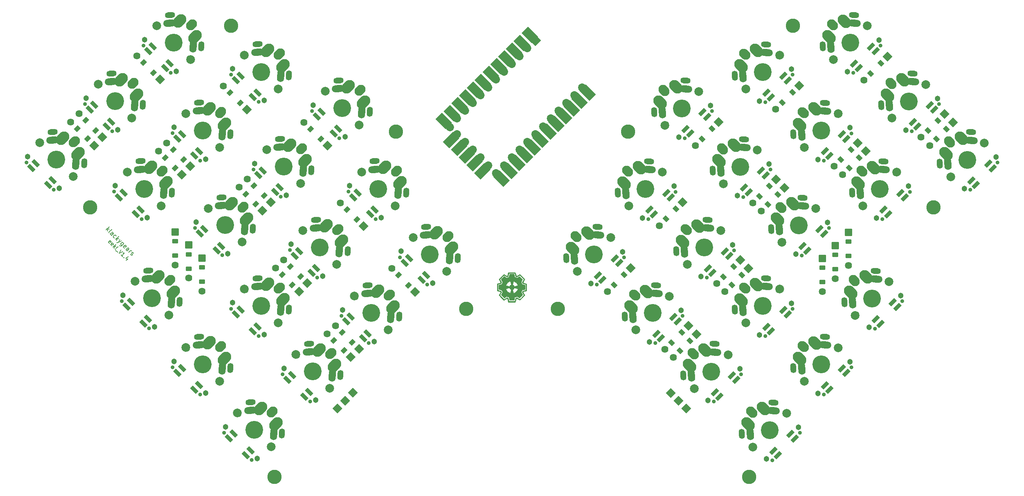
<source format=gbr>
G04 #@! TF.GenerationSoftware,KiCad,Pcbnew,(5.99.0-11349-g4025603a1f)*
G04 #@! TF.CreationDate,2022-06-14T13:32:38-04:00*
G04 #@! TF.ProjectId,eek,65656b2e-6b69-4636-9164-5f7063625858,rev?*
G04 #@! TF.SameCoordinates,Original*
G04 #@! TF.FileFunction,Soldermask,Top*
G04 #@! TF.FilePolarity,Negative*
%FSLAX46Y46*%
G04 Gerber Fmt 4.6, Leading zero omitted, Abs format (unit mm)*
G04 Created by KiCad (PCBNEW (5.99.0-11349-g4025603a1f)) date 2022-06-14 13:32:38*
%MOMM*%
%LPD*%
G01*
G04 APERTURE LIST*
G04 Aperture macros list*
%AMRoundRect*
0 Rectangle with rounded corners*
0 $1 Rounding radius*
0 $2 $3 $4 $5 $6 $7 $8 $9 X,Y pos of 4 corners*
0 Add a 4 corners polygon primitive as box body*
4,1,4,$2,$3,$4,$5,$6,$7,$8,$9,$2,$3,0*
0 Add four circle primitives for the rounded corners*
1,1,$1+$1,$2,$3*
1,1,$1+$1,$4,$5*
1,1,$1+$1,$6,$7*
1,1,$1+$1,$8,$9*
0 Add four rect primitives between the rounded corners*
20,1,$1+$1,$2,$3,$4,$5,0*
20,1,$1+$1,$4,$5,$6,$7,0*
20,1,$1+$1,$6,$7,$8,$9,0*
20,1,$1+$1,$8,$9,$2,$3,0*%
%AMHorizOval*
0 Thick line with rounded ends*
0 $1 width*
0 $2 $3 position (X,Y) of the first rounded end (center of the circle)*
0 $4 $5 position (X,Y) of the second rounded end (center of the circle)*
0 Add line between two ends*
20,1,$1,$2,$3,$4,$5,0*
0 Add two circle primitives to create the rounded ends*
1,1,$1,$2,$3*
1,1,$1,$4,$5*%
G04 Aperture macros list end*
%ADD10C,0.150000*%
%ADD11C,0.010000*%
%ADD12RoundRect,0.051000X-0.106066X0.742462X-0.742462X0.106066X0.106066X-0.742462X0.742462X-0.106066X0*%
%ADD13RoundRect,0.051000X0.000000X1.077631X-1.077631X0.000000X0.000000X-1.077631X1.077631X0.000000X0*%
%ADD14C,1.626000*%
%ADD15RoundRect,0.051000X-0.600000X0.450000X-0.600000X-0.450000X0.600000X-0.450000X0.600000X0.450000X0*%
%ADD16RoundRect,0.051000X-0.762000X0.762000X-0.762000X-0.762000X0.762000X-0.762000X0.762000X0.762000X0*%
%ADD17C,1.302000*%
%ADD18C,2.002000*%
%ADD19C,3.502000*%
%ADD20HorizOval,2.102000X0.176777X-0.176777X-0.176777X0.176777X0*%
%ADD21HorizOval,1.652000X0.622622X-0.054472X-0.622622X0.054472X0*%
%ADD22HorizOval,2.402000X-0.366635X0.366635X0.366635X-0.366635X0*%
%ADD23HorizOval,1.352000X-0.041399X0.473192X0.041399X-0.473192X0*%
%ADD24HorizOval,1.352000X0.473192X-0.041399X-0.473192X0.041399X0*%
%ADD25HorizOval,1.652000X-0.054472X0.622622X0.054472X-0.622622X0*%
%ADD26RoundRect,0.051000X0.346482X0.926310X-0.926310X-0.346482X-0.346482X-0.926310X0.926310X0.346482X0*%
%ADD27C,0.902000*%
%ADD28C,4.089800*%
%ADD29C,1.193800*%
%ADD30RoundRect,0.051000X0.742462X0.106066X0.106066X0.742462X-0.742462X-0.106066X-0.106066X-0.742462X0*%
%ADD31RoundRect,0.051000X1.077631X0.000000X0.000000X1.077631X-1.077631X0.000000X0.000000X-1.077631X0*%
%ADD32HorizOval,2.102000X-0.176777X-0.176777X0.176777X0.176777X0*%
%ADD33HorizOval,1.652000X-0.054472X-0.622622X0.054472X0.622622X0*%
%ADD34HorizOval,2.402000X-0.366635X-0.366635X0.366635X0.366635X0*%
%ADD35HorizOval,1.352000X-0.041399X-0.473192X0.041399X0.473192X0*%
%ADD36HorizOval,1.652000X0.622622X0.054472X-0.622622X-0.054472X0*%
%ADD37HorizOval,1.352000X0.473192X0.041399X-0.473192X-0.041399X0*%
%ADD38RoundRect,0.051000X0.926310X-0.346482X-0.346482X0.926310X-0.926310X0.346482X0.346482X-0.926310X0*%
%ADD39C,3.302000*%
%ADD40RoundRect,0.051000X-1.077631X0.000000X0.000000X-1.077631X1.077631X0.000000X0.000000X1.077631X0*%
%ADD41RoundRect,0.051000X-0.441942X1.856155X-1.856155X0.441942X0.441942X-1.856155X1.856155X-0.441942X0*%
%ADD42RoundRect,0.051000X0.000000X1.239275X-1.239275X0.000000X0.000000X-1.239275X1.239275X0.000000X0*%
%ADD43C,1.854600*%
%ADD44RoundRect,0.051000X-1.856155X-0.441942X-0.441942X-1.856155X1.856155X0.441942X0.441942X1.856155X0*%
G04 APERTURE END LIST*
D10*
X49833984Y-94874162D02*
X49743070Y-94843857D01*
X49621852Y-94722639D01*
X49591547Y-94631725D01*
X49621852Y-94540811D01*
X49864288Y-94298375D01*
X49955202Y-94268070D01*
X50046116Y-94298375D01*
X50167334Y-94419593D01*
X50197639Y-94510507D01*
X50167334Y-94601420D01*
X50106725Y-94662029D01*
X49743070Y-94419593D01*
X50379466Y-95419644D02*
X50288552Y-95389339D01*
X50167334Y-95268121D01*
X50137029Y-95177207D01*
X50167334Y-95086294D01*
X50409771Y-94843857D01*
X50500684Y-94813552D01*
X50591598Y-94843857D01*
X50712816Y-94965075D01*
X50743121Y-95055989D01*
X50712816Y-95146903D01*
X50652207Y-95207512D01*
X50288552Y-94965075D01*
X50652207Y-95752994D02*
X51288603Y-95116598D01*
X50955253Y-95571167D02*
X50894644Y-95995431D01*
X51318908Y-95571167D02*
X50834035Y-95571167D01*
X51227994Y-96207563D02*
X51227994Y-96268172D01*
X51167385Y-96268172D01*
X51167385Y-96207563D01*
X51227994Y-96207563D01*
X51167385Y-96268172D01*
X51409822Y-96025735D02*
X51743172Y-95631776D01*
X51803781Y-95631776D01*
X51803781Y-95692385D01*
X51409822Y-96025735D01*
X51803781Y-95631776D01*
X51258299Y-96480304D02*
X51743172Y-96965177D01*
X52500786Y-96328781D02*
X52076522Y-97177309D01*
X52925051Y-96753045D01*
X52834137Y-97934924D02*
X52470482Y-97571269D01*
X52652309Y-97753096D02*
X53288705Y-97116700D01*
X53137183Y-97147005D01*
X53015964Y-97147005D01*
X52925051Y-97116700D01*
X53167487Y-98147056D02*
X53167487Y-98207665D01*
X53106878Y-98207665D01*
X53106878Y-98147056D01*
X53167487Y-98147056D01*
X53106878Y-98207665D01*
X54106929Y-98359188D02*
X53682665Y-98783452D01*
X54197843Y-97965228D02*
X53591751Y-98268274D01*
X53985711Y-98662234D01*
X49050675Y-91790439D02*
X49757782Y-91083332D01*
X49387393Y-91588408D02*
X49320049Y-92059813D01*
X49791454Y-91588408D02*
X49252706Y-91588408D01*
X49724111Y-92463874D02*
X49690439Y-92362859D01*
X49724111Y-92261843D01*
X50330202Y-91655752D01*
X50296530Y-93036294D02*
X50666920Y-92665904D01*
X50700591Y-92564889D01*
X50666920Y-92463874D01*
X50532233Y-92329187D01*
X50431217Y-92295515D01*
X50330202Y-93002622D02*
X50229187Y-92968950D01*
X50060828Y-92800591D01*
X50027156Y-92699576D01*
X50060828Y-92598561D01*
X50128172Y-92531217D01*
X50229187Y-92497546D01*
X50330202Y-92531217D01*
X50498561Y-92699576D01*
X50599576Y-92733248D01*
X50969965Y-93642385D02*
X50868950Y-93608713D01*
X50734263Y-93474026D01*
X50700591Y-93373011D01*
X50700591Y-93305668D01*
X50734263Y-93204652D01*
X50936294Y-93002622D01*
X51037309Y-92968950D01*
X51104652Y-92968950D01*
X51205668Y-93002622D01*
X51340355Y-93137309D01*
X51374026Y-93238324D01*
X51239339Y-93979103D02*
X51946446Y-93271996D01*
X51576057Y-93777072D02*
X51508713Y-94248477D01*
X51980118Y-93777072D02*
X51441370Y-93777072D01*
X52215820Y-94012774D02*
X51912774Y-94652538D01*
X52552538Y-94349492D02*
X51912774Y-94652538D01*
X51677072Y-94753553D01*
X51609729Y-94753553D01*
X51508713Y-94719881D01*
X53124957Y-94921912D02*
X52552538Y-95494331D01*
X52451522Y-95528003D01*
X52384179Y-95528003D01*
X52283164Y-95494331D01*
X52182148Y-95393316D01*
X52148477Y-95292301D01*
X52687225Y-95359644D02*
X52586209Y-95325973D01*
X52451522Y-95191286D01*
X52417851Y-95090270D01*
X52417851Y-95022927D01*
X52451522Y-94921912D01*
X52653553Y-94719881D01*
X52754568Y-94686209D01*
X52821912Y-94686209D01*
X52922927Y-94719881D01*
X53057614Y-94854568D01*
X53091286Y-94955583D01*
X53293316Y-95965736D02*
X53192301Y-95932064D01*
X53057614Y-95797377D01*
X53023942Y-95696362D01*
X53057614Y-95595347D01*
X53326988Y-95325973D01*
X53428003Y-95292301D01*
X53529018Y-95325973D01*
X53663705Y-95460660D01*
X53697377Y-95561675D01*
X53663705Y-95662690D01*
X53596362Y-95730034D01*
X53192301Y-95460660D01*
X53899408Y-96639171D02*
X54269797Y-96268782D01*
X54303469Y-96167766D01*
X54269797Y-96066751D01*
X54135110Y-95932064D01*
X54034095Y-95898392D01*
X53933079Y-96605499D02*
X53832064Y-96571827D01*
X53663705Y-96403469D01*
X53630034Y-96302453D01*
X53663705Y-96201438D01*
X53731049Y-96134095D01*
X53832064Y-96100423D01*
X53933079Y-96134095D01*
X54101438Y-96302453D01*
X54202453Y-96336125D01*
X54236125Y-96975888D02*
X54707530Y-96504484D01*
X54572843Y-96639171D02*
X54673858Y-96605499D01*
X54741201Y-96605499D01*
X54842217Y-96639171D01*
X54909560Y-96706514D01*
X54673858Y-97346278D02*
X54707530Y-97447293D01*
X54842217Y-97581980D01*
X54943232Y-97615652D01*
X55044247Y-97581980D01*
X55077919Y-97548308D01*
X55111591Y-97447293D01*
X55077919Y-97346278D01*
X54976904Y-97245263D01*
X54943232Y-97144247D01*
X54976904Y-97043232D01*
X55010575Y-97009560D01*
X55111591Y-96975888D01*
X55212606Y-97009560D01*
X55313621Y-97110575D01*
X55347293Y-97211591D01*
D11*
X143206450Y-101583787D02*
X143312744Y-101982166D01*
X143312744Y-101982166D02*
X143419038Y-102380544D01*
X143419038Y-102380544D02*
X143462400Y-102401222D01*
X143462400Y-102401222D02*
X143495526Y-102414892D01*
X143495526Y-102414892D02*
X143520810Y-102421722D01*
X143520810Y-102421722D02*
X143523503Y-102421900D01*
X143523503Y-102421900D02*
X143538478Y-102415752D01*
X143538478Y-102415752D02*
X143572627Y-102398324D01*
X143572627Y-102398324D02*
X143623182Y-102371133D01*
X143623182Y-102371133D02*
X143687380Y-102335699D01*
X143687380Y-102335699D02*
X143762453Y-102293542D01*
X143762453Y-102293542D02*
X143845637Y-102246180D01*
X143845637Y-102246180D02*
X143894128Y-102218298D01*
X143894128Y-102218298D02*
X144247012Y-102014697D01*
X144247012Y-102014697D02*
X145385807Y-103153492D01*
X145385807Y-103153492D02*
X145181953Y-103506224D01*
X145181953Y-103506224D02*
X145132305Y-103592665D01*
X145132305Y-103592665D02*
X145087025Y-103672523D01*
X145087025Y-103672523D02*
X145047635Y-103743035D01*
X145047635Y-103743035D02*
X145015657Y-103801438D01*
X145015657Y-103801438D02*
X144992611Y-103844967D01*
X144992611Y-103844967D02*
X144980019Y-103870860D01*
X144980019Y-103870860D02*
X144978100Y-103876597D01*
X144978100Y-103876597D02*
X144983294Y-103899156D01*
X144983294Y-103899156D02*
X144996064Y-103931759D01*
X144996064Y-103931759D02*
X144998753Y-103937548D01*
X144998753Y-103937548D02*
X145019406Y-103980858D01*
X145019406Y-103980858D02*
X145816300Y-104192802D01*
X145816300Y-104192802D02*
X145816300Y-105806537D01*
X145816300Y-105806537D02*
X145019268Y-106019431D01*
X145019268Y-106019431D02*
X144998684Y-106062596D01*
X144998684Y-106062596D02*
X144985051Y-106095636D01*
X144985051Y-106095636D02*
X144978267Y-106120800D01*
X144978267Y-106120800D02*
X144978100Y-106123402D01*
X144978100Y-106123402D02*
X144984254Y-106138348D01*
X144984254Y-106138348D02*
X145001704Y-106172460D01*
X145001704Y-106172460D02*
X145028927Y-106222974D01*
X145028927Y-106222974D02*
X145064404Y-106287127D01*
X145064404Y-106287127D02*
X145106612Y-106362155D01*
X145106612Y-106362155D02*
X145154032Y-106445295D01*
X145154032Y-106445295D02*
X145181953Y-106493775D01*
X145181953Y-106493775D02*
X145385807Y-106846507D01*
X145385807Y-106846507D02*
X144247012Y-107985302D01*
X144247012Y-107985302D02*
X143894128Y-107781701D01*
X143894128Y-107781701D02*
X143807646Y-107732112D01*
X143807646Y-107732112D02*
X143727744Y-107686888D01*
X143727744Y-107686888D02*
X143657188Y-107647547D01*
X143657188Y-107647547D02*
X143598744Y-107615608D01*
X143598744Y-107615608D02*
X143555177Y-107592591D01*
X143555177Y-107592591D02*
X143529253Y-107580015D01*
X143529253Y-107580015D02*
X143523503Y-107578100D01*
X143523503Y-107578100D02*
X143500876Y-107583296D01*
X143500876Y-107583296D02*
X143468224Y-107596072D01*
X143468224Y-107596072D02*
X143462400Y-107598777D01*
X143462400Y-107598777D02*
X143419038Y-107619455D01*
X143419038Y-107619455D02*
X143312744Y-108017833D01*
X143312744Y-108017833D02*
X143206450Y-108416212D01*
X143206450Y-108416212D02*
X141593550Y-108416232D01*
X141593550Y-108416232D02*
X141380602Y-107619284D01*
X141380602Y-107619284D02*
X141337420Y-107598692D01*
X141337420Y-107598692D02*
X141304351Y-107585054D01*
X141304351Y-107585054D02*
X141279134Y-107578268D01*
X141279134Y-107578268D02*
X141276520Y-107578100D01*
X141276520Y-107578100D02*
X141261559Y-107584261D01*
X141261559Y-107584261D02*
X141227441Y-107601732D01*
X141227441Y-107601732D02*
X141176930Y-107628987D01*
X141176930Y-107628987D02*
X141112789Y-107664505D01*
X141112789Y-107664505D02*
X141037783Y-107706761D01*
X141037783Y-107706761D02*
X140954675Y-107754234D01*
X140954675Y-107754234D02*
X140906321Y-107782126D01*
X140906321Y-107782126D02*
X140553838Y-107986153D01*
X140553838Y-107986153D02*
X139414192Y-106846507D01*
X139414192Y-106846507D02*
X139618046Y-106493775D01*
X139618046Y-106493775D02*
X139667694Y-106407334D01*
X139667694Y-106407334D02*
X139712974Y-106327476D01*
X139712974Y-106327476D02*
X139752364Y-106256964D01*
X139752364Y-106256964D02*
X139784342Y-106198561D01*
X139784342Y-106198561D02*
X139807388Y-106155032D01*
X139807388Y-106155032D02*
X139819980Y-106129139D01*
X139819980Y-106129139D02*
X139821900Y-106123402D01*
X139821900Y-106123402D02*
X139816705Y-106100873D01*
X139816705Y-106100873D02*
X139803926Y-106068231D01*
X139803926Y-106068231D02*
X139801125Y-106062198D01*
X139801125Y-106062198D02*
X139796844Y-106052289D01*
X139796844Y-106052289D02*
X139793037Y-106043928D01*
X139793037Y-106043928D02*
X139787658Y-106036446D01*
X139787658Y-106036446D02*
X139778663Y-106029178D01*
X139778663Y-106029178D02*
X139764005Y-106021453D01*
X139764005Y-106021453D02*
X139741640Y-106012606D01*
X139741640Y-106012606D02*
X139709522Y-106001968D01*
X139709522Y-106001968D02*
X139665605Y-105988873D01*
X139665605Y-105988873D02*
X139607844Y-105972651D01*
X139607844Y-105972651D02*
X139534193Y-105952636D01*
X139534193Y-105952636D02*
X139442608Y-105928159D01*
X139442608Y-105928159D02*
X139331042Y-105898554D01*
X139331042Y-105898554D02*
X139197451Y-105863153D01*
X139197451Y-105863153D02*
X139164675Y-105854460D01*
X139164675Y-105854460D02*
X138983700Y-105806450D01*
X138983700Y-105806450D02*
X138983700Y-104331929D01*
X138983700Y-104331929D02*
X139161499Y-104331929D01*
X139161499Y-104331929D02*
X139161500Y-104999999D01*
X139161500Y-104999999D02*
X139161500Y-105668070D01*
X139161500Y-105668070D02*
X139513925Y-105761482D01*
X139513925Y-105761482D02*
X139605772Y-105785915D01*
X139605772Y-105785915D02*
X139690589Y-105808649D01*
X139690589Y-105808649D02*
X139764985Y-105828760D01*
X139764985Y-105828760D02*
X139825570Y-105845326D01*
X139825570Y-105845326D02*
X139868954Y-105857426D01*
X139868954Y-105857426D02*
X139891745Y-105864136D01*
X139891745Y-105864136D02*
X139893335Y-105864677D01*
X139893335Y-105864677D02*
X139916302Y-105884864D01*
X139916302Y-105884864D02*
X139941180Y-105928619D01*
X139941180Y-105928619D02*
X139952390Y-105954756D01*
X139952390Y-105954756D02*
X139972988Y-106006056D01*
X139972988Y-106006056D02*
X139993517Y-106056751D01*
X139993517Y-106056751D02*
X140006395Y-106088232D01*
X140006395Y-106088232D02*
X140028330Y-106141414D01*
X140028330Y-106141414D02*
X139846864Y-106456532D01*
X139846864Y-106456532D02*
X139799551Y-106538639D01*
X139799551Y-106538639D02*
X139755873Y-106614335D01*
X139755873Y-106614335D02*
X139717578Y-106680600D01*
X139717578Y-106680600D02*
X139686413Y-106734413D01*
X139686413Y-106734413D02*
X139664126Y-106772756D01*
X139664126Y-106772756D02*
X139652463Y-106792606D01*
X139652463Y-106792606D02*
X139651673Y-106793909D01*
X139651673Y-106793909D02*
X139650596Y-106800905D01*
X139650596Y-106800905D02*
X139654918Y-106812029D01*
X139654918Y-106812029D02*
X139665963Y-106828706D01*
X139665963Y-106828706D02*
X139685051Y-106852365D01*
X139685051Y-106852365D02*
X139713506Y-106884432D01*
X139713506Y-106884432D02*
X139752651Y-106926336D01*
X139752651Y-106926336D02*
X139803807Y-106979502D01*
X139803807Y-106979502D02*
X139868298Y-107045359D01*
X139868298Y-107045359D02*
X139947446Y-107125334D01*
X139947446Y-107125334D02*
X140042574Y-107220854D01*
X140042574Y-107220854D02*
X140107684Y-107286034D01*
X140107684Y-107286034D02*
X140197876Y-107376098D01*
X140197876Y-107376098D02*
X140282690Y-107460496D01*
X140282690Y-107460496D02*
X140360427Y-107537560D01*
X140360427Y-107537560D02*
X140429393Y-107605622D01*
X140429393Y-107605622D02*
X140487892Y-107663015D01*
X140487892Y-107663015D02*
X140534227Y-107708072D01*
X140534227Y-107708072D02*
X140566702Y-107739125D01*
X140566702Y-107739125D02*
X140583621Y-107754508D01*
X140583621Y-107754508D02*
X140585646Y-107755900D01*
X140585646Y-107755900D02*
X140598297Y-107749778D01*
X140598297Y-107749778D02*
X140630144Y-107732451D01*
X140630144Y-107732451D02*
X140678424Y-107705479D01*
X140678424Y-107705479D02*
X140740373Y-107670420D01*
X140740373Y-107670420D02*
X140813226Y-107628833D01*
X140813226Y-107628833D02*
X140894221Y-107582277D01*
X140894221Y-107582277D02*
X140925543Y-107564194D01*
X140925543Y-107564194D02*
X141020445Y-107509496D01*
X141020445Y-107509496D02*
X141095998Y-107466444D01*
X141095998Y-107466444D02*
X141154740Y-107433802D01*
X141154740Y-107433802D02*
X141199210Y-107410331D01*
X141199210Y-107410331D02*
X141231946Y-107394791D01*
X141231946Y-107394791D02*
X141255487Y-107385946D01*
X141255487Y-107385946D02*
X141272374Y-107382557D01*
X141272374Y-107382557D02*
X141285143Y-107383385D01*
X141285143Y-107383385D02*
X141292031Y-107385445D01*
X141292031Y-107385445D02*
X141319837Y-107396351D01*
X141319837Y-107396351D02*
X141362997Y-107413898D01*
X141362997Y-107413898D02*
X141413482Y-107434810D01*
X141413482Y-107434810D02*
X141428450Y-107441080D01*
X141428450Y-107441080D02*
X141530050Y-107483759D01*
X141530050Y-107483759D02*
X141630842Y-107861129D01*
X141630842Y-107861129D02*
X141731634Y-108238500D01*
X141731634Y-108238500D02*
X143068365Y-108238500D01*
X143068365Y-108238500D02*
X143169157Y-107861036D01*
X143169157Y-107861036D02*
X143269950Y-107483572D01*
X143269950Y-107483572D02*
X143406107Y-107427937D01*
X143406107Y-107427937D02*
X143542265Y-107372301D01*
X143542265Y-107372301D02*
X143869179Y-107560925D01*
X143869179Y-107560925D02*
X143952179Y-107608679D01*
X143952179Y-107608679D02*
X144028303Y-107652215D01*
X144028303Y-107652215D02*
X144094707Y-107689928D01*
X144094707Y-107689928D02*
X144148547Y-107720214D01*
X144148547Y-107720214D02*
X144186981Y-107741466D01*
X144186981Y-107741466D02*
X144207166Y-107752079D01*
X144207166Y-107752079D02*
X144209271Y-107752957D01*
X144209271Y-107752957D02*
X144220518Y-107744884D01*
X144220518Y-107744884D02*
X144247934Y-107720431D01*
X144247934Y-107720431D02*
X144289807Y-107681254D01*
X144289807Y-107681254D02*
X144344421Y-107629009D01*
X144344421Y-107629009D02*
X144410064Y-107565351D01*
X144410064Y-107565351D02*
X144485021Y-107491938D01*
X144485021Y-107491938D02*
X144567579Y-107410425D01*
X144567579Y-107410425D02*
X144656022Y-107322469D01*
X144656022Y-107322469D02*
X144692251Y-107286266D01*
X144692251Y-107286266D02*
X144797572Y-107180725D01*
X144797572Y-107180725D02*
X144886125Y-107091586D01*
X144886125Y-107091586D02*
X144959233Y-107017422D01*
X144959233Y-107017422D02*
X145018216Y-106956806D01*
X145018216Y-106956806D02*
X145064397Y-106908311D01*
X145064397Y-106908311D02*
X145099098Y-106870509D01*
X145099098Y-106870509D02*
X145123641Y-106841973D01*
X145123641Y-106841973D02*
X145139349Y-106821276D01*
X145139349Y-106821276D02*
X145147543Y-106806991D01*
X145147543Y-106806991D02*
X145149546Y-106797689D01*
X145149546Y-106797689D02*
X145148326Y-106793909D01*
X145148326Y-106793909D02*
X145138609Y-106777442D01*
X145138609Y-106777442D02*
X145117977Y-106741982D01*
X145117977Y-106741982D02*
X145088179Y-106690553D01*
X145088179Y-106690553D02*
X145050966Y-106626180D01*
X145050966Y-106626180D02*
X145008087Y-106551885D01*
X145008087Y-106551885D02*
X144961292Y-106470694D01*
X144961292Y-106470694D02*
X144953539Y-106457233D01*
X144953539Y-106457233D02*
X144900601Y-106365015D01*
X144900601Y-106365015D02*
X144859261Y-106292073D01*
X144859261Y-106292073D02*
X144828258Y-106235782D01*
X144828258Y-106235782D02*
X144806326Y-106193517D01*
X144806326Y-106193517D02*
X144792203Y-106162651D01*
X144792203Y-106162651D02*
X144784624Y-106140559D01*
X144784624Y-106140559D02*
X144782326Y-106124616D01*
X144782326Y-106124616D02*
X144784045Y-106112195D01*
X144784045Y-106112195D02*
X144785440Y-106107983D01*
X144785440Y-106107983D02*
X144796354Y-106080175D01*
X144796354Y-106080175D02*
X144813921Y-106037016D01*
X144813921Y-106037016D02*
X144834863Y-105986535D01*
X144834863Y-105986535D02*
X144841150Y-105971550D01*
X144841150Y-105971550D02*
X144883899Y-105869950D01*
X144883899Y-105869950D02*
X145261199Y-105769109D01*
X145261199Y-105769109D02*
X145638500Y-105668268D01*
X145638500Y-105668268D02*
X145638500Y-104331731D01*
X145638500Y-104331731D02*
X145261199Y-104230890D01*
X145261199Y-104230890D02*
X144883899Y-104130050D01*
X144883899Y-104130050D02*
X144841150Y-104028450D01*
X144841150Y-104028450D02*
X144819842Y-103977344D01*
X144819842Y-103977344D02*
X144800949Y-103931213D01*
X144800949Y-103931213D02*
X144787750Y-103898086D01*
X144787750Y-103898086D02*
X144785440Y-103892016D01*
X144785440Y-103892016D02*
X144782559Y-103880232D01*
X144782559Y-103880232D02*
X144783230Y-103865892D01*
X144783230Y-103865892D02*
X144788715Y-103846372D01*
X144788715Y-103846372D02*
X144800279Y-103819046D01*
X144800279Y-103819046D02*
X144819186Y-103781287D01*
X144819186Y-103781287D02*
X144846699Y-103730471D01*
X144846699Y-103730471D02*
X144884082Y-103663972D01*
X144884082Y-103663972D02*
X144932598Y-103579164D01*
X144932598Y-103579164D02*
X144953539Y-103542766D01*
X144953539Y-103542766D02*
X145000800Y-103460750D01*
X145000800Y-103460750D02*
X145044425Y-103385146D01*
X145044425Y-103385146D02*
X145082665Y-103318977D01*
X145082665Y-103318977D02*
X145113769Y-103265269D01*
X145113769Y-103265269D02*
X145135989Y-103227044D01*
X145135989Y-103227044D02*
X145147575Y-103207328D01*
X145147575Y-103207328D02*
X145148326Y-103206090D01*
X145148326Y-103206090D02*
X145149403Y-103199094D01*
X145149403Y-103199094D02*
X145145080Y-103187969D01*
X145145080Y-103187969D02*
X145134038Y-103171288D01*
X145134038Y-103171288D02*
X145114952Y-103147625D01*
X145114952Y-103147625D02*
X145086502Y-103115552D01*
X145086502Y-103115552D02*
X145047364Y-103073641D01*
X145047364Y-103073641D02*
X144996218Y-103020466D01*
X144996218Y-103020466D02*
X144931741Y-102954599D01*
X144931741Y-102954599D02*
X144852610Y-102874612D01*
X144852610Y-102874612D02*
X144757504Y-102779080D01*
X144757504Y-102779080D02*
X144692251Y-102713733D01*
X144692251Y-102713733D02*
X144601952Y-102623685D01*
X144601952Y-102623685D02*
X144516862Y-102539425D01*
X144516862Y-102539425D02*
X144438694Y-102462611D01*
X144438694Y-102462611D02*
X144369162Y-102394897D01*
X144369162Y-102394897D02*
X144309980Y-102337939D01*
X144309980Y-102337939D02*
X144262863Y-102293395D01*
X144262863Y-102293395D02*
X144229524Y-102262920D01*
X144229524Y-102262920D02*
X144211677Y-102248171D01*
X144211677Y-102248171D02*
X144209271Y-102247042D01*
X144209271Y-102247042D02*
X144195312Y-102254036D01*
X144195312Y-102254036D02*
X144162224Y-102272166D01*
X144162224Y-102272166D02*
X144112848Y-102299827D01*
X144112848Y-102299827D02*
X144050030Y-102335413D01*
X144050030Y-102335413D02*
X143976611Y-102377318D01*
X143976611Y-102377318D02*
X143895436Y-102423937D01*
X143895436Y-102423937D02*
X143869179Y-102439074D01*
X143869179Y-102439074D02*
X143542265Y-102627698D01*
X143542265Y-102627698D02*
X143406107Y-102572062D01*
X143406107Y-102572062D02*
X143269950Y-102516427D01*
X143269950Y-102516427D02*
X143169157Y-102138963D01*
X143169157Y-102138963D02*
X143068365Y-101761500D01*
X143068365Y-101761500D02*
X142399999Y-101761500D01*
X142399999Y-101761500D02*
X141731634Y-101761499D01*
X141731634Y-101761499D02*
X141630842Y-102138870D01*
X141630842Y-102138870D02*
X141530050Y-102516240D01*
X141530050Y-102516240D02*
X141428450Y-102558919D01*
X141428450Y-102558919D02*
X141377340Y-102580196D01*
X141377340Y-102580196D02*
X141331211Y-102599065D01*
X141331211Y-102599065D02*
X141298091Y-102612248D01*
X141298091Y-102612248D02*
X141292031Y-102614554D01*
X141292031Y-102614554D02*
X141280531Y-102617356D01*
X141280531Y-102617356D02*
X141266470Y-102616699D01*
X141266470Y-102616699D02*
X141247311Y-102611347D01*
X141247311Y-102611347D02*
X141220514Y-102600059D01*
X141220514Y-102600059D02*
X141183541Y-102581599D01*
X141183541Y-102581599D02*
X141133852Y-102554727D01*
X141133852Y-102554727D02*
X141068909Y-102518206D01*
X141068909Y-102518206D02*
X140986173Y-102470796D01*
X140986173Y-102470796D02*
X140925543Y-102435805D01*
X140925543Y-102435805D02*
X140842247Y-102387812D01*
X140842247Y-102387812D02*
X140766075Y-102344214D01*
X140766075Y-102344214D02*
X140699790Y-102306570D01*
X140699790Y-102306570D02*
X140646156Y-102276439D01*
X140646156Y-102276439D02*
X140607937Y-102255380D01*
X140607937Y-102255380D02*
X140587897Y-102244952D01*
X140587897Y-102244952D02*
X140585646Y-102244100D01*
X140585646Y-102244100D02*
X140575351Y-102252821D01*
X140575351Y-102252821D02*
X140548829Y-102277872D01*
X140548829Y-102277872D02*
X140507775Y-102317587D01*
X140507775Y-102317587D02*
X140453887Y-102370298D01*
X140453887Y-102370298D02*
X140388861Y-102434338D01*
X140388861Y-102434338D02*
X140314391Y-102508039D01*
X140314391Y-102508039D02*
X140232175Y-102589734D01*
X140232175Y-102589734D02*
X140143908Y-102677755D01*
X140143908Y-102677755D02*
X140107684Y-102713965D01*
X140107684Y-102713965D02*
X140002362Y-102819469D01*
X140002362Y-102819469D02*
X139913811Y-102908574D01*
X139913811Y-102908574D02*
X139840709Y-102982707D01*
X139840709Y-102982707D02*
X139781733Y-103043296D01*
X139781733Y-103043296D02*
X139735559Y-103091767D01*
X139735559Y-103091767D02*
X139700867Y-103129548D01*
X139700867Y-103129548D02*
X139676333Y-103158067D01*
X139676333Y-103158067D02*
X139660634Y-103178750D01*
X139660634Y-103178750D02*
X139652449Y-103193025D01*
X139652449Y-103193025D02*
X139650454Y-103202319D01*
X139650454Y-103202319D02*
X139651673Y-103206090D01*
X139651673Y-103206090D02*
X139661386Y-103222551D01*
X139661386Y-103222551D02*
X139682017Y-103258008D01*
X139682017Y-103258008D02*
X139711818Y-103309443D01*
X139711818Y-103309443D02*
X139749041Y-103373835D01*
X139749041Y-103373835D02*
X139791940Y-103448163D01*
X139791940Y-103448163D02*
X139838767Y-103529407D01*
X139838767Y-103529407D02*
X139846864Y-103543467D01*
X139846864Y-103543467D02*
X140028330Y-103858585D01*
X140028330Y-103858585D02*
X140006395Y-103911767D01*
X140006395Y-103911767D02*
X139989637Y-103952795D01*
X139989637Y-103952795D02*
X139968678Y-104004640D01*
X139968678Y-104004640D02*
X139952390Y-104045243D01*
X139952390Y-104045243D02*
X139927017Y-104098792D01*
X139927017Y-104098792D02*
X139903080Y-104129495D01*
X139903080Y-104129495D02*
X139893335Y-104135322D01*
X139893335Y-104135322D02*
X139874403Y-104141019D01*
X139874403Y-104141019D02*
X139834300Y-104152262D01*
X139834300Y-104152262D02*
X139776415Y-104168130D01*
X139776415Y-104168130D02*
X139704140Y-104187701D01*
X139704140Y-104187701D02*
X139620864Y-104210051D01*
X139620864Y-104210051D02*
X139529978Y-104234260D01*
X139529978Y-104234260D02*
X139513925Y-104238517D01*
X139513925Y-104238517D02*
X139161499Y-104331929D01*
X139161499Y-104331929D02*
X138983700Y-104331929D01*
X138983700Y-104331929D02*
X138983700Y-104193550D01*
X138983700Y-104193550D02*
X139164675Y-104145539D01*
X139164675Y-104145539D02*
X139303422Y-104108763D01*
X139303422Y-104108763D02*
X139419690Y-104077932D01*
X139419690Y-104077932D02*
X139515525Y-104052377D01*
X139515525Y-104052377D02*
X139592971Y-104031431D01*
X139592971Y-104031431D02*
X139654076Y-104014427D01*
X139654076Y-104014427D02*
X139700883Y-104000696D01*
X139700883Y-104000696D02*
X139735438Y-103989571D01*
X139735438Y-103989571D02*
X139759787Y-103980385D01*
X139759787Y-103980385D02*
X139775976Y-103972470D01*
X139775976Y-103972470D02*
X139786049Y-103965158D01*
X139786049Y-103965158D02*
X139792053Y-103957781D01*
X139792053Y-103957781D02*
X139796032Y-103949672D01*
X139796032Y-103949672D02*
X139800032Y-103940164D01*
X139800032Y-103940164D02*
X139801125Y-103937801D01*
X139801125Y-103937801D02*
X139814830Y-103904653D01*
X139814830Y-103904653D02*
X139821710Y-103879372D01*
X139821710Y-103879372D02*
X139821900Y-103876597D01*
X139821900Y-103876597D02*
X139815745Y-103861651D01*
X139815745Y-103861651D02*
X139798295Y-103827539D01*
X139798295Y-103827539D02*
X139771072Y-103777025D01*
X139771072Y-103777025D02*
X139735595Y-103712872D01*
X139735595Y-103712872D02*
X139693387Y-103637844D01*
X139693387Y-103637844D02*
X139645967Y-103554704D01*
X139645967Y-103554704D02*
X139618046Y-103506224D01*
X139618046Y-103506224D02*
X139414192Y-103153492D01*
X139414192Y-103153492D02*
X140553781Y-102013903D01*
X140553781Y-102013903D02*
X140906762Y-102217901D01*
X140906762Y-102217901D02*
X140993215Y-102267564D01*
X140993215Y-102267564D02*
X141073064Y-102312859D01*
X141073064Y-102312859D02*
X141143552Y-102352266D01*
X141143552Y-102352266D02*
X141201921Y-102384265D01*
X141201921Y-102384265D02*
X141245410Y-102407337D01*
X141245410Y-102407337D02*
X141271262Y-102419960D01*
X141271262Y-102419960D02*
X141276991Y-102421900D01*
X141276991Y-102421900D02*
X141299279Y-102416714D01*
X141299279Y-102416714D02*
X141331700Y-102403966D01*
X141331700Y-102403966D02*
X141337420Y-102401307D01*
X141337420Y-102401307D02*
X141380602Y-102380715D01*
X141380602Y-102380715D02*
X141593550Y-101583767D01*
X141593550Y-101583767D02*
X143206450Y-101583787D01*
X143206450Y-101583787D02*
X143206450Y-101583787D01*
G36*
X139164675Y-104145539D02*
G01*
X139303422Y-104108763D01*
X139419690Y-104077932D01*
X139515525Y-104052377D01*
X139592971Y-104031431D01*
X139654076Y-104014427D01*
X139700883Y-104000696D01*
X139735438Y-103989571D01*
X139759787Y-103980385D01*
X139775976Y-103972470D01*
X139786049Y-103965158D01*
X139792053Y-103957781D01*
X139796032Y-103949672D01*
X139800032Y-103940164D01*
X139801125Y-103937801D01*
X139814830Y-103904653D01*
X139821710Y-103879372D01*
X139821900Y-103876597D01*
X139815745Y-103861651D01*
X139798295Y-103827539D01*
X139771072Y-103777025D01*
X139735595Y-103712872D01*
X139693387Y-103637844D01*
X139645967Y-103554704D01*
X139618046Y-103506224D01*
X139414192Y-103153492D01*
X140553781Y-102013903D01*
X140906762Y-102217901D01*
X140993215Y-102267564D01*
X141073064Y-102312859D01*
X141143552Y-102352266D01*
X141201921Y-102384265D01*
X141245410Y-102407337D01*
X141271262Y-102419960D01*
X141276991Y-102421900D01*
X141299279Y-102416714D01*
X141331700Y-102403966D01*
X141337420Y-102401307D01*
X141380602Y-102380715D01*
X141593550Y-101583767D01*
X143206450Y-101583787D01*
X143312744Y-101982166D01*
X143419038Y-102380544D01*
X143462400Y-102401222D01*
X143495526Y-102414892D01*
X143520810Y-102421722D01*
X143523503Y-102421900D01*
X143538478Y-102415752D01*
X143572627Y-102398324D01*
X143623182Y-102371133D01*
X143687380Y-102335699D01*
X143762453Y-102293542D01*
X143845637Y-102246180D01*
X143894128Y-102218298D01*
X144247012Y-102014697D01*
X145385807Y-103153492D01*
X145181953Y-103506224D01*
X145132305Y-103592665D01*
X145087025Y-103672523D01*
X145047635Y-103743035D01*
X145015657Y-103801438D01*
X144992611Y-103844967D01*
X144980019Y-103870860D01*
X144978100Y-103876597D01*
X144983294Y-103899156D01*
X144996064Y-103931759D01*
X144998753Y-103937548D01*
X145019406Y-103980858D01*
X145816300Y-104192802D01*
X145816300Y-105806537D01*
X145019268Y-106019431D01*
X144998684Y-106062596D01*
X144985051Y-106095636D01*
X144978267Y-106120800D01*
X144978100Y-106123402D01*
X144984254Y-106138348D01*
X145001704Y-106172460D01*
X145028927Y-106222974D01*
X145064404Y-106287127D01*
X145106612Y-106362155D01*
X145154032Y-106445295D01*
X145181953Y-106493775D01*
X145385807Y-106846507D01*
X144247012Y-107985302D01*
X143894128Y-107781701D01*
X143807646Y-107732112D01*
X143727744Y-107686888D01*
X143657188Y-107647547D01*
X143598744Y-107615608D01*
X143555177Y-107592591D01*
X143529253Y-107580015D01*
X143523503Y-107578100D01*
X143500876Y-107583296D01*
X143468224Y-107596072D01*
X143462400Y-107598777D01*
X143419038Y-107619455D01*
X143312744Y-108017833D01*
X143206450Y-108416212D01*
X141593550Y-108416232D01*
X141380602Y-107619284D01*
X141337420Y-107598692D01*
X141304351Y-107585054D01*
X141279134Y-107578268D01*
X141276520Y-107578100D01*
X141261559Y-107584261D01*
X141227441Y-107601732D01*
X141176930Y-107628987D01*
X141112789Y-107664505D01*
X141037783Y-107706761D01*
X140954675Y-107754234D01*
X140906321Y-107782126D01*
X140553838Y-107986153D01*
X139414192Y-106846507D01*
X139618046Y-106493775D01*
X139667694Y-106407334D01*
X139712974Y-106327476D01*
X139752364Y-106256964D01*
X139784342Y-106198561D01*
X139807388Y-106155032D01*
X139819980Y-106129139D01*
X139821900Y-106123402D01*
X139816705Y-106100873D01*
X139803926Y-106068231D01*
X139801125Y-106062198D01*
X139796844Y-106052289D01*
X139793037Y-106043928D01*
X139787658Y-106036446D01*
X139778663Y-106029178D01*
X139764005Y-106021453D01*
X139741640Y-106012606D01*
X139709522Y-106001968D01*
X139665605Y-105988873D01*
X139607844Y-105972651D01*
X139534193Y-105952636D01*
X139442608Y-105928159D01*
X139331042Y-105898554D01*
X139197451Y-105863153D01*
X139164675Y-105854460D01*
X138983700Y-105806450D01*
X138983700Y-104331929D01*
X139161499Y-104331929D01*
X139161500Y-104999999D01*
X139161500Y-105668070D01*
X139513925Y-105761482D01*
X139605772Y-105785915D01*
X139690589Y-105808649D01*
X139764985Y-105828760D01*
X139825570Y-105845326D01*
X139868954Y-105857426D01*
X139891745Y-105864136D01*
X139893335Y-105864677D01*
X139916302Y-105884864D01*
X139941180Y-105928619D01*
X139952390Y-105954756D01*
X139972988Y-106006056D01*
X139993517Y-106056751D01*
X140006395Y-106088232D01*
X140028330Y-106141414D01*
X139846864Y-106456532D01*
X139799551Y-106538639D01*
X139755873Y-106614335D01*
X139717578Y-106680600D01*
X139686413Y-106734413D01*
X139664126Y-106772756D01*
X139652463Y-106792606D01*
X139651673Y-106793909D01*
X139650596Y-106800905D01*
X139654918Y-106812029D01*
X139665963Y-106828706D01*
X139685051Y-106852365D01*
X139713506Y-106884432D01*
X139752651Y-106926336D01*
X139803807Y-106979502D01*
X139868298Y-107045359D01*
X139947446Y-107125334D01*
X140042574Y-107220854D01*
X140107684Y-107286034D01*
X140197876Y-107376098D01*
X140282690Y-107460496D01*
X140360427Y-107537560D01*
X140429393Y-107605622D01*
X140487892Y-107663015D01*
X140534227Y-107708072D01*
X140566702Y-107739125D01*
X140583621Y-107754508D01*
X140585646Y-107755900D01*
X140598297Y-107749778D01*
X140630144Y-107732451D01*
X140678424Y-107705479D01*
X140740373Y-107670420D01*
X140813226Y-107628833D01*
X140894221Y-107582277D01*
X140925543Y-107564194D01*
X141020445Y-107509496D01*
X141095998Y-107466444D01*
X141154740Y-107433802D01*
X141199210Y-107410331D01*
X141231946Y-107394791D01*
X141255487Y-107385946D01*
X141272374Y-107382557D01*
X141285143Y-107383385D01*
X141292031Y-107385445D01*
X141319837Y-107396351D01*
X141362997Y-107413898D01*
X141413482Y-107434810D01*
X141428450Y-107441080D01*
X141530050Y-107483759D01*
X141630842Y-107861129D01*
X141731634Y-108238500D01*
X143068365Y-108238500D01*
X143169157Y-107861036D01*
X143269950Y-107483572D01*
X143406107Y-107427937D01*
X143542265Y-107372301D01*
X143869179Y-107560925D01*
X143952179Y-107608679D01*
X144028303Y-107652215D01*
X144094707Y-107689928D01*
X144148547Y-107720214D01*
X144186981Y-107741466D01*
X144207166Y-107752079D01*
X144209271Y-107752957D01*
X144220518Y-107744884D01*
X144247934Y-107720431D01*
X144289807Y-107681254D01*
X144344421Y-107629009D01*
X144410064Y-107565351D01*
X144485021Y-107491938D01*
X144567579Y-107410425D01*
X144656022Y-107322469D01*
X144692251Y-107286266D01*
X144797572Y-107180725D01*
X144886125Y-107091586D01*
X144959233Y-107017422D01*
X145018216Y-106956806D01*
X145064397Y-106908311D01*
X145099098Y-106870509D01*
X145123641Y-106841973D01*
X145139349Y-106821276D01*
X145147543Y-106806991D01*
X145149546Y-106797689D01*
X145148326Y-106793909D01*
X145138609Y-106777442D01*
X145117977Y-106741982D01*
X145088179Y-106690553D01*
X145050966Y-106626180D01*
X145008087Y-106551885D01*
X144961292Y-106470694D01*
X144953539Y-106457233D01*
X144900601Y-106365015D01*
X144859261Y-106292073D01*
X144828258Y-106235782D01*
X144806326Y-106193517D01*
X144792203Y-106162651D01*
X144784624Y-106140559D01*
X144782326Y-106124616D01*
X144784045Y-106112195D01*
X144785440Y-106107983D01*
X144796354Y-106080175D01*
X144813921Y-106037016D01*
X144834863Y-105986535D01*
X144841150Y-105971550D01*
X144883899Y-105869950D01*
X145261199Y-105769109D01*
X145638500Y-105668268D01*
X145638500Y-104331731D01*
X145261199Y-104230890D01*
X144883899Y-104130050D01*
X144841150Y-104028450D01*
X144819842Y-103977344D01*
X144800949Y-103931213D01*
X144787750Y-103898086D01*
X144785440Y-103892016D01*
X144782559Y-103880232D01*
X144783230Y-103865892D01*
X144788715Y-103846372D01*
X144800279Y-103819046D01*
X144819186Y-103781287D01*
X144846699Y-103730471D01*
X144884082Y-103663972D01*
X144932598Y-103579164D01*
X144953539Y-103542766D01*
X145000800Y-103460750D01*
X145044425Y-103385146D01*
X145082665Y-103318977D01*
X145113769Y-103265269D01*
X145135989Y-103227044D01*
X145147575Y-103207328D01*
X145148326Y-103206090D01*
X145149403Y-103199094D01*
X145145080Y-103187969D01*
X145134038Y-103171288D01*
X145114952Y-103147625D01*
X145086502Y-103115552D01*
X145047364Y-103073641D01*
X144996218Y-103020466D01*
X144931741Y-102954599D01*
X144852610Y-102874612D01*
X144757504Y-102779080D01*
X144692251Y-102713733D01*
X144601952Y-102623685D01*
X144516862Y-102539425D01*
X144438694Y-102462611D01*
X144369162Y-102394897D01*
X144309980Y-102337939D01*
X144262863Y-102293395D01*
X144229524Y-102262920D01*
X144211677Y-102248171D01*
X144209271Y-102247042D01*
X144195312Y-102254036D01*
X144162224Y-102272166D01*
X144112848Y-102299827D01*
X144050030Y-102335413D01*
X143976611Y-102377318D01*
X143895436Y-102423937D01*
X143869179Y-102439074D01*
X143542265Y-102627698D01*
X143406107Y-102572062D01*
X143269950Y-102516427D01*
X143169157Y-102138963D01*
X143068365Y-101761500D01*
X142399999Y-101761500D01*
X141731634Y-101761499D01*
X141630842Y-102138870D01*
X141530050Y-102516240D01*
X141428450Y-102558919D01*
X141377340Y-102580196D01*
X141331211Y-102599065D01*
X141298091Y-102612248D01*
X141292031Y-102614554D01*
X141280531Y-102617356D01*
X141266470Y-102616699D01*
X141247311Y-102611347D01*
X141220514Y-102600059D01*
X141183541Y-102581599D01*
X141133852Y-102554727D01*
X141068909Y-102518206D01*
X140986173Y-102470796D01*
X140925543Y-102435805D01*
X140842247Y-102387812D01*
X140766075Y-102344214D01*
X140699790Y-102306570D01*
X140646156Y-102276439D01*
X140607937Y-102255380D01*
X140587897Y-102244952D01*
X140585646Y-102244100D01*
X140575351Y-102252821D01*
X140548829Y-102277872D01*
X140507775Y-102317587D01*
X140453887Y-102370298D01*
X140388861Y-102434338D01*
X140314391Y-102508039D01*
X140232175Y-102589734D01*
X140143908Y-102677755D01*
X140107684Y-102713965D01*
X140002362Y-102819469D01*
X139913811Y-102908574D01*
X139840709Y-102982707D01*
X139781733Y-103043296D01*
X139735559Y-103091767D01*
X139700867Y-103129548D01*
X139676333Y-103158067D01*
X139660634Y-103178750D01*
X139652449Y-103193025D01*
X139650454Y-103202319D01*
X139651673Y-103206090D01*
X139661386Y-103222551D01*
X139682017Y-103258008D01*
X139711818Y-103309443D01*
X139749041Y-103373835D01*
X139791940Y-103448163D01*
X139838767Y-103529407D01*
X139846864Y-103543467D01*
X140028330Y-103858585D01*
X140006395Y-103911767D01*
X139989637Y-103952795D01*
X139968678Y-104004640D01*
X139952390Y-104045243D01*
X139927017Y-104098792D01*
X139903080Y-104129495D01*
X139893335Y-104135322D01*
X139874403Y-104141019D01*
X139834300Y-104152262D01*
X139776415Y-104168130D01*
X139704140Y-104187701D01*
X139620864Y-104210051D01*
X139529978Y-104234260D01*
X139513925Y-104238517D01*
X139161499Y-104331929D01*
X138983700Y-104331929D01*
X138983700Y-104193550D01*
X139164675Y-104145539D01*
G37*
X139164675Y-104145539D02*
X139303422Y-104108763D01*
X139419690Y-104077932D01*
X139515525Y-104052377D01*
X139592971Y-104031431D01*
X139654076Y-104014427D01*
X139700883Y-104000696D01*
X139735438Y-103989571D01*
X139759787Y-103980385D01*
X139775976Y-103972470D01*
X139786049Y-103965158D01*
X139792053Y-103957781D01*
X139796032Y-103949672D01*
X139800032Y-103940164D01*
X139801125Y-103937801D01*
X139814830Y-103904653D01*
X139821710Y-103879372D01*
X139821900Y-103876597D01*
X139815745Y-103861651D01*
X139798295Y-103827539D01*
X139771072Y-103777025D01*
X139735595Y-103712872D01*
X139693387Y-103637844D01*
X139645967Y-103554704D01*
X139618046Y-103506224D01*
X139414192Y-103153492D01*
X140553781Y-102013903D01*
X140906762Y-102217901D01*
X140993215Y-102267564D01*
X141073064Y-102312859D01*
X141143552Y-102352266D01*
X141201921Y-102384265D01*
X141245410Y-102407337D01*
X141271262Y-102419960D01*
X141276991Y-102421900D01*
X141299279Y-102416714D01*
X141331700Y-102403966D01*
X141337420Y-102401307D01*
X141380602Y-102380715D01*
X141593550Y-101583767D01*
X143206450Y-101583787D01*
X143312744Y-101982166D01*
X143419038Y-102380544D01*
X143462400Y-102401222D01*
X143495526Y-102414892D01*
X143520810Y-102421722D01*
X143523503Y-102421900D01*
X143538478Y-102415752D01*
X143572627Y-102398324D01*
X143623182Y-102371133D01*
X143687380Y-102335699D01*
X143762453Y-102293542D01*
X143845637Y-102246180D01*
X143894128Y-102218298D01*
X144247012Y-102014697D01*
X145385807Y-103153492D01*
X145181953Y-103506224D01*
X145132305Y-103592665D01*
X145087025Y-103672523D01*
X145047635Y-103743035D01*
X145015657Y-103801438D01*
X144992611Y-103844967D01*
X144980019Y-103870860D01*
X144978100Y-103876597D01*
X144983294Y-103899156D01*
X144996064Y-103931759D01*
X144998753Y-103937548D01*
X145019406Y-103980858D01*
X145816300Y-104192802D01*
X145816300Y-105806537D01*
X145019268Y-106019431D01*
X144998684Y-106062596D01*
X144985051Y-106095636D01*
X144978267Y-106120800D01*
X144978100Y-106123402D01*
X144984254Y-106138348D01*
X145001704Y-106172460D01*
X145028927Y-106222974D01*
X145064404Y-106287127D01*
X145106612Y-106362155D01*
X145154032Y-106445295D01*
X145181953Y-106493775D01*
X145385807Y-106846507D01*
X144247012Y-107985302D01*
X143894128Y-107781701D01*
X143807646Y-107732112D01*
X143727744Y-107686888D01*
X143657188Y-107647547D01*
X143598744Y-107615608D01*
X143555177Y-107592591D01*
X143529253Y-107580015D01*
X143523503Y-107578100D01*
X143500876Y-107583296D01*
X143468224Y-107596072D01*
X143462400Y-107598777D01*
X143419038Y-107619455D01*
X143312744Y-108017833D01*
X143206450Y-108416212D01*
X141593550Y-108416232D01*
X141380602Y-107619284D01*
X141337420Y-107598692D01*
X141304351Y-107585054D01*
X141279134Y-107578268D01*
X141276520Y-107578100D01*
X141261559Y-107584261D01*
X141227441Y-107601732D01*
X141176930Y-107628987D01*
X141112789Y-107664505D01*
X141037783Y-107706761D01*
X140954675Y-107754234D01*
X140906321Y-107782126D01*
X140553838Y-107986153D01*
X139414192Y-106846507D01*
X139618046Y-106493775D01*
X139667694Y-106407334D01*
X139712974Y-106327476D01*
X139752364Y-106256964D01*
X139784342Y-106198561D01*
X139807388Y-106155032D01*
X139819980Y-106129139D01*
X139821900Y-106123402D01*
X139816705Y-106100873D01*
X139803926Y-106068231D01*
X139801125Y-106062198D01*
X139796844Y-106052289D01*
X139793037Y-106043928D01*
X139787658Y-106036446D01*
X139778663Y-106029178D01*
X139764005Y-106021453D01*
X139741640Y-106012606D01*
X139709522Y-106001968D01*
X139665605Y-105988873D01*
X139607844Y-105972651D01*
X139534193Y-105952636D01*
X139442608Y-105928159D01*
X139331042Y-105898554D01*
X139197451Y-105863153D01*
X139164675Y-105854460D01*
X138983700Y-105806450D01*
X138983700Y-104331929D01*
X139161499Y-104331929D01*
X139161500Y-104999999D01*
X139161500Y-105668070D01*
X139513925Y-105761482D01*
X139605772Y-105785915D01*
X139690589Y-105808649D01*
X139764985Y-105828760D01*
X139825570Y-105845326D01*
X139868954Y-105857426D01*
X139891745Y-105864136D01*
X139893335Y-105864677D01*
X139916302Y-105884864D01*
X139941180Y-105928619D01*
X139952390Y-105954756D01*
X139972988Y-106006056D01*
X139993517Y-106056751D01*
X140006395Y-106088232D01*
X140028330Y-106141414D01*
X139846864Y-106456532D01*
X139799551Y-106538639D01*
X139755873Y-106614335D01*
X139717578Y-106680600D01*
X139686413Y-106734413D01*
X139664126Y-106772756D01*
X139652463Y-106792606D01*
X139651673Y-106793909D01*
X139650596Y-106800905D01*
X139654918Y-106812029D01*
X139665963Y-106828706D01*
X139685051Y-106852365D01*
X139713506Y-106884432D01*
X139752651Y-106926336D01*
X139803807Y-106979502D01*
X139868298Y-107045359D01*
X139947446Y-107125334D01*
X140042574Y-107220854D01*
X140107684Y-107286034D01*
X140197876Y-107376098D01*
X140282690Y-107460496D01*
X140360427Y-107537560D01*
X140429393Y-107605622D01*
X140487892Y-107663015D01*
X140534227Y-107708072D01*
X140566702Y-107739125D01*
X140583621Y-107754508D01*
X140585646Y-107755900D01*
X140598297Y-107749778D01*
X140630144Y-107732451D01*
X140678424Y-107705479D01*
X140740373Y-107670420D01*
X140813226Y-107628833D01*
X140894221Y-107582277D01*
X140925543Y-107564194D01*
X141020445Y-107509496D01*
X141095998Y-107466444D01*
X141154740Y-107433802D01*
X141199210Y-107410331D01*
X141231946Y-107394791D01*
X141255487Y-107385946D01*
X141272374Y-107382557D01*
X141285143Y-107383385D01*
X141292031Y-107385445D01*
X141319837Y-107396351D01*
X141362997Y-107413898D01*
X141413482Y-107434810D01*
X141428450Y-107441080D01*
X141530050Y-107483759D01*
X141630842Y-107861129D01*
X141731634Y-108238500D01*
X143068365Y-108238500D01*
X143169157Y-107861036D01*
X143269950Y-107483572D01*
X143406107Y-107427937D01*
X143542265Y-107372301D01*
X143869179Y-107560925D01*
X143952179Y-107608679D01*
X144028303Y-107652215D01*
X144094707Y-107689928D01*
X144148547Y-107720214D01*
X144186981Y-107741466D01*
X144207166Y-107752079D01*
X144209271Y-107752957D01*
X144220518Y-107744884D01*
X144247934Y-107720431D01*
X144289807Y-107681254D01*
X144344421Y-107629009D01*
X144410064Y-107565351D01*
X144485021Y-107491938D01*
X144567579Y-107410425D01*
X144656022Y-107322469D01*
X144692251Y-107286266D01*
X144797572Y-107180725D01*
X144886125Y-107091586D01*
X144959233Y-107017422D01*
X145018216Y-106956806D01*
X145064397Y-106908311D01*
X145099098Y-106870509D01*
X145123641Y-106841973D01*
X145139349Y-106821276D01*
X145147543Y-106806991D01*
X145149546Y-106797689D01*
X145148326Y-106793909D01*
X145138609Y-106777442D01*
X145117977Y-106741982D01*
X145088179Y-106690553D01*
X145050966Y-106626180D01*
X145008087Y-106551885D01*
X144961292Y-106470694D01*
X144953539Y-106457233D01*
X144900601Y-106365015D01*
X144859261Y-106292073D01*
X144828258Y-106235782D01*
X144806326Y-106193517D01*
X144792203Y-106162651D01*
X144784624Y-106140559D01*
X144782326Y-106124616D01*
X144784045Y-106112195D01*
X144785440Y-106107983D01*
X144796354Y-106080175D01*
X144813921Y-106037016D01*
X144834863Y-105986535D01*
X144841150Y-105971550D01*
X144883899Y-105869950D01*
X145261199Y-105769109D01*
X145638500Y-105668268D01*
X145638500Y-104331731D01*
X145261199Y-104230890D01*
X144883899Y-104130050D01*
X144841150Y-104028450D01*
X144819842Y-103977344D01*
X144800949Y-103931213D01*
X144787750Y-103898086D01*
X144785440Y-103892016D01*
X144782559Y-103880232D01*
X144783230Y-103865892D01*
X144788715Y-103846372D01*
X144800279Y-103819046D01*
X144819186Y-103781287D01*
X144846699Y-103730471D01*
X144884082Y-103663972D01*
X144932598Y-103579164D01*
X144953539Y-103542766D01*
X145000800Y-103460750D01*
X145044425Y-103385146D01*
X145082665Y-103318977D01*
X145113769Y-103265269D01*
X145135989Y-103227044D01*
X145147575Y-103207328D01*
X145148326Y-103206090D01*
X145149403Y-103199094D01*
X145145080Y-103187969D01*
X145134038Y-103171288D01*
X145114952Y-103147625D01*
X145086502Y-103115552D01*
X145047364Y-103073641D01*
X144996218Y-103020466D01*
X144931741Y-102954599D01*
X144852610Y-102874612D01*
X144757504Y-102779080D01*
X144692251Y-102713733D01*
X144601952Y-102623685D01*
X144516862Y-102539425D01*
X144438694Y-102462611D01*
X144369162Y-102394897D01*
X144309980Y-102337939D01*
X144262863Y-102293395D01*
X144229524Y-102262920D01*
X144211677Y-102248171D01*
X144209271Y-102247042D01*
X144195312Y-102254036D01*
X144162224Y-102272166D01*
X144112848Y-102299827D01*
X144050030Y-102335413D01*
X143976611Y-102377318D01*
X143895436Y-102423937D01*
X143869179Y-102439074D01*
X143542265Y-102627698D01*
X143406107Y-102572062D01*
X143269950Y-102516427D01*
X143169157Y-102138963D01*
X143068365Y-101761500D01*
X142399999Y-101761500D01*
X141731634Y-101761499D01*
X141630842Y-102138870D01*
X141530050Y-102516240D01*
X141428450Y-102558919D01*
X141377340Y-102580196D01*
X141331211Y-102599065D01*
X141298091Y-102612248D01*
X141292031Y-102614554D01*
X141280531Y-102617356D01*
X141266470Y-102616699D01*
X141247311Y-102611347D01*
X141220514Y-102600059D01*
X141183541Y-102581599D01*
X141133852Y-102554727D01*
X141068909Y-102518206D01*
X140986173Y-102470796D01*
X140925543Y-102435805D01*
X140842247Y-102387812D01*
X140766075Y-102344214D01*
X140699790Y-102306570D01*
X140646156Y-102276439D01*
X140607937Y-102255380D01*
X140587897Y-102244952D01*
X140585646Y-102244100D01*
X140575351Y-102252821D01*
X140548829Y-102277872D01*
X140507775Y-102317587D01*
X140453887Y-102370298D01*
X140388861Y-102434338D01*
X140314391Y-102508039D01*
X140232175Y-102589734D01*
X140143908Y-102677755D01*
X140107684Y-102713965D01*
X140002362Y-102819469D01*
X139913811Y-102908574D01*
X139840709Y-102982707D01*
X139781733Y-103043296D01*
X139735559Y-103091767D01*
X139700867Y-103129548D01*
X139676333Y-103158067D01*
X139660634Y-103178750D01*
X139652449Y-103193025D01*
X139650454Y-103202319D01*
X139651673Y-103206090D01*
X139661386Y-103222551D01*
X139682017Y-103258008D01*
X139711818Y-103309443D01*
X139749041Y-103373835D01*
X139791940Y-103448163D01*
X139838767Y-103529407D01*
X139846864Y-103543467D01*
X140028330Y-103858585D01*
X140006395Y-103911767D01*
X139989637Y-103952795D01*
X139968678Y-104004640D01*
X139952390Y-104045243D01*
X139927017Y-104098792D01*
X139903080Y-104129495D01*
X139893335Y-104135322D01*
X139874403Y-104141019D01*
X139834300Y-104152262D01*
X139776415Y-104168130D01*
X139704140Y-104187701D01*
X139620864Y-104210051D01*
X139529978Y-104234260D01*
X139513925Y-104238517D01*
X139161499Y-104331929D01*
X138983700Y-104331929D01*
X138983700Y-104193550D01*
X139164675Y-104145539D01*
X142265190Y-101954182D02*
X142388198Y-101954929D01*
X142388198Y-101954929D02*
X142403004Y-101955028D01*
X142403004Y-101955028D02*
X142899503Y-101958350D01*
X142899503Y-101958350D02*
X142934386Y-102085350D01*
X142934386Y-102085350D02*
X142949703Y-102141518D01*
X142949703Y-102141518D02*
X142969547Y-102214872D01*
X142969547Y-102214872D02*
X142991932Y-102298047D01*
X142991932Y-102298047D02*
X143014875Y-102383675D01*
X143014875Y-102383675D02*
X143029026Y-102436703D01*
X143029026Y-102436703D02*
X143088783Y-102661057D01*
X143088783Y-102661057D02*
X143204286Y-102701391D01*
X143204286Y-102701391D02*
X143271610Y-102726487D01*
X143271610Y-102726487D02*
X143347763Y-102757294D01*
X143347763Y-102757294D02*
X143418863Y-102788144D01*
X143418863Y-102788144D02*
X143435385Y-102795742D01*
X143435385Y-102795742D02*
X143550981Y-102849761D01*
X143550981Y-102849761D02*
X143867519Y-102667517D01*
X143867519Y-102667517D02*
X144184057Y-102485274D01*
X144184057Y-102485274D02*
X144535178Y-102836227D01*
X144535178Y-102836227D02*
X144886298Y-103187179D01*
X144886298Y-103187179D02*
X144727683Y-103461764D01*
X144727683Y-103461764D02*
X144682511Y-103539961D01*
X144682511Y-103539961D02*
X144640217Y-103613172D01*
X144640217Y-103613172D02*
X144602890Y-103677778D01*
X144602890Y-103677778D02*
X144572623Y-103730161D01*
X144572623Y-103730161D02*
X144551505Y-103766702D01*
X144551505Y-103766702D02*
X144543285Y-103780918D01*
X144543285Y-103780918D02*
X144517502Y-103825487D01*
X144517502Y-103825487D02*
X144565791Y-103920618D01*
X144565791Y-103920618D02*
X144591514Y-103975308D01*
X144591514Y-103975308D02*
X144620559Y-104043301D01*
X144620559Y-104043301D02*
X144648385Y-104113744D01*
X144648385Y-104113744D02*
X144661165Y-104148581D01*
X144661165Y-104148581D02*
X144708249Y-104281413D01*
X144708249Y-104281413D02*
X145065424Y-104376289D01*
X145065424Y-104376289D02*
X145422600Y-104471165D01*
X145422600Y-104471165D02*
X145422600Y-105465920D01*
X145422600Y-105465920D02*
X144706612Y-105656274D01*
X144706612Y-105656274D02*
X144670826Y-105763112D01*
X144670826Y-105763112D02*
X144648587Y-105823940D01*
X144648587Y-105823940D02*
X144619679Y-105895379D01*
X144619679Y-105895379D02*
X144589034Y-105965442D01*
X144589034Y-105965442D02*
X144576799Y-105991641D01*
X144576799Y-105991641D02*
X144518559Y-106113332D01*
X144518559Y-106113332D02*
X144886281Y-106746250D01*
X144886281Y-106746250D02*
X144534830Y-107099132D01*
X144534830Y-107099132D02*
X144183378Y-107452014D01*
X144183378Y-107452014D02*
X143867256Y-107269341D01*
X143867256Y-107269341D02*
X143551134Y-107086667D01*
X143551134Y-107086667D02*
X143435461Y-107140721D01*
X143435461Y-107140721D02*
X143368099Y-107170615D01*
X143368099Y-107170615D02*
X143291948Y-107201992D01*
X143291948Y-107201992D02*
X143220877Y-107229191D01*
X143220877Y-107229191D02*
X143204286Y-107235108D01*
X143204286Y-107235108D02*
X143088783Y-107275442D01*
X143088783Y-107275442D02*
X143028931Y-107499796D01*
X143028931Y-107499796D02*
X143006705Y-107583088D01*
X143006705Y-107583088D02*
X142983859Y-107668672D01*
X142983859Y-107668672D02*
X142962359Y-107749186D01*
X142962359Y-107749186D02*
X142944169Y-107817269D01*
X142944169Y-107817269D02*
X142935111Y-107851150D01*
X142935111Y-107851150D02*
X142901143Y-107978150D01*
X142901143Y-107978150D02*
X142403824Y-107981471D01*
X142403824Y-107981471D02*
X142278093Y-107982251D01*
X142278093Y-107982251D02*
X142175402Y-107982689D01*
X142175402Y-107982689D02*
X142093390Y-107982695D01*
X142093390Y-107982695D02*
X142029698Y-107982179D01*
X142029698Y-107982179D02*
X141981966Y-107981053D01*
X141981966Y-107981053D02*
X141947835Y-107979228D01*
X141947835Y-107979228D02*
X141924944Y-107976614D01*
X141924944Y-107976614D02*
X141910935Y-107973122D01*
X141910935Y-107973122D02*
X141903447Y-107968662D01*
X141903447Y-107968662D02*
X141900121Y-107963147D01*
X141900121Y-107963147D02*
X141899893Y-107962421D01*
X141899893Y-107962421D02*
X141894770Y-107943924D01*
X141894770Y-107943924D02*
X141884169Y-107904811D01*
X141884169Y-107904811D02*
X141869148Y-107849012D01*
X141869148Y-107849012D02*
X141850764Y-107780458D01*
X141850764Y-107780458D02*
X141830075Y-107703076D01*
X141830075Y-107703076D02*
X141822141Y-107673350D01*
X141822141Y-107673350D02*
X141799954Y-107590333D01*
X141799954Y-107590333D02*
X141778815Y-107511535D01*
X141778815Y-107511535D02*
X141760008Y-107441717D01*
X141760008Y-107441717D02*
X141744818Y-107385644D01*
X141744818Y-107385644D02*
X141734527Y-107348079D01*
X141734527Y-107348079D02*
X141732768Y-107341773D01*
X141732768Y-107341773D02*
X141714535Y-107276896D01*
X141714535Y-107276896D02*
X141600443Y-107236084D01*
X141600443Y-107236084D02*
X141533829Y-107210538D01*
X141533829Y-107210538D02*
X141458487Y-107179027D01*
X141458487Y-107179027D02*
X141388190Y-107147368D01*
X141388190Y-107147368D02*
X141372153Y-107139690D01*
X141372153Y-107139690D02*
X141257954Y-107084109D01*
X141257954Y-107084109D02*
X140938507Y-107269280D01*
X140938507Y-107269280D02*
X140619059Y-107454452D01*
X140619059Y-107454452D02*
X140268104Y-107103373D01*
X140268104Y-107103373D02*
X139917150Y-106752293D01*
X139917150Y-106752293D02*
X139937099Y-106717521D01*
X139937099Y-106717521D02*
X139948784Y-106697197D01*
X139948784Y-106697197D02*
X139971187Y-106658270D01*
X139971187Y-106658270D02*
X140002345Y-106604148D01*
X140002345Y-106604148D02*
X140040298Y-106538238D01*
X140040298Y-106538238D02*
X140083083Y-106463947D01*
X140083083Y-106463947D02*
X140119584Y-106400575D01*
X140119584Y-106400575D02*
X140282121Y-106118400D01*
X140282121Y-106118400D02*
X140223965Y-105987825D01*
X140223965Y-105987825D02*
X140195346Y-105921463D01*
X140195346Y-105921463D02*
X140166287Y-105850567D01*
X140166287Y-105850567D02*
X140141142Y-105785901D01*
X140141142Y-105785901D02*
X140130380Y-105756387D01*
X140130380Y-105756387D02*
X140094950Y-105655524D01*
X140094950Y-105655524D02*
X139755780Y-105564284D01*
X139755780Y-105564284D02*
X139666176Y-105540100D01*
X139666176Y-105540100D02*
X139584019Y-105517774D01*
X139584019Y-105517774D02*
X139512680Y-105498235D01*
X139512680Y-105498235D02*
X139455531Y-105482412D01*
X139455531Y-105482412D02*
X139415943Y-105471231D01*
X139415943Y-105471231D02*
X139397288Y-105465622D01*
X139397288Y-105465622D02*
X139396856Y-105465463D01*
X139396856Y-105465463D02*
X139391818Y-105461241D01*
X139391818Y-105461241D02*
X139387752Y-105451285D01*
X139387752Y-105451285D02*
X139384579Y-105433268D01*
X139384579Y-105433268D02*
X139382223Y-105404864D01*
X139382223Y-105404864D02*
X139380609Y-105363747D01*
X139380609Y-105363747D02*
X139380304Y-105345683D01*
X139380304Y-105345683D02*
X141034083Y-105345683D01*
X141034083Y-105345683D02*
X141034482Y-105360868D01*
X141034482Y-105360868D02*
X141043359Y-105393896D01*
X141043359Y-105393896D02*
X141058762Y-105439449D01*
X141058762Y-105439449D02*
X141078737Y-105492213D01*
X141078737Y-105492213D02*
X141101331Y-105546870D01*
X141101331Y-105546870D02*
X141124590Y-105598105D01*
X141124590Y-105598105D02*
X141133388Y-105615950D01*
X141133388Y-105615950D02*
X141225671Y-105770520D01*
X141225671Y-105770520D02*
X141338635Y-105913296D01*
X141338635Y-105913296D02*
X141469308Y-106041716D01*
X141469308Y-106041716D02*
X141614719Y-106153219D01*
X141614719Y-106153219D02*
X141771897Y-106245245D01*
X141771897Y-106245245D02*
X141937870Y-106315232D01*
X141937870Y-106315232D02*
X141949031Y-106319004D01*
X141949031Y-106319004D02*
X141988634Y-106331761D01*
X141988634Y-106331761D02*
X142016884Y-106340061D01*
X142016884Y-106340061D02*
X142027146Y-106342085D01*
X142027146Y-106342085D02*
X142030788Y-106329736D01*
X142030788Y-106329736D02*
X142040154Y-106295787D01*
X142040154Y-106295787D02*
X142054448Y-106243184D01*
X142054448Y-106243184D02*
X142072874Y-106174876D01*
X142072874Y-106174876D02*
X142094635Y-106093810D01*
X142094635Y-106093810D02*
X142118934Y-106002935D01*
X142118934Y-106002935D02*
X142132384Y-105952500D01*
X142132384Y-105952500D02*
X142157964Y-105856593D01*
X142157964Y-105856593D02*
X142181647Y-105767996D01*
X142181647Y-105767996D02*
X142202588Y-105689848D01*
X142202588Y-105689848D02*
X142219944Y-105625292D01*
X142219944Y-105625292D02*
X142232872Y-105577469D01*
X142232872Y-105577469D02*
X142240527Y-105549520D01*
X142240527Y-105549520D02*
X142242094Y-105544044D01*
X142242094Y-105544044D02*
X142241442Y-105539750D01*
X142241442Y-105539750D02*
X142565359Y-105539750D01*
X142565359Y-105539750D02*
X142568450Y-105554053D01*
X142568450Y-105554053D02*
X142577186Y-105589276D01*
X142577186Y-105589276D02*
X142590615Y-105641811D01*
X142590615Y-105641811D02*
X142607782Y-105708050D01*
X142607782Y-105708050D02*
X142627731Y-105784387D01*
X142627731Y-105784387D02*
X142649510Y-105867213D01*
X142649510Y-105867213D02*
X142672163Y-105952922D01*
X142672163Y-105952922D02*
X142694735Y-106037904D01*
X142694735Y-106037904D02*
X142716274Y-106118553D01*
X142716274Y-106118553D02*
X142735824Y-106191262D01*
X142735824Y-106191262D02*
X142752430Y-106252422D01*
X142752430Y-106252422D02*
X142765139Y-106298426D01*
X142765139Y-106298426D02*
X142772997Y-106325666D01*
X142772997Y-106325666D02*
X142774507Y-106330335D01*
X142774507Y-106330335D02*
X142788554Y-106334406D01*
X142788554Y-106334406D02*
X142820987Y-106328548D01*
X142820987Y-106328548D02*
X142867528Y-106314303D01*
X142867528Y-106314303D02*
X142923901Y-106293213D01*
X142923901Y-106293213D02*
X142985829Y-106266817D01*
X142985829Y-106266817D02*
X143049034Y-106236658D01*
X143049034Y-106236658D02*
X143081563Y-106219689D01*
X143081563Y-106219689D02*
X143241156Y-106119395D01*
X143241156Y-106119395D02*
X143384722Y-105999472D01*
X143384722Y-105999472D02*
X143511685Y-105860449D01*
X143511685Y-105860449D02*
X143591985Y-105749601D01*
X143591985Y-105749601D02*
X143631809Y-105684126D01*
X143631809Y-105684126D02*
X143671581Y-105610353D01*
X143671581Y-105610353D02*
X143708155Y-105534930D01*
X143708155Y-105534930D02*
X143738386Y-105464501D01*
X143738386Y-105464501D02*
X143759125Y-105405714D01*
X143759125Y-105405714D02*
X143764399Y-105385403D01*
X143764399Y-105385403D02*
X143767940Y-105357634D01*
X143767940Y-105357634D02*
X143758387Y-105342859D01*
X143758387Y-105342859D02*
X143731064Y-105331981D01*
X143731064Y-105331981D02*
X143702910Y-105323658D01*
X143702910Y-105323658D02*
X143656476Y-105310663D01*
X143656476Y-105310663D02*
X143595349Y-105293945D01*
X143595349Y-105293945D02*
X143523115Y-105274447D01*
X143523115Y-105274447D02*
X143443362Y-105253117D01*
X143443362Y-105253117D02*
X143359675Y-105230900D01*
X143359675Y-105230900D02*
X143275642Y-105208742D01*
X143275642Y-105208742D02*
X143194849Y-105187589D01*
X143194849Y-105187589D02*
X143120883Y-105168387D01*
X143120883Y-105168387D02*
X143057330Y-105152082D01*
X143057330Y-105152082D02*
X143007778Y-105139620D01*
X143007778Y-105139620D02*
X142975813Y-105131947D01*
X142975813Y-105131947D02*
X142965010Y-105129941D01*
X142965010Y-105129941D02*
X142958664Y-105142235D01*
X142958664Y-105142235D02*
X142944435Y-105171527D01*
X142944435Y-105171527D02*
X142925229Y-105211822D01*
X142925229Y-105211822D02*
X142922478Y-105217641D01*
X142922478Y-105217641D02*
X142863404Y-105314301D01*
X142863404Y-105314301D02*
X142785107Y-105398547D01*
X142785107Y-105398547D02*
X142692593Y-105465379D01*
X142692593Y-105465379D02*
X142654430Y-105485320D01*
X142654430Y-105485320D02*
X142612266Y-105506644D01*
X142612266Y-105506644D02*
X142580867Y-105525409D01*
X142580867Y-105525409D02*
X142565889Y-105538160D01*
X142565889Y-105538160D02*
X142565359Y-105539750D01*
X142565359Y-105539750D02*
X142241442Y-105539750D01*
X142241442Y-105539750D02*
X142239467Y-105526746D01*
X142239467Y-105526746D02*
X142215777Y-105515806D01*
X142215777Y-105515806D02*
X142210618Y-105514595D01*
X142210618Y-105514595D02*
X142168156Y-105498401D01*
X142168156Y-105498401D02*
X142115228Y-105468286D01*
X142115228Y-105468286D02*
X142058676Y-105428919D01*
X142058676Y-105428919D02*
X142005339Y-105384972D01*
X142005339Y-105384972D02*
X141970464Y-105350623D01*
X141970464Y-105350623D02*
X141938207Y-105310297D01*
X141938207Y-105310297D02*
X141906508Y-105262189D01*
X141906508Y-105262189D02*
X141879296Y-105213309D01*
X141879296Y-105213309D02*
X141860502Y-105170671D01*
X141860502Y-105170671D02*
X141854024Y-105142875D01*
X141854024Y-105142875D02*
X141847856Y-105128146D01*
X141847856Y-105128146D02*
X141844375Y-105127074D01*
X141844375Y-105127074D02*
X141829273Y-105130280D01*
X141829273Y-105130280D02*
X141793475Y-105139204D01*
X141793475Y-105139204D02*
X141740511Y-105152895D01*
X141740511Y-105152895D02*
X141673909Y-105170401D01*
X141673909Y-105170401D02*
X141597198Y-105190770D01*
X141597198Y-105190770D02*
X141513909Y-105213049D01*
X141513909Y-105213049D02*
X141427570Y-105236287D01*
X141427570Y-105236287D02*
X141341710Y-105259530D01*
X141341710Y-105259530D02*
X141259858Y-105281829D01*
X141259858Y-105281829D02*
X141185544Y-105302229D01*
X141185544Y-105302229D02*
X141122296Y-105319779D01*
X141122296Y-105319779D02*
X141073644Y-105333527D01*
X141073644Y-105333527D02*
X141043118Y-105342520D01*
X141043118Y-105342520D02*
X141034083Y-105345683D01*
X141034083Y-105345683D02*
X139380304Y-105345683D01*
X139380304Y-105345683D02*
X139379660Y-105307591D01*
X139379660Y-105307591D02*
X139379299Y-105234072D01*
X139379299Y-105234072D02*
X139379449Y-105140862D01*
X139379449Y-105140862D02*
X139380036Y-105025637D01*
X139380036Y-105025637D02*
X139380425Y-104965416D01*
X139380425Y-104965416D02*
X139382971Y-104588187D01*
X139382971Y-104588187D02*
X141033473Y-104588187D01*
X141033473Y-104588187D02*
X141034489Y-104591222D01*
X141034489Y-104591222D02*
X141047717Y-104595843D01*
X141047717Y-104595843D02*
X141081953Y-104605984D01*
X141081953Y-104605984D02*
X141133643Y-104620683D01*
X141133643Y-104620683D02*
X141199237Y-104638980D01*
X141199237Y-104638980D02*
X141275183Y-104659914D01*
X141275183Y-104659914D02*
X141357928Y-104682524D01*
X141357928Y-104682524D02*
X141443920Y-104705847D01*
X141443920Y-104705847D02*
X141529608Y-104728924D01*
X141529608Y-104728924D02*
X141611439Y-104750793D01*
X141611439Y-104750793D02*
X141685862Y-104770494D01*
X141685862Y-104770494D02*
X141749324Y-104787064D01*
X141749324Y-104787064D02*
X141798275Y-104799544D01*
X141798275Y-104799544D02*
X141829160Y-104806971D01*
X141829160Y-104806971D02*
X141838025Y-104808645D01*
X141838025Y-104808645D02*
X141852785Y-104799578D01*
X141852785Y-104799578D02*
X141854024Y-104793625D01*
X141854024Y-104793625D02*
X141859164Y-104774050D01*
X141859164Y-104774050D02*
X141872298Y-104740170D01*
X141872298Y-104740170D02*
X141885115Y-104711234D01*
X141885115Y-104711234D02*
X141933712Y-104631705D01*
X141933712Y-104631705D02*
X142000965Y-104556264D01*
X142000965Y-104556264D02*
X142080201Y-104490922D01*
X142080201Y-104490922D02*
X142164751Y-104441690D01*
X142164751Y-104441690D02*
X142200308Y-104427239D01*
X142200308Y-104427239D02*
X142229265Y-104413810D01*
X142229265Y-104413810D02*
X142243327Y-104400654D01*
X142243327Y-104400654D02*
X142243483Y-104397253D01*
X142243483Y-104397253D02*
X142243339Y-104396750D01*
X142243339Y-104396750D02*
X142565359Y-104396750D01*
X142565359Y-104396750D02*
X142576167Y-104407860D01*
X142576167Y-104407860D02*
X142604519Y-104425630D01*
X142604519Y-104425630D02*
X142644687Y-104446539D01*
X142644687Y-104446539D02*
X142652317Y-104450171D01*
X142652317Y-104450171D02*
X142748224Y-104508432D01*
X142748224Y-104508432D02*
X142832614Y-104585834D01*
X142832614Y-104585834D02*
X142900140Y-104677020D01*
X142900140Y-104677020D02*
X142924276Y-104722567D01*
X142924276Y-104722567D02*
X142944426Y-104764059D01*
X142944426Y-104764059D02*
X142960860Y-104794681D01*
X142960860Y-104794681D02*
X142970517Y-104808798D01*
X142970517Y-104808798D02*
X142971314Y-104809151D01*
X142971314Y-104809151D02*
X142984723Y-104805888D01*
X142984723Y-104805888D02*
X143019694Y-104796796D01*
X143019694Y-104796796D02*
X143073266Y-104782662D01*
X143073266Y-104782662D02*
X143142477Y-104764272D01*
X143142477Y-104764272D02*
X143224365Y-104742412D01*
X143224365Y-104742412D02*
X143315969Y-104717868D01*
X143315969Y-104717868D02*
X143371550Y-104702936D01*
X143371550Y-104702936D02*
X143765250Y-104597068D01*
X143765250Y-104597068D02*
X143762044Y-104557369D01*
X143762044Y-104557369D02*
X143752993Y-104516079D01*
X143752993Y-104516079D02*
X143732621Y-104458965D01*
X143732621Y-104458965D02*
X143703460Y-104391492D01*
X143703460Y-104391492D02*
X143668042Y-104319125D01*
X143668042Y-104319125D02*
X143628897Y-104247331D01*
X143628897Y-104247331D02*
X143588557Y-104181576D01*
X143588557Y-104181576D02*
X143586723Y-104178799D01*
X143586723Y-104178799D02*
X143474658Y-104032426D01*
X143474658Y-104032426D02*
X143343492Y-103901356D01*
X143343492Y-103901356D02*
X143195731Y-103787536D01*
X143195731Y-103787536D02*
X143033876Y-103692912D01*
X143033876Y-103692912D02*
X142872632Y-103623749D01*
X142872632Y-103623749D02*
X142822113Y-103606965D01*
X142822113Y-103606965D02*
X142791176Y-103600341D01*
X142791176Y-103600341D02*
X142776397Y-103603268D01*
X142776397Y-103603268D02*
X142774460Y-103606288D01*
X142774460Y-103606288D02*
X142768692Y-103625479D01*
X142768692Y-103625479D02*
X142757711Y-103664800D01*
X142757711Y-103664800D02*
X142742471Y-103720641D01*
X142742471Y-103720641D02*
X142723927Y-103789396D01*
X142723927Y-103789396D02*
X142703033Y-103867457D01*
X142703033Y-103867457D02*
X142680744Y-103951216D01*
X142680744Y-103951216D02*
X142658013Y-104037065D01*
X142658013Y-104037065D02*
X142635795Y-104121398D01*
X142635795Y-104121398D02*
X142615044Y-104200605D01*
X142615044Y-104200605D02*
X142596716Y-104271080D01*
X142596716Y-104271080D02*
X142581763Y-104329215D01*
X142581763Y-104329215D02*
X142571141Y-104371401D01*
X142571141Y-104371401D02*
X142565803Y-104394032D01*
X142565803Y-104394032D02*
X142565359Y-104396750D01*
X142565359Y-104396750D02*
X142243339Y-104396750D01*
X142243339Y-104396750D02*
X142239153Y-104382167D01*
X142239153Y-104382167D02*
X142229111Y-104345561D01*
X142229111Y-104345561D02*
X142214174Y-104290459D01*
X142214174Y-104290459D02*
X142195157Y-104219887D01*
X142195157Y-104219887D02*
X142172877Y-104136871D01*
X142172877Y-104136871D02*
X142148149Y-104044436D01*
X142148149Y-104044436D02*
X142133281Y-103988728D01*
X142133281Y-103988728D02*
X142027863Y-103593406D01*
X142027863Y-103593406D02*
X141986237Y-103604900D01*
X141986237Y-103604900D02*
X141837300Y-103658267D01*
X141837300Y-103658267D02*
X141690960Y-103734101D01*
X141690960Y-103734101D02*
X141550694Y-103829482D01*
X141550694Y-103829482D02*
X141419979Y-103941491D01*
X141419979Y-103941491D02*
X141302295Y-104067211D01*
X141302295Y-104067211D02*
X141201118Y-104203721D01*
X141201118Y-104203721D02*
X141133477Y-104320550D01*
X141133477Y-104320550D02*
X141110033Y-104369886D01*
X141110033Y-104369886D02*
X141086722Y-104424380D01*
X141086722Y-104424380D02*
X141065476Y-104478746D01*
X141065476Y-104478746D02*
X141048230Y-104527694D01*
X141048230Y-104527694D02*
X141036918Y-104565936D01*
X141036918Y-104565936D02*
X141033473Y-104588187D01*
X141033473Y-104588187D02*
X139382971Y-104588187D01*
X139382971Y-104588187D02*
X139383750Y-104472950D01*
X139383750Y-104472950D02*
X140094950Y-104281816D01*
X140094950Y-104281816D02*
X140130380Y-104180533D01*
X140130380Y-104180533D02*
X140151434Y-104123868D01*
X140151434Y-104123868D02*
X140178847Y-104054970D01*
X140178847Y-104054970D02*
X140208259Y-103984635D01*
X140208259Y-103984635D02*
X140223965Y-103948674D01*
X140223965Y-103948674D02*
X140282121Y-103818099D01*
X140282121Y-103818099D02*
X140119584Y-103535924D01*
X140119584Y-103535924D02*
X140074340Y-103457372D01*
X140074340Y-103457372D02*
X140032354Y-103384467D01*
X140032354Y-103384467D02*
X139995588Y-103320616D01*
X139995588Y-103320616D02*
X139966004Y-103269226D01*
X139966004Y-103269226D02*
X139945564Y-103233704D01*
X139945564Y-103233704D02*
X139937099Y-103218978D01*
X139937099Y-103218978D02*
X139917150Y-103184206D01*
X139917150Y-103184206D02*
X140618682Y-102482424D01*
X140618682Y-102482424D02*
X140937791Y-102667306D01*
X140937791Y-102667306D02*
X141256899Y-102852188D01*
X141256899Y-102852188D02*
X141387124Y-102790229D01*
X141387124Y-102790229D02*
X141451803Y-102760740D01*
X141451803Y-102760740D02*
X141519974Y-102731757D01*
X141519974Y-102731757D02*
X141581591Y-102707464D01*
X141581591Y-102707464D02*
X141611504Y-102696790D01*
X141611504Y-102696790D02*
X141657422Y-102679754D01*
X141657422Y-102679754D02*
X141693594Y-102663204D01*
X141693594Y-102663204D02*
X141713388Y-102650248D01*
X141713388Y-102650248D02*
X141714788Y-102648380D01*
X141714788Y-102648380D02*
X141720422Y-102631919D01*
X141720422Y-102631919D02*
X141731546Y-102594361D01*
X141731546Y-102594361D02*
X141747190Y-102539176D01*
X141747190Y-102539176D02*
X141766380Y-102469830D01*
X141766380Y-102469830D02*
X141788146Y-102389792D01*
X141788146Y-102389792D02*
X141808478Y-102313950D01*
X141808478Y-102313950D02*
X141831644Y-102227080D01*
X141831644Y-102227080D02*
X141852911Y-102147536D01*
X141852911Y-102147536D02*
X141871328Y-102078859D01*
X141871328Y-102078859D02*
X141885945Y-102024591D01*
X141885945Y-102024591D02*
X141895809Y-101988273D01*
X141895809Y-101988273D02*
X141899772Y-101974078D01*
X141899772Y-101974078D02*
X141902796Y-101968427D01*
X141902796Y-101968427D02*
X141909703Y-101963845D01*
X141909703Y-101963845D02*
X141922854Y-101960243D01*
X141922854Y-101960243D02*
X141944613Y-101957530D01*
X141944613Y-101957530D02*
X141977341Y-101955617D01*
X141977341Y-101955617D02*
X142023401Y-101954415D01*
X142023401Y-101954415D02*
X142085154Y-101953835D01*
X142085154Y-101953835D02*
X142164963Y-101953787D01*
X142164963Y-101953787D02*
X142265190Y-101954182D01*
X142265190Y-101954182D02*
X142265190Y-101954182D01*
G36*
X139379299Y-105234072D02*
G01*
X139379449Y-105140862D01*
X139380036Y-105025637D01*
X139380425Y-104965416D01*
X139382971Y-104588187D01*
X141033473Y-104588187D01*
X141034489Y-104591222D01*
X141047717Y-104595843D01*
X141081953Y-104605984D01*
X141133643Y-104620683D01*
X141199237Y-104638980D01*
X141275183Y-104659914D01*
X141357928Y-104682524D01*
X141443920Y-104705847D01*
X141529608Y-104728924D01*
X141611439Y-104750793D01*
X141685862Y-104770494D01*
X141749324Y-104787064D01*
X141798275Y-104799544D01*
X141829160Y-104806971D01*
X141838025Y-104808645D01*
X141852785Y-104799578D01*
X141854024Y-104793625D01*
X141859164Y-104774050D01*
X141872298Y-104740170D01*
X141885115Y-104711234D01*
X141933712Y-104631705D01*
X142000965Y-104556264D01*
X142080201Y-104490922D01*
X142164751Y-104441690D01*
X142200308Y-104427239D01*
X142229265Y-104413810D01*
X142243327Y-104400654D01*
X142243483Y-104397253D01*
X142243339Y-104396750D01*
X142565359Y-104396750D01*
X142576167Y-104407860D01*
X142604519Y-104425630D01*
X142644687Y-104446539D01*
X142652317Y-104450171D01*
X142748224Y-104508432D01*
X142832614Y-104585834D01*
X142900140Y-104677020D01*
X142924276Y-104722567D01*
X142944426Y-104764059D01*
X142960860Y-104794681D01*
X142970517Y-104808798D01*
X142971314Y-104809151D01*
X142984723Y-104805888D01*
X143019694Y-104796796D01*
X143073266Y-104782662D01*
X143142477Y-104764272D01*
X143224365Y-104742412D01*
X143315969Y-104717868D01*
X143371550Y-104702936D01*
X143765250Y-104597068D01*
X143762044Y-104557369D01*
X143752993Y-104516079D01*
X143732621Y-104458965D01*
X143703460Y-104391492D01*
X143668042Y-104319125D01*
X143628897Y-104247331D01*
X143588557Y-104181576D01*
X143586723Y-104178799D01*
X143474658Y-104032426D01*
X143343492Y-103901356D01*
X143195731Y-103787536D01*
X143033876Y-103692912D01*
X142872632Y-103623749D01*
X142822113Y-103606965D01*
X142791176Y-103600341D01*
X142776397Y-103603268D01*
X142774460Y-103606288D01*
X142768692Y-103625479D01*
X142757711Y-103664800D01*
X142742471Y-103720641D01*
X142723927Y-103789396D01*
X142703033Y-103867457D01*
X142680744Y-103951216D01*
X142658013Y-104037065D01*
X142635795Y-104121398D01*
X142615044Y-104200605D01*
X142596716Y-104271080D01*
X142581763Y-104329215D01*
X142571141Y-104371401D01*
X142565803Y-104394032D01*
X142565359Y-104396750D01*
X142243339Y-104396750D01*
X142239153Y-104382167D01*
X142229111Y-104345561D01*
X142214174Y-104290459D01*
X142195157Y-104219887D01*
X142172877Y-104136871D01*
X142148149Y-104044436D01*
X142133281Y-103988728D01*
X142027863Y-103593406D01*
X141986237Y-103604900D01*
X141837300Y-103658267D01*
X141690960Y-103734101D01*
X141550694Y-103829482D01*
X141419979Y-103941491D01*
X141302295Y-104067211D01*
X141201118Y-104203721D01*
X141133477Y-104320550D01*
X141110033Y-104369886D01*
X141086722Y-104424380D01*
X141065476Y-104478746D01*
X141048230Y-104527694D01*
X141036918Y-104565936D01*
X141033473Y-104588187D01*
X139382971Y-104588187D01*
X139383750Y-104472950D01*
X140094950Y-104281816D01*
X140130380Y-104180533D01*
X140151434Y-104123868D01*
X140178847Y-104054970D01*
X140208259Y-103984635D01*
X140223965Y-103948674D01*
X140282121Y-103818099D01*
X140119584Y-103535924D01*
X140074340Y-103457372D01*
X140032354Y-103384467D01*
X139995588Y-103320616D01*
X139966004Y-103269226D01*
X139945564Y-103233704D01*
X139937099Y-103218978D01*
X139917150Y-103184206D01*
X140618682Y-102482424D01*
X140937791Y-102667306D01*
X141256899Y-102852188D01*
X141387124Y-102790229D01*
X141451803Y-102760740D01*
X141519974Y-102731757D01*
X141581591Y-102707464D01*
X141611504Y-102696790D01*
X141657422Y-102679754D01*
X141693594Y-102663204D01*
X141713388Y-102650248D01*
X141714788Y-102648380D01*
X141720422Y-102631919D01*
X141731546Y-102594361D01*
X141747190Y-102539176D01*
X141766380Y-102469830D01*
X141788146Y-102389792D01*
X141808478Y-102313950D01*
X141831644Y-102227080D01*
X141852911Y-102147536D01*
X141871328Y-102078859D01*
X141885945Y-102024591D01*
X141895809Y-101988273D01*
X141899772Y-101974078D01*
X141902796Y-101968427D01*
X141909703Y-101963845D01*
X141922854Y-101960243D01*
X141944613Y-101957530D01*
X141977341Y-101955617D01*
X142023401Y-101954415D01*
X142085154Y-101953835D01*
X142164963Y-101953787D01*
X142265190Y-101954182D01*
X142388198Y-101954929D01*
X142403004Y-101955028D01*
X142899503Y-101958350D01*
X142934386Y-102085350D01*
X142949703Y-102141518D01*
X142969547Y-102214872D01*
X142991932Y-102298047D01*
X143014875Y-102383675D01*
X143029026Y-102436703D01*
X143088783Y-102661057D01*
X143204286Y-102701391D01*
X143271610Y-102726487D01*
X143347763Y-102757294D01*
X143418863Y-102788144D01*
X143435385Y-102795742D01*
X143550981Y-102849761D01*
X143867519Y-102667517D01*
X144184057Y-102485274D01*
X144535178Y-102836227D01*
X144886298Y-103187179D01*
X144727683Y-103461764D01*
X144682511Y-103539961D01*
X144640217Y-103613172D01*
X144602890Y-103677778D01*
X144572623Y-103730161D01*
X144551505Y-103766702D01*
X144543285Y-103780918D01*
X144517502Y-103825487D01*
X144565791Y-103920618D01*
X144591514Y-103975308D01*
X144620559Y-104043301D01*
X144648385Y-104113744D01*
X144661165Y-104148581D01*
X144708249Y-104281413D01*
X145065424Y-104376289D01*
X145422600Y-104471165D01*
X145422600Y-105465920D01*
X144706612Y-105656274D01*
X144670826Y-105763112D01*
X144648587Y-105823940D01*
X144619679Y-105895379D01*
X144589034Y-105965442D01*
X144576799Y-105991641D01*
X144518559Y-106113332D01*
X144886281Y-106746250D01*
X144534830Y-107099132D01*
X144183378Y-107452014D01*
X143867256Y-107269341D01*
X143551134Y-107086667D01*
X143435461Y-107140721D01*
X143368099Y-107170615D01*
X143291948Y-107201992D01*
X143220877Y-107229191D01*
X143204286Y-107235108D01*
X143088783Y-107275442D01*
X143028931Y-107499796D01*
X143006705Y-107583088D01*
X142983859Y-107668672D01*
X142962359Y-107749186D01*
X142944169Y-107817269D01*
X142935111Y-107851150D01*
X142901143Y-107978150D01*
X142403824Y-107981471D01*
X142278093Y-107982251D01*
X142175402Y-107982689D01*
X142093390Y-107982695D01*
X142029698Y-107982179D01*
X141981966Y-107981053D01*
X141947835Y-107979228D01*
X141924944Y-107976614D01*
X141910935Y-107973122D01*
X141903447Y-107968662D01*
X141900121Y-107963147D01*
X141899893Y-107962421D01*
X141894770Y-107943924D01*
X141884169Y-107904811D01*
X141869148Y-107849012D01*
X141850764Y-107780458D01*
X141830075Y-107703076D01*
X141822141Y-107673350D01*
X141799954Y-107590333D01*
X141778815Y-107511535D01*
X141760008Y-107441717D01*
X141744818Y-107385644D01*
X141734527Y-107348079D01*
X141732768Y-107341773D01*
X141714535Y-107276896D01*
X141600443Y-107236084D01*
X141533829Y-107210538D01*
X141458487Y-107179027D01*
X141388190Y-107147368D01*
X141372153Y-107139690D01*
X141257954Y-107084109D01*
X140938507Y-107269280D01*
X140619059Y-107454452D01*
X140268104Y-107103373D01*
X139917150Y-106752293D01*
X139937099Y-106717521D01*
X139948784Y-106697197D01*
X139971187Y-106658270D01*
X140002345Y-106604148D01*
X140040298Y-106538238D01*
X140083083Y-106463947D01*
X140119584Y-106400575D01*
X140282121Y-106118400D01*
X140223965Y-105987825D01*
X140195346Y-105921463D01*
X140166287Y-105850567D01*
X140141142Y-105785901D01*
X140130380Y-105756387D01*
X140094950Y-105655524D01*
X139755780Y-105564284D01*
X139666176Y-105540100D01*
X139584019Y-105517774D01*
X139512680Y-105498235D01*
X139455531Y-105482412D01*
X139415943Y-105471231D01*
X139397288Y-105465622D01*
X139396856Y-105465463D01*
X139391818Y-105461241D01*
X139387752Y-105451285D01*
X139384579Y-105433268D01*
X139382223Y-105404864D01*
X139380609Y-105363747D01*
X139380304Y-105345683D01*
X141034083Y-105345683D01*
X141034482Y-105360868D01*
X141043359Y-105393896D01*
X141058762Y-105439449D01*
X141078737Y-105492213D01*
X141101331Y-105546870D01*
X141124590Y-105598105D01*
X141133388Y-105615950D01*
X141225671Y-105770520D01*
X141338635Y-105913296D01*
X141469308Y-106041716D01*
X141614719Y-106153219D01*
X141771897Y-106245245D01*
X141937870Y-106315232D01*
X141949031Y-106319004D01*
X141988634Y-106331761D01*
X142016884Y-106340061D01*
X142027146Y-106342085D01*
X142030788Y-106329736D01*
X142040154Y-106295787D01*
X142054448Y-106243184D01*
X142072874Y-106174876D01*
X142094635Y-106093810D01*
X142118934Y-106002935D01*
X142132384Y-105952500D01*
X142157964Y-105856593D01*
X142181647Y-105767996D01*
X142202588Y-105689848D01*
X142219944Y-105625292D01*
X142232872Y-105577469D01*
X142240527Y-105549520D01*
X142242094Y-105544044D01*
X142241442Y-105539750D01*
X142565359Y-105539750D01*
X142568450Y-105554053D01*
X142577186Y-105589276D01*
X142590615Y-105641811D01*
X142607782Y-105708050D01*
X142627731Y-105784387D01*
X142649510Y-105867213D01*
X142672163Y-105952922D01*
X142694735Y-106037904D01*
X142716274Y-106118553D01*
X142735824Y-106191262D01*
X142752430Y-106252422D01*
X142765139Y-106298426D01*
X142772997Y-106325666D01*
X142774507Y-106330335D01*
X142788554Y-106334406D01*
X142820987Y-106328548D01*
X142867528Y-106314303D01*
X142923901Y-106293213D01*
X142985829Y-106266817D01*
X143049034Y-106236658D01*
X143081563Y-106219689D01*
X143241156Y-106119395D01*
X143384722Y-105999472D01*
X143511685Y-105860449D01*
X143591985Y-105749601D01*
X143631809Y-105684126D01*
X143671581Y-105610353D01*
X143708155Y-105534930D01*
X143738386Y-105464501D01*
X143759125Y-105405714D01*
X143764399Y-105385403D01*
X143767940Y-105357634D01*
X143758387Y-105342859D01*
X143731064Y-105331981D01*
X143702910Y-105323658D01*
X143656476Y-105310663D01*
X143595349Y-105293945D01*
X143523115Y-105274447D01*
X143443362Y-105253117D01*
X143359675Y-105230900D01*
X143275642Y-105208742D01*
X143194849Y-105187589D01*
X143120883Y-105168387D01*
X143057330Y-105152082D01*
X143007778Y-105139620D01*
X142975813Y-105131947D01*
X142965010Y-105129941D01*
X142958664Y-105142235D01*
X142944435Y-105171527D01*
X142925229Y-105211822D01*
X142922478Y-105217641D01*
X142863404Y-105314301D01*
X142785107Y-105398547D01*
X142692593Y-105465379D01*
X142654430Y-105485320D01*
X142612266Y-105506644D01*
X142580867Y-105525409D01*
X142565889Y-105538160D01*
X142565359Y-105539750D01*
X142241442Y-105539750D01*
X142239467Y-105526746D01*
X142215777Y-105515806D01*
X142210618Y-105514595D01*
X142168156Y-105498401D01*
X142115228Y-105468286D01*
X142058676Y-105428919D01*
X142005339Y-105384972D01*
X141970464Y-105350623D01*
X141938207Y-105310297D01*
X141906508Y-105262189D01*
X141879296Y-105213309D01*
X141860502Y-105170671D01*
X141854024Y-105142875D01*
X141847856Y-105128146D01*
X141844375Y-105127074D01*
X141829273Y-105130280D01*
X141793475Y-105139204D01*
X141740511Y-105152895D01*
X141673909Y-105170401D01*
X141597198Y-105190770D01*
X141513909Y-105213049D01*
X141427570Y-105236287D01*
X141341710Y-105259530D01*
X141259858Y-105281829D01*
X141185544Y-105302229D01*
X141122296Y-105319779D01*
X141073644Y-105333527D01*
X141043118Y-105342520D01*
X141034083Y-105345683D01*
X139380304Y-105345683D01*
X139379660Y-105307591D01*
X139379299Y-105234072D01*
G37*
X139379299Y-105234072D02*
X139379449Y-105140862D01*
X139380036Y-105025637D01*
X139380425Y-104965416D01*
X139382971Y-104588187D01*
X141033473Y-104588187D01*
X141034489Y-104591222D01*
X141047717Y-104595843D01*
X141081953Y-104605984D01*
X141133643Y-104620683D01*
X141199237Y-104638980D01*
X141275183Y-104659914D01*
X141357928Y-104682524D01*
X141443920Y-104705847D01*
X141529608Y-104728924D01*
X141611439Y-104750793D01*
X141685862Y-104770494D01*
X141749324Y-104787064D01*
X141798275Y-104799544D01*
X141829160Y-104806971D01*
X141838025Y-104808645D01*
X141852785Y-104799578D01*
X141854024Y-104793625D01*
X141859164Y-104774050D01*
X141872298Y-104740170D01*
X141885115Y-104711234D01*
X141933712Y-104631705D01*
X142000965Y-104556264D01*
X142080201Y-104490922D01*
X142164751Y-104441690D01*
X142200308Y-104427239D01*
X142229265Y-104413810D01*
X142243327Y-104400654D01*
X142243483Y-104397253D01*
X142243339Y-104396750D01*
X142565359Y-104396750D01*
X142576167Y-104407860D01*
X142604519Y-104425630D01*
X142644687Y-104446539D01*
X142652317Y-104450171D01*
X142748224Y-104508432D01*
X142832614Y-104585834D01*
X142900140Y-104677020D01*
X142924276Y-104722567D01*
X142944426Y-104764059D01*
X142960860Y-104794681D01*
X142970517Y-104808798D01*
X142971314Y-104809151D01*
X142984723Y-104805888D01*
X143019694Y-104796796D01*
X143073266Y-104782662D01*
X143142477Y-104764272D01*
X143224365Y-104742412D01*
X143315969Y-104717868D01*
X143371550Y-104702936D01*
X143765250Y-104597068D01*
X143762044Y-104557369D01*
X143752993Y-104516079D01*
X143732621Y-104458965D01*
X143703460Y-104391492D01*
X143668042Y-104319125D01*
X143628897Y-104247331D01*
X143588557Y-104181576D01*
X143586723Y-104178799D01*
X143474658Y-104032426D01*
X143343492Y-103901356D01*
X143195731Y-103787536D01*
X143033876Y-103692912D01*
X142872632Y-103623749D01*
X142822113Y-103606965D01*
X142791176Y-103600341D01*
X142776397Y-103603268D01*
X142774460Y-103606288D01*
X142768692Y-103625479D01*
X142757711Y-103664800D01*
X142742471Y-103720641D01*
X142723927Y-103789396D01*
X142703033Y-103867457D01*
X142680744Y-103951216D01*
X142658013Y-104037065D01*
X142635795Y-104121398D01*
X142615044Y-104200605D01*
X142596716Y-104271080D01*
X142581763Y-104329215D01*
X142571141Y-104371401D01*
X142565803Y-104394032D01*
X142565359Y-104396750D01*
X142243339Y-104396750D01*
X142239153Y-104382167D01*
X142229111Y-104345561D01*
X142214174Y-104290459D01*
X142195157Y-104219887D01*
X142172877Y-104136871D01*
X142148149Y-104044436D01*
X142133281Y-103988728D01*
X142027863Y-103593406D01*
X141986237Y-103604900D01*
X141837300Y-103658267D01*
X141690960Y-103734101D01*
X141550694Y-103829482D01*
X141419979Y-103941491D01*
X141302295Y-104067211D01*
X141201118Y-104203721D01*
X141133477Y-104320550D01*
X141110033Y-104369886D01*
X141086722Y-104424380D01*
X141065476Y-104478746D01*
X141048230Y-104527694D01*
X141036918Y-104565936D01*
X141033473Y-104588187D01*
X139382971Y-104588187D01*
X139383750Y-104472950D01*
X140094950Y-104281816D01*
X140130380Y-104180533D01*
X140151434Y-104123868D01*
X140178847Y-104054970D01*
X140208259Y-103984635D01*
X140223965Y-103948674D01*
X140282121Y-103818099D01*
X140119584Y-103535924D01*
X140074340Y-103457372D01*
X140032354Y-103384467D01*
X139995588Y-103320616D01*
X139966004Y-103269226D01*
X139945564Y-103233704D01*
X139937099Y-103218978D01*
X139917150Y-103184206D01*
X140618682Y-102482424D01*
X140937791Y-102667306D01*
X141256899Y-102852188D01*
X141387124Y-102790229D01*
X141451803Y-102760740D01*
X141519974Y-102731757D01*
X141581591Y-102707464D01*
X141611504Y-102696790D01*
X141657422Y-102679754D01*
X141693594Y-102663204D01*
X141713388Y-102650248D01*
X141714788Y-102648380D01*
X141720422Y-102631919D01*
X141731546Y-102594361D01*
X141747190Y-102539176D01*
X141766380Y-102469830D01*
X141788146Y-102389792D01*
X141808478Y-102313950D01*
X141831644Y-102227080D01*
X141852911Y-102147536D01*
X141871328Y-102078859D01*
X141885945Y-102024591D01*
X141895809Y-101988273D01*
X141899772Y-101974078D01*
X141902796Y-101968427D01*
X141909703Y-101963845D01*
X141922854Y-101960243D01*
X141944613Y-101957530D01*
X141977341Y-101955617D01*
X142023401Y-101954415D01*
X142085154Y-101953835D01*
X142164963Y-101953787D01*
X142265190Y-101954182D01*
X142388198Y-101954929D01*
X142403004Y-101955028D01*
X142899503Y-101958350D01*
X142934386Y-102085350D01*
X142949703Y-102141518D01*
X142969547Y-102214872D01*
X142991932Y-102298047D01*
X143014875Y-102383675D01*
X143029026Y-102436703D01*
X143088783Y-102661057D01*
X143204286Y-102701391D01*
X143271610Y-102726487D01*
X143347763Y-102757294D01*
X143418863Y-102788144D01*
X143435385Y-102795742D01*
X143550981Y-102849761D01*
X143867519Y-102667517D01*
X144184057Y-102485274D01*
X144535178Y-102836227D01*
X144886298Y-103187179D01*
X144727683Y-103461764D01*
X144682511Y-103539961D01*
X144640217Y-103613172D01*
X144602890Y-103677778D01*
X144572623Y-103730161D01*
X144551505Y-103766702D01*
X144543285Y-103780918D01*
X144517502Y-103825487D01*
X144565791Y-103920618D01*
X144591514Y-103975308D01*
X144620559Y-104043301D01*
X144648385Y-104113744D01*
X144661165Y-104148581D01*
X144708249Y-104281413D01*
X145065424Y-104376289D01*
X145422600Y-104471165D01*
X145422600Y-105465920D01*
X144706612Y-105656274D01*
X144670826Y-105763112D01*
X144648587Y-105823940D01*
X144619679Y-105895379D01*
X144589034Y-105965442D01*
X144576799Y-105991641D01*
X144518559Y-106113332D01*
X144886281Y-106746250D01*
X144534830Y-107099132D01*
X144183378Y-107452014D01*
X143867256Y-107269341D01*
X143551134Y-107086667D01*
X143435461Y-107140721D01*
X143368099Y-107170615D01*
X143291948Y-107201992D01*
X143220877Y-107229191D01*
X143204286Y-107235108D01*
X143088783Y-107275442D01*
X143028931Y-107499796D01*
X143006705Y-107583088D01*
X142983859Y-107668672D01*
X142962359Y-107749186D01*
X142944169Y-107817269D01*
X142935111Y-107851150D01*
X142901143Y-107978150D01*
X142403824Y-107981471D01*
X142278093Y-107982251D01*
X142175402Y-107982689D01*
X142093390Y-107982695D01*
X142029698Y-107982179D01*
X141981966Y-107981053D01*
X141947835Y-107979228D01*
X141924944Y-107976614D01*
X141910935Y-107973122D01*
X141903447Y-107968662D01*
X141900121Y-107963147D01*
X141899893Y-107962421D01*
X141894770Y-107943924D01*
X141884169Y-107904811D01*
X141869148Y-107849012D01*
X141850764Y-107780458D01*
X141830075Y-107703076D01*
X141822141Y-107673350D01*
X141799954Y-107590333D01*
X141778815Y-107511535D01*
X141760008Y-107441717D01*
X141744818Y-107385644D01*
X141734527Y-107348079D01*
X141732768Y-107341773D01*
X141714535Y-107276896D01*
X141600443Y-107236084D01*
X141533829Y-107210538D01*
X141458487Y-107179027D01*
X141388190Y-107147368D01*
X141372153Y-107139690D01*
X141257954Y-107084109D01*
X140938507Y-107269280D01*
X140619059Y-107454452D01*
X140268104Y-107103373D01*
X139917150Y-106752293D01*
X139937099Y-106717521D01*
X139948784Y-106697197D01*
X139971187Y-106658270D01*
X140002345Y-106604148D01*
X140040298Y-106538238D01*
X140083083Y-106463947D01*
X140119584Y-106400575D01*
X140282121Y-106118400D01*
X140223965Y-105987825D01*
X140195346Y-105921463D01*
X140166287Y-105850567D01*
X140141142Y-105785901D01*
X140130380Y-105756387D01*
X140094950Y-105655524D01*
X139755780Y-105564284D01*
X139666176Y-105540100D01*
X139584019Y-105517774D01*
X139512680Y-105498235D01*
X139455531Y-105482412D01*
X139415943Y-105471231D01*
X139397288Y-105465622D01*
X139396856Y-105465463D01*
X139391818Y-105461241D01*
X139387752Y-105451285D01*
X139384579Y-105433268D01*
X139382223Y-105404864D01*
X139380609Y-105363747D01*
X139380304Y-105345683D01*
X141034083Y-105345683D01*
X141034482Y-105360868D01*
X141043359Y-105393896D01*
X141058762Y-105439449D01*
X141078737Y-105492213D01*
X141101331Y-105546870D01*
X141124590Y-105598105D01*
X141133388Y-105615950D01*
X141225671Y-105770520D01*
X141338635Y-105913296D01*
X141469308Y-106041716D01*
X141614719Y-106153219D01*
X141771897Y-106245245D01*
X141937870Y-106315232D01*
X141949031Y-106319004D01*
X141988634Y-106331761D01*
X142016884Y-106340061D01*
X142027146Y-106342085D01*
X142030788Y-106329736D01*
X142040154Y-106295787D01*
X142054448Y-106243184D01*
X142072874Y-106174876D01*
X142094635Y-106093810D01*
X142118934Y-106002935D01*
X142132384Y-105952500D01*
X142157964Y-105856593D01*
X142181647Y-105767996D01*
X142202588Y-105689848D01*
X142219944Y-105625292D01*
X142232872Y-105577469D01*
X142240527Y-105549520D01*
X142242094Y-105544044D01*
X142241442Y-105539750D01*
X142565359Y-105539750D01*
X142568450Y-105554053D01*
X142577186Y-105589276D01*
X142590615Y-105641811D01*
X142607782Y-105708050D01*
X142627731Y-105784387D01*
X142649510Y-105867213D01*
X142672163Y-105952922D01*
X142694735Y-106037904D01*
X142716274Y-106118553D01*
X142735824Y-106191262D01*
X142752430Y-106252422D01*
X142765139Y-106298426D01*
X142772997Y-106325666D01*
X142774507Y-106330335D01*
X142788554Y-106334406D01*
X142820987Y-106328548D01*
X142867528Y-106314303D01*
X142923901Y-106293213D01*
X142985829Y-106266817D01*
X143049034Y-106236658D01*
X143081563Y-106219689D01*
X143241156Y-106119395D01*
X143384722Y-105999472D01*
X143511685Y-105860449D01*
X143591985Y-105749601D01*
X143631809Y-105684126D01*
X143671581Y-105610353D01*
X143708155Y-105534930D01*
X143738386Y-105464501D01*
X143759125Y-105405714D01*
X143764399Y-105385403D01*
X143767940Y-105357634D01*
X143758387Y-105342859D01*
X143731064Y-105331981D01*
X143702910Y-105323658D01*
X143656476Y-105310663D01*
X143595349Y-105293945D01*
X143523115Y-105274447D01*
X143443362Y-105253117D01*
X143359675Y-105230900D01*
X143275642Y-105208742D01*
X143194849Y-105187589D01*
X143120883Y-105168387D01*
X143057330Y-105152082D01*
X143007778Y-105139620D01*
X142975813Y-105131947D01*
X142965010Y-105129941D01*
X142958664Y-105142235D01*
X142944435Y-105171527D01*
X142925229Y-105211822D01*
X142922478Y-105217641D01*
X142863404Y-105314301D01*
X142785107Y-105398547D01*
X142692593Y-105465379D01*
X142654430Y-105485320D01*
X142612266Y-105506644D01*
X142580867Y-105525409D01*
X142565889Y-105538160D01*
X142565359Y-105539750D01*
X142241442Y-105539750D01*
X142239467Y-105526746D01*
X142215777Y-105515806D01*
X142210618Y-105514595D01*
X142168156Y-105498401D01*
X142115228Y-105468286D01*
X142058676Y-105428919D01*
X142005339Y-105384972D01*
X141970464Y-105350623D01*
X141938207Y-105310297D01*
X141906508Y-105262189D01*
X141879296Y-105213309D01*
X141860502Y-105170671D01*
X141854024Y-105142875D01*
X141847856Y-105128146D01*
X141844375Y-105127074D01*
X141829273Y-105130280D01*
X141793475Y-105139204D01*
X141740511Y-105152895D01*
X141673909Y-105170401D01*
X141597198Y-105190770D01*
X141513909Y-105213049D01*
X141427570Y-105236287D01*
X141341710Y-105259530D01*
X141259858Y-105281829D01*
X141185544Y-105302229D01*
X141122296Y-105319779D01*
X141073644Y-105333527D01*
X141043118Y-105342520D01*
X141034083Y-105345683D01*
X139380304Y-105345683D01*
X139379660Y-105307591D01*
X139379299Y-105234072D01*
D10*
X49833984Y-94874162D02*
X49743070Y-94843857D01*
X49621852Y-94722639D01*
X49591547Y-94631725D01*
X49621852Y-94540811D01*
X49864288Y-94298375D01*
X49955202Y-94268070D01*
X50046116Y-94298375D01*
X50167334Y-94419593D01*
X50197639Y-94510507D01*
X50167334Y-94601420D01*
X50106725Y-94662029D01*
X49743070Y-94419593D01*
X50379466Y-95419644D02*
X50288552Y-95389339D01*
X50167334Y-95268121D01*
X50137029Y-95177207D01*
X50167334Y-95086294D01*
X50409771Y-94843857D01*
X50500684Y-94813552D01*
X50591598Y-94843857D01*
X50712816Y-94965075D01*
X50743121Y-95055989D01*
X50712816Y-95146903D01*
X50652207Y-95207512D01*
X50288552Y-94965075D01*
X50652207Y-95752994D02*
X51288603Y-95116598D01*
X50955253Y-95571167D02*
X50894644Y-95995431D01*
X51318908Y-95571167D02*
X50834035Y-95571167D01*
X51227994Y-96207563D02*
X51227994Y-96268172D01*
X51167385Y-96268172D01*
X51167385Y-96207563D01*
X51227994Y-96207563D01*
X51167385Y-96268172D01*
X51409822Y-96025735D02*
X51743172Y-95631776D01*
X51803781Y-95631776D01*
X51803781Y-95692385D01*
X51409822Y-96025735D01*
X51803781Y-95631776D01*
X51258299Y-96480304D02*
X51743172Y-96965177D01*
X52500786Y-96328781D02*
X52076522Y-97177309D01*
X52925051Y-96753045D01*
X52834137Y-97934924D02*
X52470482Y-97571269D01*
X52652309Y-97753096D02*
X53288705Y-97116700D01*
X53137183Y-97147005D01*
X53015964Y-97147005D01*
X52925051Y-97116700D01*
X53167487Y-98147056D02*
X53167487Y-98207665D01*
X53106878Y-98207665D01*
X53106878Y-98147056D01*
X53167487Y-98147056D01*
X53106878Y-98207665D01*
X54106929Y-98359188D02*
X53682665Y-98783452D01*
X54197843Y-97965228D02*
X53591751Y-98268274D01*
X53985711Y-98662234D01*
X49050675Y-91790439D02*
X49757782Y-91083332D01*
X49387393Y-91588408D02*
X49320049Y-92059813D01*
X49791454Y-91588408D02*
X49252706Y-91588408D01*
X49724111Y-92463874D02*
X49690439Y-92362859D01*
X49724111Y-92261843D01*
X50330202Y-91655752D01*
X50296530Y-93036294D02*
X50666920Y-92665904D01*
X50700591Y-92564889D01*
X50666920Y-92463874D01*
X50532233Y-92329187D01*
X50431217Y-92295515D01*
X50330202Y-93002622D02*
X50229187Y-92968950D01*
X50060828Y-92800591D01*
X50027156Y-92699576D01*
X50060828Y-92598561D01*
X50128172Y-92531217D01*
X50229187Y-92497546D01*
X50330202Y-92531217D01*
X50498561Y-92699576D01*
X50599576Y-92733248D01*
X50969965Y-93642385D02*
X50868950Y-93608713D01*
X50734263Y-93474026D01*
X50700591Y-93373011D01*
X50700591Y-93305668D01*
X50734263Y-93204652D01*
X50936294Y-93002622D01*
X51037309Y-92968950D01*
X51104652Y-92968950D01*
X51205668Y-93002622D01*
X51340355Y-93137309D01*
X51374026Y-93238324D01*
X51239339Y-93979103D02*
X51946446Y-93271996D01*
X51576057Y-93777072D02*
X51508713Y-94248477D01*
X51980118Y-93777072D02*
X51441370Y-93777072D01*
X52215820Y-94012774D02*
X51912774Y-94652538D01*
X52552538Y-94349492D02*
X51912774Y-94652538D01*
X51677072Y-94753553D01*
X51609729Y-94753553D01*
X51508713Y-94719881D01*
X53124957Y-94921912D02*
X52552538Y-95494331D01*
X52451522Y-95528003D01*
X52384179Y-95528003D01*
X52283164Y-95494331D01*
X52182148Y-95393316D01*
X52148477Y-95292301D01*
X52687225Y-95359644D02*
X52586209Y-95325973D01*
X52451522Y-95191286D01*
X52417851Y-95090270D01*
X52417851Y-95022927D01*
X52451522Y-94921912D01*
X52653553Y-94719881D01*
X52754568Y-94686209D01*
X52821912Y-94686209D01*
X52922927Y-94719881D01*
X53057614Y-94854568D01*
X53091286Y-94955583D01*
X53293316Y-95965736D02*
X53192301Y-95932064D01*
X53057614Y-95797377D01*
X53023942Y-95696362D01*
X53057614Y-95595347D01*
X53326988Y-95325973D01*
X53428003Y-95292301D01*
X53529018Y-95325973D01*
X53663705Y-95460660D01*
X53697377Y-95561675D01*
X53663705Y-95662690D01*
X53596362Y-95730034D01*
X53192301Y-95460660D01*
X53899408Y-96639171D02*
X54269797Y-96268782D01*
X54303469Y-96167766D01*
X54269797Y-96066751D01*
X54135110Y-95932064D01*
X54034095Y-95898392D01*
X53933079Y-96605499D02*
X53832064Y-96571827D01*
X53663705Y-96403469D01*
X53630034Y-96302453D01*
X53663705Y-96201438D01*
X53731049Y-96134095D01*
X53832064Y-96100423D01*
X53933079Y-96134095D01*
X54101438Y-96302453D01*
X54202453Y-96336125D01*
X54236125Y-96975888D02*
X54707530Y-96504484D01*
X54572843Y-96639171D02*
X54673858Y-96605499D01*
X54741201Y-96605499D01*
X54842217Y-96639171D01*
X54909560Y-96706514D01*
X54673858Y-97346278D02*
X54707530Y-97447293D01*
X54842217Y-97581980D01*
X54943232Y-97615652D01*
X55044247Y-97581980D01*
X55077919Y-97548308D01*
X55111591Y-97447293D01*
X55077919Y-97346278D01*
X54976904Y-97245263D01*
X54943232Y-97144247D01*
X54976904Y-97043232D01*
X55010575Y-97009560D01*
X55111591Y-96975888D01*
X55212606Y-97009560D01*
X55313621Y-97110575D01*
X55347293Y-97211591D01*
D11*
X143206450Y-101583787D02*
X143312744Y-101982166D01*
X143312744Y-101982166D02*
X143419038Y-102380544D01*
X143419038Y-102380544D02*
X143462400Y-102401222D01*
X143462400Y-102401222D02*
X143495526Y-102414892D01*
X143495526Y-102414892D02*
X143520810Y-102421722D01*
X143520810Y-102421722D02*
X143523503Y-102421900D01*
X143523503Y-102421900D02*
X143538478Y-102415752D01*
X143538478Y-102415752D02*
X143572627Y-102398324D01*
X143572627Y-102398324D02*
X143623182Y-102371133D01*
X143623182Y-102371133D02*
X143687380Y-102335699D01*
X143687380Y-102335699D02*
X143762453Y-102293542D01*
X143762453Y-102293542D02*
X143845637Y-102246180D01*
X143845637Y-102246180D02*
X143894128Y-102218298D01*
X143894128Y-102218298D02*
X144247012Y-102014697D01*
X144247012Y-102014697D02*
X145385807Y-103153492D01*
X145385807Y-103153492D02*
X145181953Y-103506224D01*
X145181953Y-103506224D02*
X145132305Y-103592665D01*
X145132305Y-103592665D02*
X145087025Y-103672523D01*
X145087025Y-103672523D02*
X145047635Y-103743035D01*
X145047635Y-103743035D02*
X145015657Y-103801438D01*
X145015657Y-103801438D02*
X144992611Y-103844967D01*
X144992611Y-103844967D02*
X144980019Y-103870860D01*
X144980019Y-103870860D02*
X144978100Y-103876597D01*
X144978100Y-103876597D02*
X144983294Y-103899156D01*
X144983294Y-103899156D02*
X144996064Y-103931759D01*
X144996064Y-103931759D02*
X144998753Y-103937548D01*
X144998753Y-103937548D02*
X145019406Y-103980858D01*
X145019406Y-103980858D02*
X145816300Y-104192802D01*
X145816300Y-104192802D02*
X145816300Y-105806537D01*
X145816300Y-105806537D02*
X145019268Y-106019431D01*
X145019268Y-106019431D02*
X144998684Y-106062596D01*
X144998684Y-106062596D02*
X144985051Y-106095636D01*
X144985051Y-106095636D02*
X144978267Y-106120800D01*
X144978267Y-106120800D02*
X144978100Y-106123402D01*
X144978100Y-106123402D02*
X144984254Y-106138348D01*
X144984254Y-106138348D02*
X145001704Y-106172460D01*
X145001704Y-106172460D02*
X145028927Y-106222974D01*
X145028927Y-106222974D02*
X145064404Y-106287127D01*
X145064404Y-106287127D02*
X145106612Y-106362155D01*
X145106612Y-106362155D02*
X145154032Y-106445295D01*
X145154032Y-106445295D02*
X145181953Y-106493775D01*
X145181953Y-106493775D02*
X145385807Y-106846507D01*
X145385807Y-106846507D02*
X144247012Y-107985302D01*
X144247012Y-107985302D02*
X143894128Y-107781701D01*
X143894128Y-107781701D02*
X143807646Y-107732112D01*
X143807646Y-107732112D02*
X143727744Y-107686888D01*
X143727744Y-107686888D02*
X143657188Y-107647547D01*
X143657188Y-107647547D02*
X143598744Y-107615608D01*
X143598744Y-107615608D02*
X143555177Y-107592591D01*
X143555177Y-107592591D02*
X143529253Y-107580015D01*
X143529253Y-107580015D02*
X143523503Y-107578100D01*
X143523503Y-107578100D02*
X143500876Y-107583296D01*
X143500876Y-107583296D02*
X143468224Y-107596072D01*
X143468224Y-107596072D02*
X143462400Y-107598777D01*
X143462400Y-107598777D02*
X143419038Y-107619455D01*
X143419038Y-107619455D02*
X143312744Y-108017833D01*
X143312744Y-108017833D02*
X143206450Y-108416212D01*
X143206450Y-108416212D02*
X141593550Y-108416232D01*
X141593550Y-108416232D02*
X141380602Y-107619284D01*
X141380602Y-107619284D02*
X141337420Y-107598692D01*
X141337420Y-107598692D02*
X141304351Y-107585054D01*
X141304351Y-107585054D02*
X141279134Y-107578268D01*
X141279134Y-107578268D02*
X141276520Y-107578100D01*
X141276520Y-107578100D02*
X141261559Y-107584261D01*
X141261559Y-107584261D02*
X141227441Y-107601732D01*
X141227441Y-107601732D02*
X141176930Y-107628987D01*
X141176930Y-107628987D02*
X141112789Y-107664505D01*
X141112789Y-107664505D02*
X141037783Y-107706761D01*
X141037783Y-107706761D02*
X140954675Y-107754234D01*
X140954675Y-107754234D02*
X140906321Y-107782126D01*
X140906321Y-107782126D02*
X140553838Y-107986153D01*
X140553838Y-107986153D02*
X139414192Y-106846507D01*
X139414192Y-106846507D02*
X139618046Y-106493775D01*
X139618046Y-106493775D02*
X139667694Y-106407334D01*
X139667694Y-106407334D02*
X139712974Y-106327476D01*
X139712974Y-106327476D02*
X139752364Y-106256964D01*
X139752364Y-106256964D02*
X139784342Y-106198561D01*
X139784342Y-106198561D02*
X139807388Y-106155032D01*
X139807388Y-106155032D02*
X139819980Y-106129139D01*
X139819980Y-106129139D02*
X139821900Y-106123402D01*
X139821900Y-106123402D02*
X139816705Y-106100873D01*
X139816705Y-106100873D02*
X139803926Y-106068231D01*
X139803926Y-106068231D02*
X139801125Y-106062198D01*
X139801125Y-106062198D02*
X139796844Y-106052289D01*
X139796844Y-106052289D02*
X139793037Y-106043928D01*
X139793037Y-106043928D02*
X139787658Y-106036446D01*
X139787658Y-106036446D02*
X139778663Y-106029178D01*
X139778663Y-106029178D02*
X139764005Y-106021453D01*
X139764005Y-106021453D02*
X139741640Y-106012606D01*
X139741640Y-106012606D02*
X139709522Y-106001968D01*
X139709522Y-106001968D02*
X139665605Y-105988873D01*
X139665605Y-105988873D02*
X139607844Y-105972651D01*
X139607844Y-105972651D02*
X139534193Y-105952636D01*
X139534193Y-105952636D02*
X139442608Y-105928159D01*
X139442608Y-105928159D02*
X139331042Y-105898554D01*
X139331042Y-105898554D02*
X139197451Y-105863153D01*
X139197451Y-105863153D02*
X139164675Y-105854460D01*
X139164675Y-105854460D02*
X138983700Y-105806450D01*
X138983700Y-105806450D02*
X138983700Y-104331929D01*
X138983700Y-104331929D02*
X139161499Y-104331929D01*
X139161499Y-104331929D02*
X139161500Y-104999999D01*
X139161500Y-104999999D02*
X139161500Y-105668070D01*
X139161500Y-105668070D02*
X139513925Y-105761482D01*
X139513925Y-105761482D02*
X139605772Y-105785915D01*
X139605772Y-105785915D02*
X139690589Y-105808649D01*
X139690589Y-105808649D02*
X139764985Y-105828760D01*
X139764985Y-105828760D02*
X139825570Y-105845326D01*
X139825570Y-105845326D02*
X139868954Y-105857426D01*
X139868954Y-105857426D02*
X139891745Y-105864136D01*
X139891745Y-105864136D02*
X139893335Y-105864677D01*
X139893335Y-105864677D02*
X139916302Y-105884864D01*
X139916302Y-105884864D02*
X139941180Y-105928619D01*
X139941180Y-105928619D02*
X139952390Y-105954756D01*
X139952390Y-105954756D02*
X139972988Y-106006056D01*
X139972988Y-106006056D02*
X139993517Y-106056751D01*
X139993517Y-106056751D02*
X140006395Y-106088232D01*
X140006395Y-106088232D02*
X140028330Y-106141414D01*
X140028330Y-106141414D02*
X139846864Y-106456532D01*
X139846864Y-106456532D02*
X139799551Y-106538639D01*
X139799551Y-106538639D02*
X139755873Y-106614335D01*
X139755873Y-106614335D02*
X139717578Y-106680600D01*
X139717578Y-106680600D02*
X139686413Y-106734413D01*
X139686413Y-106734413D02*
X139664126Y-106772756D01*
X139664126Y-106772756D02*
X139652463Y-106792606D01*
X139652463Y-106792606D02*
X139651673Y-106793909D01*
X139651673Y-106793909D02*
X139650596Y-106800905D01*
X139650596Y-106800905D02*
X139654918Y-106812029D01*
X139654918Y-106812029D02*
X139665963Y-106828706D01*
X139665963Y-106828706D02*
X139685051Y-106852365D01*
X139685051Y-106852365D02*
X139713506Y-106884432D01*
X139713506Y-106884432D02*
X139752651Y-106926336D01*
X139752651Y-106926336D02*
X139803807Y-106979502D01*
X139803807Y-106979502D02*
X139868298Y-107045359D01*
X139868298Y-107045359D02*
X139947446Y-107125334D01*
X139947446Y-107125334D02*
X140042574Y-107220854D01*
X140042574Y-107220854D02*
X140107684Y-107286034D01*
X140107684Y-107286034D02*
X140197876Y-107376098D01*
X140197876Y-107376098D02*
X140282690Y-107460496D01*
X140282690Y-107460496D02*
X140360427Y-107537560D01*
X140360427Y-107537560D02*
X140429393Y-107605622D01*
X140429393Y-107605622D02*
X140487892Y-107663015D01*
X140487892Y-107663015D02*
X140534227Y-107708072D01*
X140534227Y-107708072D02*
X140566702Y-107739125D01*
X140566702Y-107739125D02*
X140583621Y-107754508D01*
X140583621Y-107754508D02*
X140585646Y-107755900D01*
X140585646Y-107755900D02*
X140598297Y-107749778D01*
X140598297Y-107749778D02*
X140630144Y-107732451D01*
X140630144Y-107732451D02*
X140678424Y-107705479D01*
X140678424Y-107705479D02*
X140740373Y-107670420D01*
X140740373Y-107670420D02*
X140813226Y-107628833D01*
X140813226Y-107628833D02*
X140894221Y-107582277D01*
X140894221Y-107582277D02*
X140925543Y-107564194D01*
X140925543Y-107564194D02*
X141020445Y-107509496D01*
X141020445Y-107509496D02*
X141095998Y-107466444D01*
X141095998Y-107466444D02*
X141154740Y-107433802D01*
X141154740Y-107433802D02*
X141199210Y-107410331D01*
X141199210Y-107410331D02*
X141231946Y-107394791D01*
X141231946Y-107394791D02*
X141255487Y-107385946D01*
X141255487Y-107385946D02*
X141272374Y-107382557D01*
X141272374Y-107382557D02*
X141285143Y-107383385D01*
X141285143Y-107383385D02*
X141292031Y-107385445D01*
X141292031Y-107385445D02*
X141319837Y-107396351D01*
X141319837Y-107396351D02*
X141362997Y-107413898D01*
X141362997Y-107413898D02*
X141413482Y-107434810D01*
X141413482Y-107434810D02*
X141428450Y-107441080D01*
X141428450Y-107441080D02*
X141530050Y-107483759D01*
X141530050Y-107483759D02*
X141630842Y-107861129D01*
X141630842Y-107861129D02*
X141731634Y-108238500D01*
X141731634Y-108238500D02*
X143068365Y-108238500D01*
X143068365Y-108238500D02*
X143169157Y-107861036D01*
X143169157Y-107861036D02*
X143269950Y-107483572D01*
X143269950Y-107483572D02*
X143406107Y-107427937D01*
X143406107Y-107427937D02*
X143542265Y-107372301D01*
X143542265Y-107372301D02*
X143869179Y-107560925D01*
X143869179Y-107560925D02*
X143952179Y-107608679D01*
X143952179Y-107608679D02*
X144028303Y-107652215D01*
X144028303Y-107652215D02*
X144094707Y-107689928D01*
X144094707Y-107689928D02*
X144148547Y-107720214D01*
X144148547Y-107720214D02*
X144186981Y-107741466D01*
X144186981Y-107741466D02*
X144207166Y-107752079D01*
X144207166Y-107752079D02*
X144209271Y-107752957D01*
X144209271Y-107752957D02*
X144220518Y-107744884D01*
X144220518Y-107744884D02*
X144247934Y-107720431D01*
X144247934Y-107720431D02*
X144289807Y-107681254D01*
X144289807Y-107681254D02*
X144344421Y-107629009D01*
X144344421Y-107629009D02*
X144410064Y-107565351D01*
X144410064Y-107565351D02*
X144485021Y-107491938D01*
X144485021Y-107491938D02*
X144567579Y-107410425D01*
X144567579Y-107410425D02*
X144656022Y-107322469D01*
X144656022Y-107322469D02*
X144692251Y-107286266D01*
X144692251Y-107286266D02*
X144797572Y-107180725D01*
X144797572Y-107180725D02*
X144886125Y-107091586D01*
X144886125Y-107091586D02*
X144959233Y-107017422D01*
X144959233Y-107017422D02*
X145018216Y-106956806D01*
X145018216Y-106956806D02*
X145064397Y-106908311D01*
X145064397Y-106908311D02*
X145099098Y-106870509D01*
X145099098Y-106870509D02*
X145123641Y-106841973D01*
X145123641Y-106841973D02*
X145139349Y-106821276D01*
X145139349Y-106821276D02*
X145147543Y-106806991D01*
X145147543Y-106806991D02*
X145149546Y-106797689D01*
X145149546Y-106797689D02*
X145148326Y-106793909D01*
X145148326Y-106793909D02*
X145138609Y-106777442D01*
X145138609Y-106777442D02*
X145117977Y-106741982D01*
X145117977Y-106741982D02*
X145088179Y-106690553D01*
X145088179Y-106690553D02*
X145050966Y-106626180D01*
X145050966Y-106626180D02*
X145008087Y-106551885D01*
X145008087Y-106551885D02*
X144961292Y-106470694D01*
X144961292Y-106470694D02*
X144953539Y-106457233D01*
X144953539Y-106457233D02*
X144900601Y-106365015D01*
X144900601Y-106365015D02*
X144859261Y-106292073D01*
X144859261Y-106292073D02*
X144828258Y-106235782D01*
X144828258Y-106235782D02*
X144806326Y-106193517D01*
X144806326Y-106193517D02*
X144792203Y-106162651D01*
X144792203Y-106162651D02*
X144784624Y-106140559D01*
X144784624Y-106140559D02*
X144782326Y-106124616D01*
X144782326Y-106124616D02*
X144784045Y-106112195D01*
X144784045Y-106112195D02*
X144785440Y-106107983D01*
X144785440Y-106107983D02*
X144796354Y-106080175D01*
X144796354Y-106080175D02*
X144813921Y-106037016D01*
X144813921Y-106037016D02*
X144834863Y-105986535D01*
X144834863Y-105986535D02*
X144841150Y-105971550D01*
X144841150Y-105971550D02*
X144883899Y-105869950D01*
X144883899Y-105869950D02*
X145261199Y-105769109D01*
X145261199Y-105769109D02*
X145638500Y-105668268D01*
X145638500Y-105668268D02*
X145638500Y-104331731D01*
X145638500Y-104331731D02*
X145261199Y-104230890D01*
X145261199Y-104230890D02*
X144883899Y-104130050D01*
X144883899Y-104130050D02*
X144841150Y-104028450D01*
X144841150Y-104028450D02*
X144819842Y-103977344D01*
X144819842Y-103977344D02*
X144800949Y-103931213D01*
X144800949Y-103931213D02*
X144787750Y-103898086D01*
X144787750Y-103898086D02*
X144785440Y-103892016D01*
X144785440Y-103892016D02*
X144782559Y-103880232D01*
X144782559Y-103880232D02*
X144783230Y-103865892D01*
X144783230Y-103865892D02*
X144788715Y-103846372D01*
X144788715Y-103846372D02*
X144800279Y-103819046D01*
X144800279Y-103819046D02*
X144819186Y-103781287D01*
X144819186Y-103781287D02*
X144846699Y-103730471D01*
X144846699Y-103730471D02*
X144884082Y-103663972D01*
X144884082Y-103663972D02*
X144932598Y-103579164D01*
X144932598Y-103579164D02*
X144953539Y-103542766D01*
X144953539Y-103542766D02*
X145000800Y-103460750D01*
X145000800Y-103460750D02*
X145044425Y-103385146D01*
X145044425Y-103385146D02*
X145082665Y-103318977D01*
X145082665Y-103318977D02*
X145113769Y-103265269D01*
X145113769Y-103265269D02*
X145135989Y-103227044D01*
X145135989Y-103227044D02*
X145147575Y-103207328D01*
X145147575Y-103207328D02*
X145148326Y-103206090D01*
X145148326Y-103206090D02*
X145149403Y-103199094D01*
X145149403Y-103199094D02*
X145145080Y-103187969D01*
X145145080Y-103187969D02*
X145134038Y-103171288D01*
X145134038Y-103171288D02*
X145114952Y-103147625D01*
X145114952Y-103147625D02*
X145086502Y-103115552D01*
X145086502Y-103115552D02*
X145047364Y-103073641D01*
X145047364Y-103073641D02*
X144996218Y-103020466D01*
X144996218Y-103020466D02*
X144931741Y-102954599D01*
X144931741Y-102954599D02*
X144852610Y-102874612D01*
X144852610Y-102874612D02*
X144757504Y-102779080D01*
X144757504Y-102779080D02*
X144692251Y-102713733D01*
X144692251Y-102713733D02*
X144601952Y-102623685D01*
X144601952Y-102623685D02*
X144516862Y-102539425D01*
X144516862Y-102539425D02*
X144438694Y-102462611D01*
X144438694Y-102462611D02*
X144369162Y-102394897D01*
X144369162Y-102394897D02*
X144309980Y-102337939D01*
X144309980Y-102337939D02*
X144262863Y-102293395D01*
X144262863Y-102293395D02*
X144229524Y-102262920D01*
X144229524Y-102262920D02*
X144211677Y-102248171D01*
X144211677Y-102248171D02*
X144209271Y-102247042D01*
X144209271Y-102247042D02*
X144195312Y-102254036D01*
X144195312Y-102254036D02*
X144162224Y-102272166D01*
X144162224Y-102272166D02*
X144112848Y-102299827D01*
X144112848Y-102299827D02*
X144050030Y-102335413D01*
X144050030Y-102335413D02*
X143976611Y-102377318D01*
X143976611Y-102377318D02*
X143895436Y-102423937D01*
X143895436Y-102423937D02*
X143869179Y-102439074D01*
X143869179Y-102439074D02*
X143542265Y-102627698D01*
X143542265Y-102627698D02*
X143406107Y-102572062D01*
X143406107Y-102572062D02*
X143269950Y-102516427D01*
X143269950Y-102516427D02*
X143169157Y-102138963D01*
X143169157Y-102138963D02*
X143068365Y-101761500D01*
X143068365Y-101761500D02*
X142399999Y-101761500D01*
X142399999Y-101761500D02*
X141731634Y-101761499D01*
X141731634Y-101761499D02*
X141630842Y-102138870D01*
X141630842Y-102138870D02*
X141530050Y-102516240D01*
X141530050Y-102516240D02*
X141428450Y-102558919D01*
X141428450Y-102558919D02*
X141377340Y-102580196D01*
X141377340Y-102580196D02*
X141331211Y-102599065D01*
X141331211Y-102599065D02*
X141298091Y-102612248D01*
X141298091Y-102612248D02*
X141292031Y-102614554D01*
X141292031Y-102614554D02*
X141280531Y-102617356D01*
X141280531Y-102617356D02*
X141266470Y-102616699D01*
X141266470Y-102616699D02*
X141247311Y-102611347D01*
X141247311Y-102611347D02*
X141220514Y-102600059D01*
X141220514Y-102600059D02*
X141183541Y-102581599D01*
X141183541Y-102581599D02*
X141133852Y-102554727D01*
X141133852Y-102554727D02*
X141068909Y-102518206D01*
X141068909Y-102518206D02*
X140986173Y-102470796D01*
X140986173Y-102470796D02*
X140925543Y-102435805D01*
X140925543Y-102435805D02*
X140842247Y-102387812D01*
X140842247Y-102387812D02*
X140766075Y-102344214D01*
X140766075Y-102344214D02*
X140699790Y-102306570D01*
X140699790Y-102306570D02*
X140646156Y-102276439D01*
X140646156Y-102276439D02*
X140607937Y-102255380D01*
X140607937Y-102255380D02*
X140587897Y-102244952D01*
X140587897Y-102244952D02*
X140585646Y-102244100D01*
X140585646Y-102244100D02*
X140575351Y-102252821D01*
X140575351Y-102252821D02*
X140548829Y-102277872D01*
X140548829Y-102277872D02*
X140507775Y-102317587D01*
X140507775Y-102317587D02*
X140453887Y-102370298D01*
X140453887Y-102370298D02*
X140388861Y-102434338D01*
X140388861Y-102434338D02*
X140314391Y-102508039D01*
X140314391Y-102508039D02*
X140232175Y-102589734D01*
X140232175Y-102589734D02*
X140143908Y-102677755D01*
X140143908Y-102677755D02*
X140107684Y-102713965D01*
X140107684Y-102713965D02*
X140002362Y-102819469D01*
X140002362Y-102819469D02*
X139913811Y-102908574D01*
X139913811Y-102908574D02*
X139840709Y-102982707D01*
X139840709Y-102982707D02*
X139781733Y-103043296D01*
X139781733Y-103043296D02*
X139735559Y-103091767D01*
X139735559Y-103091767D02*
X139700867Y-103129548D01*
X139700867Y-103129548D02*
X139676333Y-103158067D01*
X139676333Y-103158067D02*
X139660634Y-103178750D01*
X139660634Y-103178750D02*
X139652449Y-103193025D01*
X139652449Y-103193025D02*
X139650454Y-103202319D01*
X139650454Y-103202319D02*
X139651673Y-103206090D01*
X139651673Y-103206090D02*
X139661386Y-103222551D01*
X139661386Y-103222551D02*
X139682017Y-103258008D01*
X139682017Y-103258008D02*
X139711818Y-103309443D01*
X139711818Y-103309443D02*
X139749041Y-103373835D01*
X139749041Y-103373835D02*
X139791940Y-103448163D01*
X139791940Y-103448163D02*
X139838767Y-103529407D01*
X139838767Y-103529407D02*
X139846864Y-103543467D01*
X139846864Y-103543467D02*
X140028330Y-103858585D01*
X140028330Y-103858585D02*
X140006395Y-103911767D01*
X140006395Y-103911767D02*
X139989637Y-103952795D01*
X139989637Y-103952795D02*
X139968678Y-104004640D01*
X139968678Y-104004640D02*
X139952390Y-104045243D01*
X139952390Y-104045243D02*
X139927017Y-104098792D01*
X139927017Y-104098792D02*
X139903080Y-104129495D01*
X139903080Y-104129495D02*
X139893335Y-104135322D01*
X139893335Y-104135322D02*
X139874403Y-104141019D01*
X139874403Y-104141019D02*
X139834300Y-104152262D01*
X139834300Y-104152262D02*
X139776415Y-104168130D01*
X139776415Y-104168130D02*
X139704140Y-104187701D01*
X139704140Y-104187701D02*
X139620864Y-104210051D01*
X139620864Y-104210051D02*
X139529978Y-104234260D01*
X139529978Y-104234260D02*
X139513925Y-104238517D01*
X139513925Y-104238517D02*
X139161499Y-104331929D01*
X139161499Y-104331929D02*
X138983700Y-104331929D01*
X138983700Y-104331929D02*
X138983700Y-104193550D01*
X138983700Y-104193550D02*
X139164675Y-104145539D01*
X139164675Y-104145539D02*
X139303422Y-104108763D01*
X139303422Y-104108763D02*
X139419690Y-104077932D01*
X139419690Y-104077932D02*
X139515525Y-104052377D01*
X139515525Y-104052377D02*
X139592971Y-104031431D01*
X139592971Y-104031431D02*
X139654076Y-104014427D01*
X139654076Y-104014427D02*
X139700883Y-104000696D01*
X139700883Y-104000696D02*
X139735438Y-103989571D01*
X139735438Y-103989571D02*
X139759787Y-103980385D01*
X139759787Y-103980385D02*
X139775976Y-103972470D01*
X139775976Y-103972470D02*
X139786049Y-103965158D01*
X139786049Y-103965158D02*
X139792053Y-103957781D01*
X139792053Y-103957781D02*
X139796032Y-103949672D01*
X139796032Y-103949672D02*
X139800032Y-103940164D01*
X139800032Y-103940164D02*
X139801125Y-103937801D01*
X139801125Y-103937801D02*
X139814830Y-103904653D01*
X139814830Y-103904653D02*
X139821710Y-103879372D01*
X139821710Y-103879372D02*
X139821900Y-103876597D01*
X139821900Y-103876597D02*
X139815745Y-103861651D01*
X139815745Y-103861651D02*
X139798295Y-103827539D01*
X139798295Y-103827539D02*
X139771072Y-103777025D01*
X139771072Y-103777025D02*
X139735595Y-103712872D01*
X139735595Y-103712872D02*
X139693387Y-103637844D01*
X139693387Y-103637844D02*
X139645967Y-103554704D01*
X139645967Y-103554704D02*
X139618046Y-103506224D01*
X139618046Y-103506224D02*
X139414192Y-103153492D01*
X139414192Y-103153492D02*
X140553781Y-102013903D01*
X140553781Y-102013903D02*
X140906762Y-102217901D01*
X140906762Y-102217901D02*
X140993215Y-102267564D01*
X140993215Y-102267564D02*
X141073064Y-102312859D01*
X141073064Y-102312859D02*
X141143552Y-102352266D01*
X141143552Y-102352266D02*
X141201921Y-102384265D01*
X141201921Y-102384265D02*
X141245410Y-102407337D01*
X141245410Y-102407337D02*
X141271262Y-102419960D01*
X141271262Y-102419960D02*
X141276991Y-102421900D01*
X141276991Y-102421900D02*
X141299279Y-102416714D01*
X141299279Y-102416714D02*
X141331700Y-102403966D01*
X141331700Y-102403966D02*
X141337420Y-102401307D01*
X141337420Y-102401307D02*
X141380602Y-102380715D01*
X141380602Y-102380715D02*
X141593550Y-101583767D01*
X141593550Y-101583767D02*
X143206450Y-101583787D01*
X143206450Y-101583787D02*
X143206450Y-101583787D01*
G36*
X139164675Y-104145539D02*
G01*
X139303422Y-104108763D01*
X139419690Y-104077932D01*
X139515525Y-104052377D01*
X139592971Y-104031431D01*
X139654076Y-104014427D01*
X139700883Y-104000696D01*
X139735438Y-103989571D01*
X139759787Y-103980385D01*
X139775976Y-103972470D01*
X139786049Y-103965158D01*
X139792053Y-103957781D01*
X139796032Y-103949672D01*
X139800032Y-103940164D01*
X139801125Y-103937801D01*
X139814830Y-103904653D01*
X139821710Y-103879372D01*
X139821900Y-103876597D01*
X139815745Y-103861651D01*
X139798295Y-103827539D01*
X139771072Y-103777025D01*
X139735595Y-103712872D01*
X139693387Y-103637844D01*
X139645967Y-103554704D01*
X139618046Y-103506224D01*
X139414192Y-103153492D01*
X140553781Y-102013903D01*
X140906762Y-102217901D01*
X140993215Y-102267564D01*
X141073064Y-102312859D01*
X141143552Y-102352266D01*
X141201921Y-102384265D01*
X141245410Y-102407337D01*
X141271262Y-102419960D01*
X141276991Y-102421900D01*
X141299279Y-102416714D01*
X141331700Y-102403966D01*
X141337420Y-102401307D01*
X141380602Y-102380715D01*
X141593550Y-101583767D01*
X143206450Y-101583787D01*
X143312744Y-101982166D01*
X143419038Y-102380544D01*
X143462400Y-102401222D01*
X143495526Y-102414892D01*
X143520810Y-102421722D01*
X143523503Y-102421900D01*
X143538478Y-102415752D01*
X143572627Y-102398324D01*
X143623182Y-102371133D01*
X143687380Y-102335699D01*
X143762453Y-102293542D01*
X143845637Y-102246180D01*
X143894128Y-102218298D01*
X144247012Y-102014697D01*
X145385807Y-103153492D01*
X145181953Y-103506224D01*
X145132305Y-103592665D01*
X145087025Y-103672523D01*
X145047635Y-103743035D01*
X145015657Y-103801438D01*
X144992611Y-103844967D01*
X144980019Y-103870860D01*
X144978100Y-103876597D01*
X144983294Y-103899156D01*
X144996064Y-103931759D01*
X144998753Y-103937548D01*
X145019406Y-103980858D01*
X145816300Y-104192802D01*
X145816300Y-105806537D01*
X145019268Y-106019431D01*
X144998684Y-106062596D01*
X144985051Y-106095636D01*
X144978267Y-106120800D01*
X144978100Y-106123402D01*
X144984254Y-106138348D01*
X145001704Y-106172460D01*
X145028927Y-106222974D01*
X145064404Y-106287127D01*
X145106612Y-106362155D01*
X145154032Y-106445295D01*
X145181953Y-106493775D01*
X145385807Y-106846507D01*
X144247012Y-107985302D01*
X143894128Y-107781701D01*
X143807646Y-107732112D01*
X143727744Y-107686888D01*
X143657188Y-107647547D01*
X143598744Y-107615608D01*
X143555177Y-107592591D01*
X143529253Y-107580015D01*
X143523503Y-107578100D01*
X143500876Y-107583296D01*
X143468224Y-107596072D01*
X143462400Y-107598777D01*
X143419038Y-107619455D01*
X143312744Y-108017833D01*
X143206450Y-108416212D01*
X141593550Y-108416232D01*
X141380602Y-107619284D01*
X141337420Y-107598692D01*
X141304351Y-107585054D01*
X141279134Y-107578268D01*
X141276520Y-107578100D01*
X141261559Y-107584261D01*
X141227441Y-107601732D01*
X141176930Y-107628987D01*
X141112789Y-107664505D01*
X141037783Y-107706761D01*
X140954675Y-107754234D01*
X140906321Y-107782126D01*
X140553838Y-107986153D01*
X139414192Y-106846507D01*
X139618046Y-106493775D01*
X139667694Y-106407334D01*
X139712974Y-106327476D01*
X139752364Y-106256964D01*
X139784342Y-106198561D01*
X139807388Y-106155032D01*
X139819980Y-106129139D01*
X139821900Y-106123402D01*
X139816705Y-106100873D01*
X139803926Y-106068231D01*
X139801125Y-106062198D01*
X139796844Y-106052289D01*
X139793037Y-106043928D01*
X139787658Y-106036446D01*
X139778663Y-106029178D01*
X139764005Y-106021453D01*
X139741640Y-106012606D01*
X139709522Y-106001968D01*
X139665605Y-105988873D01*
X139607844Y-105972651D01*
X139534193Y-105952636D01*
X139442608Y-105928159D01*
X139331042Y-105898554D01*
X139197451Y-105863153D01*
X139164675Y-105854460D01*
X138983700Y-105806450D01*
X138983700Y-104331929D01*
X139161499Y-104331929D01*
X139161500Y-104999999D01*
X139161500Y-105668070D01*
X139513925Y-105761482D01*
X139605772Y-105785915D01*
X139690589Y-105808649D01*
X139764985Y-105828760D01*
X139825570Y-105845326D01*
X139868954Y-105857426D01*
X139891745Y-105864136D01*
X139893335Y-105864677D01*
X139916302Y-105884864D01*
X139941180Y-105928619D01*
X139952390Y-105954756D01*
X139972988Y-106006056D01*
X139993517Y-106056751D01*
X140006395Y-106088232D01*
X140028330Y-106141414D01*
X139846864Y-106456532D01*
X139799551Y-106538639D01*
X139755873Y-106614335D01*
X139717578Y-106680600D01*
X139686413Y-106734413D01*
X139664126Y-106772756D01*
X139652463Y-106792606D01*
X139651673Y-106793909D01*
X139650596Y-106800905D01*
X139654918Y-106812029D01*
X139665963Y-106828706D01*
X139685051Y-106852365D01*
X139713506Y-106884432D01*
X139752651Y-106926336D01*
X139803807Y-106979502D01*
X139868298Y-107045359D01*
X139947446Y-107125334D01*
X140042574Y-107220854D01*
X140107684Y-107286034D01*
X140197876Y-107376098D01*
X140282690Y-107460496D01*
X140360427Y-107537560D01*
X140429393Y-107605622D01*
X140487892Y-107663015D01*
X140534227Y-107708072D01*
X140566702Y-107739125D01*
X140583621Y-107754508D01*
X140585646Y-107755900D01*
X140598297Y-107749778D01*
X140630144Y-107732451D01*
X140678424Y-107705479D01*
X140740373Y-107670420D01*
X140813226Y-107628833D01*
X140894221Y-107582277D01*
X140925543Y-107564194D01*
X141020445Y-107509496D01*
X141095998Y-107466444D01*
X141154740Y-107433802D01*
X141199210Y-107410331D01*
X141231946Y-107394791D01*
X141255487Y-107385946D01*
X141272374Y-107382557D01*
X141285143Y-107383385D01*
X141292031Y-107385445D01*
X141319837Y-107396351D01*
X141362997Y-107413898D01*
X141413482Y-107434810D01*
X141428450Y-107441080D01*
X141530050Y-107483759D01*
X141630842Y-107861129D01*
X141731634Y-108238500D01*
X143068365Y-108238500D01*
X143169157Y-107861036D01*
X143269950Y-107483572D01*
X143406107Y-107427937D01*
X143542265Y-107372301D01*
X143869179Y-107560925D01*
X143952179Y-107608679D01*
X144028303Y-107652215D01*
X144094707Y-107689928D01*
X144148547Y-107720214D01*
X144186981Y-107741466D01*
X144207166Y-107752079D01*
X144209271Y-107752957D01*
X144220518Y-107744884D01*
X144247934Y-107720431D01*
X144289807Y-107681254D01*
X144344421Y-107629009D01*
X144410064Y-107565351D01*
X144485021Y-107491938D01*
X144567579Y-107410425D01*
X144656022Y-107322469D01*
X144692251Y-107286266D01*
X144797572Y-107180725D01*
X144886125Y-107091586D01*
X144959233Y-107017422D01*
X145018216Y-106956806D01*
X145064397Y-106908311D01*
X145099098Y-106870509D01*
X145123641Y-106841973D01*
X145139349Y-106821276D01*
X145147543Y-106806991D01*
X145149546Y-106797689D01*
X145148326Y-106793909D01*
X145138609Y-106777442D01*
X145117977Y-106741982D01*
X145088179Y-106690553D01*
X145050966Y-106626180D01*
X145008087Y-106551885D01*
X144961292Y-106470694D01*
X144953539Y-106457233D01*
X144900601Y-106365015D01*
X144859261Y-106292073D01*
X144828258Y-106235782D01*
X144806326Y-106193517D01*
X144792203Y-106162651D01*
X144784624Y-106140559D01*
X144782326Y-106124616D01*
X144784045Y-106112195D01*
X144785440Y-106107983D01*
X144796354Y-106080175D01*
X144813921Y-106037016D01*
X144834863Y-105986535D01*
X144841150Y-105971550D01*
X144883899Y-105869950D01*
X145261199Y-105769109D01*
X145638500Y-105668268D01*
X145638500Y-104331731D01*
X145261199Y-104230890D01*
X144883899Y-104130050D01*
X144841150Y-104028450D01*
X144819842Y-103977344D01*
X144800949Y-103931213D01*
X144787750Y-103898086D01*
X144785440Y-103892016D01*
X144782559Y-103880232D01*
X144783230Y-103865892D01*
X144788715Y-103846372D01*
X144800279Y-103819046D01*
X144819186Y-103781287D01*
X144846699Y-103730471D01*
X144884082Y-103663972D01*
X144932598Y-103579164D01*
X144953539Y-103542766D01*
X145000800Y-103460750D01*
X145044425Y-103385146D01*
X145082665Y-103318977D01*
X145113769Y-103265269D01*
X145135989Y-103227044D01*
X145147575Y-103207328D01*
X145148326Y-103206090D01*
X145149403Y-103199094D01*
X145145080Y-103187969D01*
X145134038Y-103171288D01*
X145114952Y-103147625D01*
X145086502Y-103115552D01*
X145047364Y-103073641D01*
X144996218Y-103020466D01*
X144931741Y-102954599D01*
X144852610Y-102874612D01*
X144757504Y-102779080D01*
X144692251Y-102713733D01*
X144601952Y-102623685D01*
X144516862Y-102539425D01*
X144438694Y-102462611D01*
X144369162Y-102394897D01*
X144309980Y-102337939D01*
X144262863Y-102293395D01*
X144229524Y-102262920D01*
X144211677Y-102248171D01*
X144209271Y-102247042D01*
X144195312Y-102254036D01*
X144162224Y-102272166D01*
X144112848Y-102299827D01*
X144050030Y-102335413D01*
X143976611Y-102377318D01*
X143895436Y-102423937D01*
X143869179Y-102439074D01*
X143542265Y-102627698D01*
X143406107Y-102572062D01*
X143269950Y-102516427D01*
X143169157Y-102138963D01*
X143068365Y-101761500D01*
X142399999Y-101761500D01*
X141731634Y-101761499D01*
X141630842Y-102138870D01*
X141530050Y-102516240D01*
X141428450Y-102558919D01*
X141377340Y-102580196D01*
X141331211Y-102599065D01*
X141298091Y-102612248D01*
X141292031Y-102614554D01*
X141280531Y-102617356D01*
X141266470Y-102616699D01*
X141247311Y-102611347D01*
X141220514Y-102600059D01*
X141183541Y-102581599D01*
X141133852Y-102554727D01*
X141068909Y-102518206D01*
X140986173Y-102470796D01*
X140925543Y-102435805D01*
X140842247Y-102387812D01*
X140766075Y-102344214D01*
X140699790Y-102306570D01*
X140646156Y-102276439D01*
X140607937Y-102255380D01*
X140587897Y-102244952D01*
X140585646Y-102244100D01*
X140575351Y-102252821D01*
X140548829Y-102277872D01*
X140507775Y-102317587D01*
X140453887Y-102370298D01*
X140388861Y-102434338D01*
X140314391Y-102508039D01*
X140232175Y-102589734D01*
X140143908Y-102677755D01*
X140107684Y-102713965D01*
X140002362Y-102819469D01*
X139913811Y-102908574D01*
X139840709Y-102982707D01*
X139781733Y-103043296D01*
X139735559Y-103091767D01*
X139700867Y-103129548D01*
X139676333Y-103158067D01*
X139660634Y-103178750D01*
X139652449Y-103193025D01*
X139650454Y-103202319D01*
X139651673Y-103206090D01*
X139661386Y-103222551D01*
X139682017Y-103258008D01*
X139711818Y-103309443D01*
X139749041Y-103373835D01*
X139791940Y-103448163D01*
X139838767Y-103529407D01*
X139846864Y-103543467D01*
X140028330Y-103858585D01*
X140006395Y-103911767D01*
X139989637Y-103952795D01*
X139968678Y-104004640D01*
X139952390Y-104045243D01*
X139927017Y-104098792D01*
X139903080Y-104129495D01*
X139893335Y-104135322D01*
X139874403Y-104141019D01*
X139834300Y-104152262D01*
X139776415Y-104168130D01*
X139704140Y-104187701D01*
X139620864Y-104210051D01*
X139529978Y-104234260D01*
X139513925Y-104238517D01*
X139161499Y-104331929D01*
X138983700Y-104331929D01*
X138983700Y-104193550D01*
X139164675Y-104145539D01*
G37*
X139164675Y-104145539D02*
X139303422Y-104108763D01*
X139419690Y-104077932D01*
X139515525Y-104052377D01*
X139592971Y-104031431D01*
X139654076Y-104014427D01*
X139700883Y-104000696D01*
X139735438Y-103989571D01*
X139759787Y-103980385D01*
X139775976Y-103972470D01*
X139786049Y-103965158D01*
X139792053Y-103957781D01*
X139796032Y-103949672D01*
X139800032Y-103940164D01*
X139801125Y-103937801D01*
X139814830Y-103904653D01*
X139821710Y-103879372D01*
X139821900Y-103876597D01*
X139815745Y-103861651D01*
X139798295Y-103827539D01*
X139771072Y-103777025D01*
X139735595Y-103712872D01*
X139693387Y-103637844D01*
X139645967Y-103554704D01*
X139618046Y-103506224D01*
X139414192Y-103153492D01*
X140553781Y-102013903D01*
X140906762Y-102217901D01*
X140993215Y-102267564D01*
X141073064Y-102312859D01*
X141143552Y-102352266D01*
X141201921Y-102384265D01*
X141245410Y-102407337D01*
X141271262Y-102419960D01*
X141276991Y-102421900D01*
X141299279Y-102416714D01*
X141331700Y-102403966D01*
X141337420Y-102401307D01*
X141380602Y-102380715D01*
X141593550Y-101583767D01*
X143206450Y-101583787D01*
X143312744Y-101982166D01*
X143419038Y-102380544D01*
X143462400Y-102401222D01*
X143495526Y-102414892D01*
X143520810Y-102421722D01*
X143523503Y-102421900D01*
X143538478Y-102415752D01*
X143572627Y-102398324D01*
X143623182Y-102371133D01*
X143687380Y-102335699D01*
X143762453Y-102293542D01*
X143845637Y-102246180D01*
X143894128Y-102218298D01*
X144247012Y-102014697D01*
X145385807Y-103153492D01*
X145181953Y-103506224D01*
X145132305Y-103592665D01*
X145087025Y-103672523D01*
X145047635Y-103743035D01*
X145015657Y-103801438D01*
X144992611Y-103844967D01*
X144980019Y-103870860D01*
X144978100Y-103876597D01*
X144983294Y-103899156D01*
X144996064Y-103931759D01*
X144998753Y-103937548D01*
X145019406Y-103980858D01*
X145816300Y-104192802D01*
X145816300Y-105806537D01*
X145019268Y-106019431D01*
X144998684Y-106062596D01*
X144985051Y-106095636D01*
X144978267Y-106120800D01*
X144978100Y-106123402D01*
X144984254Y-106138348D01*
X145001704Y-106172460D01*
X145028927Y-106222974D01*
X145064404Y-106287127D01*
X145106612Y-106362155D01*
X145154032Y-106445295D01*
X145181953Y-106493775D01*
X145385807Y-106846507D01*
X144247012Y-107985302D01*
X143894128Y-107781701D01*
X143807646Y-107732112D01*
X143727744Y-107686888D01*
X143657188Y-107647547D01*
X143598744Y-107615608D01*
X143555177Y-107592591D01*
X143529253Y-107580015D01*
X143523503Y-107578100D01*
X143500876Y-107583296D01*
X143468224Y-107596072D01*
X143462400Y-107598777D01*
X143419038Y-107619455D01*
X143312744Y-108017833D01*
X143206450Y-108416212D01*
X141593550Y-108416232D01*
X141380602Y-107619284D01*
X141337420Y-107598692D01*
X141304351Y-107585054D01*
X141279134Y-107578268D01*
X141276520Y-107578100D01*
X141261559Y-107584261D01*
X141227441Y-107601732D01*
X141176930Y-107628987D01*
X141112789Y-107664505D01*
X141037783Y-107706761D01*
X140954675Y-107754234D01*
X140906321Y-107782126D01*
X140553838Y-107986153D01*
X139414192Y-106846507D01*
X139618046Y-106493775D01*
X139667694Y-106407334D01*
X139712974Y-106327476D01*
X139752364Y-106256964D01*
X139784342Y-106198561D01*
X139807388Y-106155032D01*
X139819980Y-106129139D01*
X139821900Y-106123402D01*
X139816705Y-106100873D01*
X139803926Y-106068231D01*
X139801125Y-106062198D01*
X139796844Y-106052289D01*
X139793037Y-106043928D01*
X139787658Y-106036446D01*
X139778663Y-106029178D01*
X139764005Y-106021453D01*
X139741640Y-106012606D01*
X139709522Y-106001968D01*
X139665605Y-105988873D01*
X139607844Y-105972651D01*
X139534193Y-105952636D01*
X139442608Y-105928159D01*
X139331042Y-105898554D01*
X139197451Y-105863153D01*
X139164675Y-105854460D01*
X138983700Y-105806450D01*
X138983700Y-104331929D01*
X139161499Y-104331929D01*
X139161500Y-104999999D01*
X139161500Y-105668070D01*
X139513925Y-105761482D01*
X139605772Y-105785915D01*
X139690589Y-105808649D01*
X139764985Y-105828760D01*
X139825570Y-105845326D01*
X139868954Y-105857426D01*
X139891745Y-105864136D01*
X139893335Y-105864677D01*
X139916302Y-105884864D01*
X139941180Y-105928619D01*
X139952390Y-105954756D01*
X139972988Y-106006056D01*
X139993517Y-106056751D01*
X140006395Y-106088232D01*
X140028330Y-106141414D01*
X139846864Y-106456532D01*
X139799551Y-106538639D01*
X139755873Y-106614335D01*
X139717578Y-106680600D01*
X139686413Y-106734413D01*
X139664126Y-106772756D01*
X139652463Y-106792606D01*
X139651673Y-106793909D01*
X139650596Y-106800905D01*
X139654918Y-106812029D01*
X139665963Y-106828706D01*
X139685051Y-106852365D01*
X139713506Y-106884432D01*
X139752651Y-106926336D01*
X139803807Y-106979502D01*
X139868298Y-107045359D01*
X139947446Y-107125334D01*
X140042574Y-107220854D01*
X140107684Y-107286034D01*
X140197876Y-107376098D01*
X140282690Y-107460496D01*
X140360427Y-107537560D01*
X140429393Y-107605622D01*
X140487892Y-107663015D01*
X140534227Y-107708072D01*
X140566702Y-107739125D01*
X140583621Y-107754508D01*
X140585646Y-107755900D01*
X140598297Y-107749778D01*
X140630144Y-107732451D01*
X140678424Y-107705479D01*
X140740373Y-107670420D01*
X140813226Y-107628833D01*
X140894221Y-107582277D01*
X140925543Y-107564194D01*
X141020445Y-107509496D01*
X141095998Y-107466444D01*
X141154740Y-107433802D01*
X141199210Y-107410331D01*
X141231946Y-107394791D01*
X141255487Y-107385946D01*
X141272374Y-107382557D01*
X141285143Y-107383385D01*
X141292031Y-107385445D01*
X141319837Y-107396351D01*
X141362997Y-107413898D01*
X141413482Y-107434810D01*
X141428450Y-107441080D01*
X141530050Y-107483759D01*
X141630842Y-107861129D01*
X141731634Y-108238500D01*
X143068365Y-108238500D01*
X143169157Y-107861036D01*
X143269950Y-107483572D01*
X143406107Y-107427937D01*
X143542265Y-107372301D01*
X143869179Y-107560925D01*
X143952179Y-107608679D01*
X144028303Y-107652215D01*
X144094707Y-107689928D01*
X144148547Y-107720214D01*
X144186981Y-107741466D01*
X144207166Y-107752079D01*
X144209271Y-107752957D01*
X144220518Y-107744884D01*
X144247934Y-107720431D01*
X144289807Y-107681254D01*
X144344421Y-107629009D01*
X144410064Y-107565351D01*
X144485021Y-107491938D01*
X144567579Y-107410425D01*
X144656022Y-107322469D01*
X144692251Y-107286266D01*
X144797572Y-107180725D01*
X144886125Y-107091586D01*
X144959233Y-107017422D01*
X145018216Y-106956806D01*
X145064397Y-106908311D01*
X145099098Y-106870509D01*
X145123641Y-106841973D01*
X145139349Y-106821276D01*
X145147543Y-106806991D01*
X145149546Y-106797689D01*
X145148326Y-106793909D01*
X145138609Y-106777442D01*
X145117977Y-106741982D01*
X145088179Y-106690553D01*
X145050966Y-106626180D01*
X145008087Y-106551885D01*
X144961292Y-106470694D01*
X144953539Y-106457233D01*
X144900601Y-106365015D01*
X144859261Y-106292073D01*
X144828258Y-106235782D01*
X144806326Y-106193517D01*
X144792203Y-106162651D01*
X144784624Y-106140559D01*
X144782326Y-106124616D01*
X144784045Y-106112195D01*
X144785440Y-106107983D01*
X144796354Y-106080175D01*
X144813921Y-106037016D01*
X144834863Y-105986535D01*
X144841150Y-105971550D01*
X144883899Y-105869950D01*
X145261199Y-105769109D01*
X145638500Y-105668268D01*
X145638500Y-104331731D01*
X145261199Y-104230890D01*
X144883899Y-104130050D01*
X144841150Y-104028450D01*
X144819842Y-103977344D01*
X144800949Y-103931213D01*
X144787750Y-103898086D01*
X144785440Y-103892016D01*
X144782559Y-103880232D01*
X144783230Y-103865892D01*
X144788715Y-103846372D01*
X144800279Y-103819046D01*
X144819186Y-103781287D01*
X144846699Y-103730471D01*
X144884082Y-103663972D01*
X144932598Y-103579164D01*
X144953539Y-103542766D01*
X145000800Y-103460750D01*
X145044425Y-103385146D01*
X145082665Y-103318977D01*
X145113769Y-103265269D01*
X145135989Y-103227044D01*
X145147575Y-103207328D01*
X145148326Y-103206090D01*
X145149403Y-103199094D01*
X145145080Y-103187969D01*
X145134038Y-103171288D01*
X145114952Y-103147625D01*
X145086502Y-103115552D01*
X145047364Y-103073641D01*
X144996218Y-103020466D01*
X144931741Y-102954599D01*
X144852610Y-102874612D01*
X144757504Y-102779080D01*
X144692251Y-102713733D01*
X144601952Y-102623685D01*
X144516862Y-102539425D01*
X144438694Y-102462611D01*
X144369162Y-102394897D01*
X144309980Y-102337939D01*
X144262863Y-102293395D01*
X144229524Y-102262920D01*
X144211677Y-102248171D01*
X144209271Y-102247042D01*
X144195312Y-102254036D01*
X144162224Y-102272166D01*
X144112848Y-102299827D01*
X144050030Y-102335413D01*
X143976611Y-102377318D01*
X143895436Y-102423937D01*
X143869179Y-102439074D01*
X143542265Y-102627698D01*
X143406107Y-102572062D01*
X143269950Y-102516427D01*
X143169157Y-102138963D01*
X143068365Y-101761500D01*
X142399999Y-101761500D01*
X141731634Y-101761499D01*
X141630842Y-102138870D01*
X141530050Y-102516240D01*
X141428450Y-102558919D01*
X141377340Y-102580196D01*
X141331211Y-102599065D01*
X141298091Y-102612248D01*
X141292031Y-102614554D01*
X141280531Y-102617356D01*
X141266470Y-102616699D01*
X141247311Y-102611347D01*
X141220514Y-102600059D01*
X141183541Y-102581599D01*
X141133852Y-102554727D01*
X141068909Y-102518206D01*
X140986173Y-102470796D01*
X140925543Y-102435805D01*
X140842247Y-102387812D01*
X140766075Y-102344214D01*
X140699790Y-102306570D01*
X140646156Y-102276439D01*
X140607937Y-102255380D01*
X140587897Y-102244952D01*
X140585646Y-102244100D01*
X140575351Y-102252821D01*
X140548829Y-102277872D01*
X140507775Y-102317587D01*
X140453887Y-102370298D01*
X140388861Y-102434338D01*
X140314391Y-102508039D01*
X140232175Y-102589734D01*
X140143908Y-102677755D01*
X140107684Y-102713965D01*
X140002362Y-102819469D01*
X139913811Y-102908574D01*
X139840709Y-102982707D01*
X139781733Y-103043296D01*
X139735559Y-103091767D01*
X139700867Y-103129548D01*
X139676333Y-103158067D01*
X139660634Y-103178750D01*
X139652449Y-103193025D01*
X139650454Y-103202319D01*
X139651673Y-103206090D01*
X139661386Y-103222551D01*
X139682017Y-103258008D01*
X139711818Y-103309443D01*
X139749041Y-103373835D01*
X139791940Y-103448163D01*
X139838767Y-103529407D01*
X139846864Y-103543467D01*
X140028330Y-103858585D01*
X140006395Y-103911767D01*
X139989637Y-103952795D01*
X139968678Y-104004640D01*
X139952390Y-104045243D01*
X139927017Y-104098792D01*
X139903080Y-104129495D01*
X139893335Y-104135322D01*
X139874403Y-104141019D01*
X139834300Y-104152262D01*
X139776415Y-104168130D01*
X139704140Y-104187701D01*
X139620864Y-104210051D01*
X139529978Y-104234260D01*
X139513925Y-104238517D01*
X139161499Y-104331929D01*
X138983700Y-104331929D01*
X138983700Y-104193550D01*
X139164675Y-104145539D01*
X142265190Y-101954182D02*
X142388198Y-101954929D01*
X142388198Y-101954929D02*
X142403004Y-101955028D01*
X142403004Y-101955028D02*
X142899503Y-101958350D01*
X142899503Y-101958350D02*
X142934386Y-102085350D01*
X142934386Y-102085350D02*
X142949703Y-102141518D01*
X142949703Y-102141518D02*
X142969547Y-102214872D01*
X142969547Y-102214872D02*
X142991932Y-102298047D01*
X142991932Y-102298047D02*
X143014875Y-102383675D01*
X143014875Y-102383675D02*
X143029026Y-102436703D01*
X143029026Y-102436703D02*
X143088783Y-102661057D01*
X143088783Y-102661057D02*
X143204286Y-102701391D01*
X143204286Y-102701391D02*
X143271610Y-102726487D01*
X143271610Y-102726487D02*
X143347763Y-102757294D01*
X143347763Y-102757294D02*
X143418863Y-102788144D01*
X143418863Y-102788144D02*
X143435385Y-102795742D01*
X143435385Y-102795742D02*
X143550981Y-102849761D01*
X143550981Y-102849761D02*
X143867519Y-102667517D01*
X143867519Y-102667517D02*
X144184057Y-102485274D01*
X144184057Y-102485274D02*
X144535178Y-102836227D01*
X144535178Y-102836227D02*
X144886298Y-103187179D01*
X144886298Y-103187179D02*
X144727683Y-103461764D01*
X144727683Y-103461764D02*
X144682511Y-103539961D01*
X144682511Y-103539961D02*
X144640217Y-103613172D01*
X144640217Y-103613172D02*
X144602890Y-103677778D01*
X144602890Y-103677778D02*
X144572623Y-103730161D01*
X144572623Y-103730161D02*
X144551505Y-103766702D01*
X144551505Y-103766702D02*
X144543285Y-103780918D01*
X144543285Y-103780918D02*
X144517502Y-103825487D01*
X144517502Y-103825487D02*
X144565791Y-103920618D01*
X144565791Y-103920618D02*
X144591514Y-103975308D01*
X144591514Y-103975308D02*
X144620559Y-104043301D01*
X144620559Y-104043301D02*
X144648385Y-104113744D01*
X144648385Y-104113744D02*
X144661165Y-104148581D01*
X144661165Y-104148581D02*
X144708249Y-104281413D01*
X144708249Y-104281413D02*
X145065424Y-104376289D01*
X145065424Y-104376289D02*
X145422600Y-104471165D01*
X145422600Y-104471165D02*
X145422600Y-105465920D01*
X145422600Y-105465920D02*
X144706612Y-105656274D01*
X144706612Y-105656274D02*
X144670826Y-105763112D01*
X144670826Y-105763112D02*
X144648587Y-105823940D01*
X144648587Y-105823940D02*
X144619679Y-105895379D01*
X144619679Y-105895379D02*
X144589034Y-105965442D01*
X144589034Y-105965442D02*
X144576799Y-105991641D01*
X144576799Y-105991641D02*
X144518559Y-106113332D01*
X144518559Y-106113332D02*
X144886281Y-106746250D01*
X144886281Y-106746250D02*
X144534830Y-107099132D01*
X144534830Y-107099132D02*
X144183378Y-107452014D01*
X144183378Y-107452014D02*
X143867256Y-107269341D01*
X143867256Y-107269341D02*
X143551134Y-107086667D01*
X143551134Y-107086667D02*
X143435461Y-107140721D01*
X143435461Y-107140721D02*
X143368099Y-107170615D01*
X143368099Y-107170615D02*
X143291948Y-107201992D01*
X143291948Y-107201992D02*
X143220877Y-107229191D01*
X143220877Y-107229191D02*
X143204286Y-107235108D01*
X143204286Y-107235108D02*
X143088783Y-107275442D01*
X143088783Y-107275442D02*
X143028931Y-107499796D01*
X143028931Y-107499796D02*
X143006705Y-107583088D01*
X143006705Y-107583088D02*
X142983859Y-107668672D01*
X142983859Y-107668672D02*
X142962359Y-107749186D01*
X142962359Y-107749186D02*
X142944169Y-107817269D01*
X142944169Y-107817269D02*
X142935111Y-107851150D01*
X142935111Y-107851150D02*
X142901143Y-107978150D01*
X142901143Y-107978150D02*
X142403824Y-107981471D01*
X142403824Y-107981471D02*
X142278093Y-107982251D01*
X142278093Y-107982251D02*
X142175402Y-107982689D01*
X142175402Y-107982689D02*
X142093390Y-107982695D01*
X142093390Y-107982695D02*
X142029698Y-107982179D01*
X142029698Y-107982179D02*
X141981966Y-107981053D01*
X141981966Y-107981053D02*
X141947835Y-107979228D01*
X141947835Y-107979228D02*
X141924944Y-107976614D01*
X141924944Y-107976614D02*
X141910935Y-107973122D01*
X141910935Y-107973122D02*
X141903447Y-107968662D01*
X141903447Y-107968662D02*
X141900121Y-107963147D01*
X141900121Y-107963147D02*
X141899893Y-107962421D01*
X141899893Y-107962421D02*
X141894770Y-107943924D01*
X141894770Y-107943924D02*
X141884169Y-107904811D01*
X141884169Y-107904811D02*
X141869148Y-107849012D01*
X141869148Y-107849012D02*
X141850764Y-107780458D01*
X141850764Y-107780458D02*
X141830075Y-107703076D01*
X141830075Y-107703076D02*
X141822141Y-107673350D01*
X141822141Y-107673350D02*
X141799954Y-107590333D01*
X141799954Y-107590333D02*
X141778815Y-107511535D01*
X141778815Y-107511535D02*
X141760008Y-107441717D01*
X141760008Y-107441717D02*
X141744818Y-107385644D01*
X141744818Y-107385644D02*
X141734527Y-107348079D01*
X141734527Y-107348079D02*
X141732768Y-107341773D01*
X141732768Y-107341773D02*
X141714535Y-107276896D01*
X141714535Y-107276896D02*
X141600443Y-107236084D01*
X141600443Y-107236084D02*
X141533829Y-107210538D01*
X141533829Y-107210538D02*
X141458487Y-107179027D01*
X141458487Y-107179027D02*
X141388190Y-107147368D01*
X141388190Y-107147368D02*
X141372153Y-107139690D01*
X141372153Y-107139690D02*
X141257954Y-107084109D01*
X141257954Y-107084109D02*
X140938507Y-107269280D01*
X140938507Y-107269280D02*
X140619059Y-107454452D01*
X140619059Y-107454452D02*
X140268104Y-107103373D01*
X140268104Y-107103373D02*
X139917150Y-106752293D01*
X139917150Y-106752293D02*
X139937099Y-106717521D01*
X139937099Y-106717521D02*
X139948784Y-106697197D01*
X139948784Y-106697197D02*
X139971187Y-106658270D01*
X139971187Y-106658270D02*
X140002345Y-106604148D01*
X140002345Y-106604148D02*
X140040298Y-106538238D01*
X140040298Y-106538238D02*
X140083083Y-106463947D01*
X140083083Y-106463947D02*
X140119584Y-106400575D01*
X140119584Y-106400575D02*
X140282121Y-106118400D01*
X140282121Y-106118400D02*
X140223965Y-105987825D01*
X140223965Y-105987825D02*
X140195346Y-105921463D01*
X140195346Y-105921463D02*
X140166287Y-105850567D01*
X140166287Y-105850567D02*
X140141142Y-105785901D01*
X140141142Y-105785901D02*
X140130380Y-105756387D01*
X140130380Y-105756387D02*
X140094950Y-105655524D01*
X140094950Y-105655524D02*
X139755780Y-105564284D01*
X139755780Y-105564284D02*
X139666176Y-105540100D01*
X139666176Y-105540100D02*
X139584019Y-105517774D01*
X139584019Y-105517774D02*
X139512680Y-105498235D01*
X139512680Y-105498235D02*
X139455531Y-105482412D01*
X139455531Y-105482412D02*
X139415943Y-105471231D01*
X139415943Y-105471231D02*
X139397288Y-105465622D01*
X139397288Y-105465622D02*
X139396856Y-105465463D01*
X139396856Y-105465463D02*
X139391818Y-105461241D01*
X139391818Y-105461241D02*
X139387752Y-105451285D01*
X139387752Y-105451285D02*
X139384579Y-105433268D01*
X139384579Y-105433268D02*
X139382223Y-105404864D01*
X139382223Y-105404864D02*
X139380609Y-105363747D01*
X139380609Y-105363747D02*
X139380304Y-105345683D01*
X139380304Y-105345683D02*
X141034083Y-105345683D01*
X141034083Y-105345683D02*
X141034482Y-105360868D01*
X141034482Y-105360868D02*
X141043359Y-105393896D01*
X141043359Y-105393896D02*
X141058762Y-105439449D01*
X141058762Y-105439449D02*
X141078737Y-105492213D01*
X141078737Y-105492213D02*
X141101331Y-105546870D01*
X141101331Y-105546870D02*
X141124590Y-105598105D01*
X141124590Y-105598105D02*
X141133388Y-105615950D01*
X141133388Y-105615950D02*
X141225671Y-105770520D01*
X141225671Y-105770520D02*
X141338635Y-105913296D01*
X141338635Y-105913296D02*
X141469308Y-106041716D01*
X141469308Y-106041716D02*
X141614719Y-106153219D01*
X141614719Y-106153219D02*
X141771897Y-106245245D01*
X141771897Y-106245245D02*
X141937870Y-106315232D01*
X141937870Y-106315232D02*
X141949031Y-106319004D01*
X141949031Y-106319004D02*
X141988634Y-106331761D01*
X141988634Y-106331761D02*
X142016884Y-106340061D01*
X142016884Y-106340061D02*
X142027146Y-106342085D01*
X142027146Y-106342085D02*
X142030788Y-106329736D01*
X142030788Y-106329736D02*
X142040154Y-106295787D01*
X142040154Y-106295787D02*
X142054448Y-106243184D01*
X142054448Y-106243184D02*
X142072874Y-106174876D01*
X142072874Y-106174876D02*
X142094635Y-106093810D01*
X142094635Y-106093810D02*
X142118934Y-106002935D01*
X142118934Y-106002935D02*
X142132384Y-105952500D01*
X142132384Y-105952500D02*
X142157964Y-105856593D01*
X142157964Y-105856593D02*
X142181647Y-105767996D01*
X142181647Y-105767996D02*
X142202588Y-105689848D01*
X142202588Y-105689848D02*
X142219944Y-105625292D01*
X142219944Y-105625292D02*
X142232872Y-105577469D01*
X142232872Y-105577469D02*
X142240527Y-105549520D01*
X142240527Y-105549520D02*
X142242094Y-105544044D01*
X142242094Y-105544044D02*
X142241442Y-105539750D01*
X142241442Y-105539750D02*
X142565359Y-105539750D01*
X142565359Y-105539750D02*
X142568450Y-105554053D01*
X142568450Y-105554053D02*
X142577186Y-105589276D01*
X142577186Y-105589276D02*
X142590615Y-105641811D01*
X142590615Y-105641811D02*
X142607782Y-105708050D01*
X142607782Y-105708050D02*
X142627731Y-105784387D01*
X142627731Y-105784387D02*
X142649510Y-105867213D01*
X142649510Y-105867213D02*
X142672163Y-105952922D01*
X142672163Y-105952922D02*
X142694735Y-106037904D01*
X142694735Y-106037904D02*
X142716274Y-106118553D01*
X142716274Y-106118553D02*
X142735824Y-106191262D01*
X142735824Y-106191262D02*
X142752430Y-106252422D01*
X142752430Y-106252422D02*
X142765139Y-106298426D01*
X142765139Y-106298426D02*
X142772997Y-106325666D01*
X142772997Y-106325666D02*
X142774507Y-106330335D01*
X142774507Y-106330335D02*
X142788554Y-106334406D01*
X142788554Y-106334406D02*
X142820987Y-106328548D01*
X142820987Y-106328548D02*
X142867528Y-106314303D01*
X142867528Y-106314303D02*
X142923901Y-106293213D01*
X142923901Y-106293213D02*
X142985829Y-106266817D01*
X142985829Y-106266817D02*
X143049034Y-106236658D01*
X143049034Y-106236658D02*
X143081563Y-106219689D01*
X143081563Y-106219689D02*
X143241156Y-106119395D01*
X143241156Y-106119395D02*
X143384722Y-105999472D01*
X143384722Y-105999472D02*
X143511685Y-105860449D01*
X143511685Y-105860449D02*
X143591985Y-105749601D01*
X143591985Y-105749601D02*
X143631809Y-105684126D01*
X143631809Y-105684126D02*
X143671581Y-105610353D01*
X143671581Y-105610353D02*
X143708155Y-105534930D01*
X143708155Y-105534930D02*
X143738386Y-105464501D01*
X143738386Y-105464501D02*
X143759125Y-105405714D01*
X143759125Y-105405714D02*
X143764399Y-105385403D01*
X143764399Y-105385403D02*
X143767940Y-105357634D01*
X143767940Y-105357634D02*
X143758387Y-105342859D01*
X143758387Y-105342859D02*
X143731064Y-105331981D01*
X143731064Y-105331981D02*
X143702910Y-105323658D01*
X143702910Y-105323658D02*
X143656476Y-105310663D01*
X143656476Y-105310663D02*
X143595349Y-105293945D01*
X143595349Y-105293945D02*
X143523115Y-105274447D01*
X143523115Y-105274447D02*
X143443362Y-105253117D01*
X143443362Y-105253117D02*
X143359675Y-105230900D01*
X143359675Y-105230900D02*
X143275642Y-105208742D01*
X143275642Y-105208742D02*
X143194849Y-105187589D01*
X143194849Y-105187589D02*
X143120883Y-105168387D01*
X143120883Y-105168387D02*
X143057330Y-105152082D01*
X143057330Y-105152082D02*
X143007778Y-105139620D01*
X143007778Y-105139620D02*
X142975813Y-105131947D01*
X142975813Y-105131947D02*
X142965010Y-105129941D01*
X142965010Y-105129941D02*
X142958664Y-105142235D01*
X142958664Y-105142235D02*
X142944435Y-105171527D01*
X142944435Y-105171527D02*
X142925229Y-105211822D01*
X142925229Y-105211822D02*
X142922478Y-105217641D01*
X142922478Y-105217641D02*
X142863404Y-105314301D01*
X142863404Y-105314301D02*
X142785107Y-105398547D01*
X142785107Y-105398547D02*
X142692593Y-105465379D01*
X142692593Y-105465379D02*
X142654430Y-105485320D01*
X142654430Y-105485320D02*
X142612266Y-105506644D01*
X142612266Y-105506644D02*
X142580867Y-105525409D01*
X142580867Y-105525409D02*
X142565889Y-105538160D01*
X142565889Y-105538160D02*
X142565359Y-105539750D01*
X142565359Y-105539750D02*
X142241442Y-105539750D01*
X142241442Y-105539750D02*
X142239467Y-105526746D01*
X142239467Y-105526746D02*
X142215777Y-105515806D01*
X142215777Y-105515806D02*
X142210618Y-105514595D01*
X142210618Y-105514595D02*
X142168156Y-105498401D01*
X142168156Y-105498401D02*
X142115228Y-105468286D01*
X142115228Y-105468286D02*
X142058676Y-105428919D01*
X142058676Y-105428919D02*
X142005339Y-105384972D01*
X142005339Y-105384972D02*
X141970464Y-105350623D01*
X141970464Y-105350623D02*
X141938207Y-105310297D01*
X141938207Y-105310297D02*
X141906508Y-105262189D01*
X141906508Y-105262189D02*
X141879296Y-105213309D01*
X141879296Y-105213309D02*
X141860502Y-105170671D01*
X141860502Y-105170671D02*
X141854024Y-105142875D01*
X141854024Y-105142875D02*
X141847856Y-105128146D01*
X141847856Y-105128146D02*
X141844375Y-105127074D01*
X141844375Y-105127074D02*
X141829273Y-105130280D01*
X141829273Y-105130280D02*
X141793475Y-105139204D01*
X141793475Y-105139204D02*
X141740511Y-105152895D01*
X141740511Y-105152895D02*
X141673909Y-105170401D01*
X141673909Y-105170401D02*
X141597198Y-105190770D01*
X141597198Y-105190770D02*
X141513909Y-105213049D01*
X141513909Y-105213049D02*
X141427570Y-105236287D01*
X141427570Y-105236287D02*
X141341710Y-105259530D01*
X141341710Y-105259530D02*
X141259858Y-105281829D01*
X141259858Y-105281829D02*
X141185544Y-105302229D01*
X141185544Y-105302229D02*
X141122296Y-105319779D01*
X141122296Y-105319779D02*
X141073644Y-105333527D01*
X141073644Y-105333527D02*
X141043118Y-105342520D01*
X141043118Y-105342520D02*
X141034083Y-105345683D01*
X141034083Y-105345683D02*
X139380304Y-105345683D01*
X139380304Y-105345683D02*
X139379660Y-105307591D01*
X139379660Y-105307591D02*
X139379299Y-105234072D01*
X139379299Y-105234072D02*
X139379449Y-105140862D01*
X139379449Y-105140862D02*
X139380036Y-105025637D01*
X139380036Y-105025637D02*
X139380425Y-104965416D01*
X139380425Y-104965416D02*
X139382971Y-104588187D01*
X139382971Y-104588187D02*
X141033473Y-104588187D01*
X141033473Y-104588187D02*
X141034489Y-104591222D01*
X141034489Y-104591222D02*
X141047717Y-104595843D01*
X141047717Y-104595843D02*
X141081953Y-104605984D01*
X141081953Y-104605984D02*
X141133643Y-104620683D01*
X141133643Y-104620683D02*
X141199237Y-104638980D01*
X141199237Y-104638980D02*
X141275183Y-104659914D01*
X141275183Y-104659914D02*
X141357928Y-104682524D01*
X141357928Y-104682524D02*
X141443920Y-104705847D01*
X141443920Y-104705847D02*
X141529608Y-104728924D01*
X141529608Y-104728924D02*
X141611439Y-104750793D01*
X141611439Y-104750793D02*
X141685862Y-104770494D01*
X141685862Y-104770494D02*
X141749324Y-104787064D01*
X141749324Y-104787064D02*
X141798275Y-104799544D01*
X141798275Y-104799544D02*
X141829160Y-104806971D01*
X141829160Y-104806971D02*
X141838025Y-104808645D01*
X141838025Y-104808645D02*
X141852785Y-104799578D01*
X141852785Y-104799578D02*
X141854024Y-104793625D01*
X141854024Y-104793625D02*
X141859164Y-104774050D01*
X141859164Y-104774050D02*
X141872298Y-104740170D01*
X141872298Y-104740170D02*
X141885115Y-104711234D01*
X141885115Y-104711234D02*
X141933712Y-104631705D01*
X141933712Y-104631705D02*
X142000965Y-104556264D01*
X142000965Y-104556264D02*
X142080201Y-104490922D01*
X142080201Y-104490922D02*
X142164751Y-104441690D01*
X142164751Y-104441690D02*
X142200308Y-104427239D01*
X142200308Y-104427239D02*
X142229265Y-104413810D01*
X142229265Y-104413810D02*
X142243327Y-104400654D01*
X142243327Y-104400654D02*
X142243483Y-104397253D01*
X142243483Y-104397253D02*
X142243339Y-104396750D01*
X142243339Y-104396750D02*
X142565359Y-104396750D01*
X142565359Y-104396750D02*
X142576167Y-104407860D01*
X142576167Y-104407860D02*
X142604519Y-104425630D01*
X142604519Y-104425630D02*
X142644687Y-104446539D01*
X142644687Y-104446539D02*
X142652317Y-104450171D01*
X142652317Y-104450171D02*
X142748224Y-104508432D01*
X142748224Y-104508432D02*
X142832614Y-104585834D01*
X142832614Y-104585834D02*
X142900140Y-104677020D01*
X142900140Y-104677020D02*
X142924276Y-104722567D01*
X142924276Y-104722567D02*
X142944426Y-104764059D01*
X142944426Y-104764059D02*
X142960860Y-104794681D01*
X142960860Y-104794681D02*
X142970517Y-104808798D01*
X142970517Y-104808798D02*
X142971314Y-104809151D01*
X142971314Y-104809151D02*
X142984723Y-104805888D01*
X142984723Y-104805888D02*
X143019694Y-104796796D01*
X143019694Y-104796796D02*
X143073266Y-104782662D01*
X143073266Y-104782662D02*
X143142477Y-104764272D01*
X143142477Y-104764272D02*
X143224365Y-104742412D01*
X143224365Y-104742412D02*
X143315969Y-104717868D01*
X143315969Y-104717868D02*
X143371550Y-104702936D01*
X143371550Y-104702936D02*
X143765250Y-104597068D01*
X143765250Y-104597068D02*
X143762044Y-104557369D01*
X143762044Y-104557369D02*
X143752993Y-104516079D01*
X143752993Y-104516079D02*
X143732621Y-104458965D01*
X143732621Y-104458965D02*
X143703460Y-104391492D01*
X143703460Y-104391492D02*
X143668042Y-104319125D01*
X143668042Y-104319125D02*
X143628897Y-104247331D01*
X143628897Y-104247331D02*
X143588557Y-104181576D01*
X143588557Y-104181576D02*
X143586723Y-104178799D01*
X143586723Y-104178799D02*
X143474658Y-104032426D01*
X143474658Y-104032426D02*
X143343492Y-103901356D01*
X143343492Y-103901356D02*
X143195731Y-103787536D01*
X143195731Y-103787536D02*
X143033876Y-103692912D01*
X143033876Y-103692912D02*
X142872632Y-103623749D01*
X142872632Y-103623749D02*
X142822113Y-103606965D01*
X142822113Y-103606965D02*
X142791176Y-103600341D01*
X142791176Y-103600341D02*
X142776397Y-103603268D01*
X142776397Y-103603268D02*
X142774460Y-103606288D01*
X142774460Y-103606288D02*
X142768692Y-103625479D01*
X142768692Y-103625479D02*
X142757711Y-103664800D01*
X142757711Y-103664800D02*
X142742471Y-103720641D01*
X142742471Y-103720641D02*
X142723927Y-103789396D01*
X142723927Y-103789396D02*
X142703033Y-103867457D01*
X142703033Y-103867457D02*
X142680744Y-103951216D01*
X142680744Y-103951216D02*
X142658013Y-104037065D01*
X142658013Y-104037065D02*
X142635795Y-104121398D01*
X142635795Y-104121398D02*
X142615044Y-104200605D01*
X142615044Y-104200605D02*
X142596716Y-104271080D01*
X142596716Y-104271080D02*
X142581763Y-104329215D01*
X142581763Y-104329215D02*
X142571141Y-104371401D01*
X142571141Y-104371401D02*
X142565803Y-104394032D01*
X142565803Y-104394032D02*
X142565359Y-104396750D01*
X142565359Y-104396750D02*
X142243339Y-104396750D01*
X142243339Y-104396750D02*
X142239153Y-104382167D01*
X142239153Y-104382167D02*
X142229111Y-104345561D01*
X142229111Y-104345561D02*
X142214174Y-104290459D01*
X142214174Y-104290459D02*
X142195157Y-104219887D01*
X142195157Y-104219887D02*
X142172877Y-104136871D01*
X142172877Y-104136871D02*
X142148149Y-104044436D01*
X142148149Y-104044436D02*
X142133281Y-103988728D01*
X142133281Y-103988728D02*
X142027863Y-103593406D01*
X142027863Y-103593406D02*
X141986237Y-103604900D01*
X141986237Y-103604900D02*
X141837300Y-103658267D01*
X141837300Y-103658267D02*
X141690960Y-103734101D01*
X141690960Y-103734101D02*
X141550694Y-103829482D01*
X141550694Y-103829482D02*
X141419979Y-103941491D01*
X141419979Y-103941491D02*
X141302295Y-104067211D01*
X141302295Y-104067211D02*
X141201118Y-104203721D01*
X141201118Y-104203721D02*
X141133477Y-104320550D01*
X141133477Y-104320550D02*
X141110033Y-104369886D01*
X141110033Y-104369886D02*
X141086722Y-104424380D01*
X141086722Y-104424380D02*
X141065476Y-104478746D01*
X141065476Y-104478746D02*
X141048230Y-104527694D01*
X141048230Y-104527694D02*
X141036918Y-104565936D01*
X141036918Y-104565936D02*
X141033473Y-104588187D01*
X141033473Y-104588187D02*
X139382971Y-104588187D01*
X139382971Y-104588187D02*
X139383750Y-104472950D01*
X139383750Y-104472950D02*
X140094950Y-104281816D01*
X140094950Y-104281816D02*
X140130380Y-104180533D01*
X140130380Y-104180533D02*
X140151434Y-104123868D01*
X140151434Y-104123868D02*
X140178847Y-104054970D01*
X140178847Y-104054970D02*
X140208259Y-103984635D01*
X140208259Y-103984635D02*
X140223965Y-103948674D01*
X140223965Y-103948674D02*
X140282121Y-103818099D01*
X140282121Y-103818099D02*
X140119584Y-103535924D01*
X140119584Y-103535924D02*
X140074340Y-103457372D01*
X140074340Y-103457372D02*
X140032354Y-103384467D01*
X140032354Y-103384467D02*
X139995588Y-103320616D01*
X139995588Y-103320616D02*
X139966004Y-103269226D01*
X139966004Y-103269226D02*
X139945564Y-103233704D01*
X139945564Y-103233704D02*
X139937099Y-103218978D01*
X139937099Y-103218978D02*
X139917150Y-103184206D01*
X139917150Y-103184206D02*
X140618682Y-102482424D01*
X140618682Y-102482424D02*
X140937791Y-102667306D01*
X140937791Y-102667306D02*
X141256899Y-102852188D01*
X141256899Y-102852188D02*
X141387124Y-102790229D01*
X141387124Y-102790229D02*
X141451803Y-102760740D01*
X141451803Y-102760740D02*
X141519974Y-102731757D01*
X141519974Y-102731757D02*
X141581591Y-102707464D01*
X141581591Y-102707464D02*
X141611504Y-102696790D01*
X141611504Y-102696790D02*
X141657422Y-102679754D01*
X141657422Y-102679754D02*
X141693594Y-102663204D01*
X141693594Y-102663204D02*
X141713388Y-102650248D01*
X141713388Y-102650248D02*
X141714788Y-102648380D01*
X141714788Y-102648380D02*
X141720422Y-102631919D01*
X141720422Y-102631919D02*
X141731546Y-102594361D01*
X141731546Y-102594361D02*
X141747190Y-102539176D01*
X141747190Y-102539176D02*
X141766380Y-102469830D01*
X141766380Y-102469830D02*
X141788146Y-102389792D01*
X141788146Y-102389792D02*
X141808478Y-102313950D01*
X141808478Y-102313950D02*
X141831644Y-102227080D01*
X141831644Y-102227080D02*
X141852911Y-102147536D01*
X141852911Y-102147536D02*
X141871328Y-102078859D01*
X141871328Y-102078859D02*
X141885945Y-102024591D01*
X141885945Y-102024591D02*
X141895809Y-101988273D01*
X141895809Y-101988273D02*
X141899772Y-101974078D01*
X141899772Y-101974078D02*
X141902796Y-101968427D01*
X141902796Y-101968427D02*
X141909703Y-101963845D01*
X141909703Y-101963845D02*
X141922854Y-101960243D01*
X141922854Y-101960243D02*
X141944613Y-101957530D01*
X141944613Y-101957530D02*
X141977341Y-101955617D01*
X141977341Y-101955617D02*
X142023401Y-101954415D01*
X142023401Y-101954415D02*
X142085154Y-101953835D01*
X142085154Y-101953835D02*
X142164963Y-101953787D01*
X142164963Y-101953787D02*
X142265190Y-101954182D01*
X142265190Y-101954182D02*
X142265190Y-101954182D01*
G36*
X139379299Y-105234072D02*
G01*
X139379449Y-105140862D01*
X139380036Y-105025637D01*
X139380425Y-104965416D01*
X139382971Y-104588187D01*
X141033473Y-104588187D01*
X141034489Y-104591222D01*
X141047717Y-104595843D01*
X141081953Y-104605984D01*
X141133643Y-104620683D01*
X141199237Y-104638980D01*
X141275183Y-104659914D01*
X141357928Y-104682524D01*
X141443920Y-104705847D01*
X141529608Y-104728924D01*
X141611439Y-104750793D01*
X141685862Y-104770494D01*
X141749324Y-104787064D01*
X141798275Y-104799544D01*
X141829160Y-104806971D01*
X141838025Y-104808645D01*
X141852785Y-104799578D01*
X141854024Y-104793625D01*
X141859164Y-104774050D01*
X141872298Y-104740170D01*
X141885115Y-104711234D01*
X141933712Y-104631705D01*
X142000965Y-104556264D01*
X142080201Y-104490922D01*
X142164751Y-104441690D01*
X142200308Y-104427239D01*
X142229265Y-104413810D01*
X142243327Y-104400654D01*
X142243483Y-104397253D01*
X142243339Y-104396750D01*
X142565359Y-104396750D01*
X142576167Y-104407860D01*
X142604519Y-104425630D01*
X142644687Y-104446539D01*
X142652317Y-104450171D01*
X142748224Y-104508432D01*
X142832614Y-104585834D01*
X142900140Y-104677020D01*
X142924276Y-104722567D01*
X142944426Y-104764059D01*
X142960860Y-104794681D01*
X142970517Y-104808798D01*
X142971314Y-104809151D01*
X142984723Y-104805888D01*
X143019694Y-104796796D01*
X143073266Y-104782662D01*
X143142477Y-104764272D01*
X143224365Y-104742412D01*
X143315969Y-104717868D01*
X143371550Y-104702936D01*
X143765250Y-104597068D01*
X143762044Y-104557369D01*
X143752993Y-104516079D01*
X143732621Y-104458965D01*
X143703460Y-104391492D01*
X143668042Y-104319125D01*
X143628897Y-104247331D01*
X143588557Y-104181576D01*
X143586723Y-104178799D01*
X143474658Y-104032426D01*
X143343492Y-103901356D01*
X143195731Y-103787536D01*
X143033876Y-103692912D01*
X142872632Y-103623749D01*
X142822113Y-103606965D01*
X142791176Y-103600341D01*
X142776397Y-103603268D01*
X142774460Y-103606288D01*
X142768692Y-103625479D01*
X142757711Y-103664800D01*
X142742471Y-103720641D01*
X142723927Y-103789396D01*
X142703033Y-103867457D01*
X142680744Y-103951216D01*
X142658013Y-104037065D01*
X142635795Y-104121398D01*
X142615044Y-104200605D01*
X142596716Y-104271080D01*
X142581763Y-104329215D01*
X142571141Y-104371401D01*
X142565803Y-104394032D01*
X142565359Y-104396750D01*
X142243339Y-104396750D01*
X142239153Y-104382167D01*
X142229111Y-104345561D01*
X142214174Y-104290459D01*
X142195157Y-104219887D01*
X142172877Y-104136871D01*
X142148149Y-104044436D01*
X142133281Y-103988728D01*
X142027863Y-103593406D01*
X141986237Y-103604900D01*
X141837300Y-103658267D01*
X141690960Y-103734101D01*
X141550694Y-103829482D01*
X141419979Y-103941491D01*
X141302295Y-104067211D01*
X141201118Y-104203721D01*
X141133477Y-104320550D01*
X141110033Y-104369886D01*
X141086722Y-104424380D01*
X141065476Y-104478746D01*
X141048230Y-104527694D01*
X141036918Y-104565936D01*
X141033473Y-104588187D01*
X139382971Y-104588187D01*
X139383750Y-104472950D01*
X140094950Y-104281816D01*
X140130380Y-104180533D01*
X140151434Y-104123868D01*
X140178847Y-104054970D01*
X140208259Y-103984635D01*
X140223965Y-103948674D01*
X140282121Y-103818099D01*
X140119584Y-103535924D01*
X140074340Y-103457372D01*
X140032354Y-103384467D01*
X139995588Y-103320616D01*
X139966004Y-103269226D01*
X139945564Y-103233704D01*
X139937099Y-103218978D01*
X139917150Y-103184206D01*
X140618682Y-102482424D01*
X140937791Y-102667306D01*
X141256899Y-102852188D01*
X141387124Y-102790229D01*
X141451803Y-102760740D01*
X141519974Y-102731757D01*
X141581591Y-102707464D01*
X141611504Y-102696790D01*
X141657422Y-102679754D01*
X141693594Y-102663204D01*
X141713388Y-102650248D01*
X141714788Y-102648380D01*
X141720422Y-102631919D01*
X141731546Y-102594361D01*
X141747190Y-102539176D01*
X141766380Y-102469830D01*
X141788146Y-102389792D01*
X141808478Y-102313950D01*
X141831644Y-102227080D01*
X141852911Y-102147536D01*
X141871328Y-102078859D01*
X141885945Y-102024591D01*
X141895809Y-101988273D01*
X141899772Y-101974078D01*
X141902796Y-101968427D01*
X141909703Y-101963845D01*
X141922854Y-101960243D01*
X141944613Y-101957530D01*
X141977341Y-101955617D01*
X142023401Y-101954415D01*
X142085154Y-101953835D01*
X142164963Y-101953787D01*
X142265190Y-101954182D01*
X142388198Y-101954929D01*
X142403004Y-101955028D01*
X142899503Y-101958350D01*
X142934386Y-102085350D01*
X142949703Y-102141518D01*
X142969547Y-102214872D01*
X142991932Y-102298047D01*
X143014875Y-102383675D01*
X143029026Y-102436703D01*
X143088783Y-102661057D01*
X143204286Y-102701391D01*
X143271610Y-102726487D01*
X143347763Y-102757294D01*
X143418863Y-102788144D01*
X143435385Y-102795742D01*
X143550981Y-102849761D01*
X143867519Y-102667517D01*
X144184057Y-102485274D01*
X144535178Y-102836227D01*
X144886298Y-103187179D01*
X144727683Y-103461764D01*
X144682511Y-103539961D01*
X144640217Y-103613172D01*
X144602890Y-103677778D01*
X144572623Y-103730161D01*
X144551505Y-103766702D01*
X144543285Y-103780918D01*
X144517502Y-103825487D01*
X144565791Y-103920618D01*
X144591514Y-103975308D01*
X144620559Y-104043301D01*
X144648385Y-104113744D01*
X144661165Y-104148581D01*
X144708249Y-104281413D01*
X145065424Y-104376289D01*
X145422600Y-104471165D01*
X145422600Y-105465920D01*
X144706612Y-105656274D01*
X144670826Y-105763112D01*
X144648587Y-105823940D01*
X144619679Y-105895379D01*
X144589034Y-105965442D01*
X144576799Y-105991641D01*
X144518559Y-106113332D01*
X144886281Y-106746250D01*
X144534830Y-107099132D01*
X144183378Y-107452014D01*
X143867256Y-107269341D01*
X143551134Y-107086667D01*
X143435461Y-107140721D01*
X143368099Y-107170615D01*
X143291948Y-107201992D01*
X143220877Y-107229191D01*
X143204286Y-107235108D01*
X143088783Y-107275442D01*
X143028931Y-107499796D01*
X143006705Y-107583088D01*
X142983859Y-107668672D01*
X142962359Y-107749186D01*
X142944169Y-107817269D01*
X142935111Y-107851150D01*
X142901143Y-107978150D01*
X142403824Y-107981471D01*
X142278093Y-107982251D01*
X142175402Y-107982689D01*
X142093390Y-107982695D01*
X142029698Y-107982179D01*
X141981966Y-107981053D01*
X141947835Y-107979228D01*
X141924944Y-107976614D01*
X141910935Y-107973122D01*
X141903447Y-107968662D01*
X141900121Y-107963147D01*
X141899893Y-107962421D01*
X141894770Y-107943924D01*
X141884169Y-107904811D01*
X141869148Y-107849012D01*
X141850764Y-107780458D01*
X141830075Y-107703076D01*
X141822141Y-107673350D01*
X141799954Y-107590333D01*
X141778815Y-107511535D01*
X141760008Y-107441717D01*
X141744818Y-107385644D01*
X141734527Y-107348079D01*
X141732768Y-107341773D01*
X141714535Y-107276896D01*
X141600443Y-107236084D01*
X141533829Y-107210538D01*
X141458487Y-107179027D01*
X141388190Y-107147368D01*
X141372153Y-107139690D01*
X141257954Y-107084109D01*
X140938507Y-107269280D01*
X140619059Y-107454452D01*
X140268104Y-107103373D01*
X139917150Y-106752293D01*
X139937099Y-106717521D01*
X139948784Y-106697197D01*
X139971187Y-106658270D01*
X140002345Y-106604148D01*
X140040298Y-106538238D01*
X140083083Y-106463947D01*
X140119584Y-106400575D01*
X140282121Y-106118400D01*
X140223965Y-105987825D01*
X140195346Y-105921463D01*
X140166287Y-105850567D01*
X140141142Y-105785901D01*
X140130380Y-105756387D01*
X140094950Y-105655524D01*
X139755780Y-105564284D01*
X139666176Y-105540100D01*
X139584019Y-105517774D01*
X139512680Y-105498235D01*
X139455531Y-105482412D01*
X139415943Y-105471231D01*
X139397288Y-105465622D01*
X139396856Y-105465463D01*
X139391818Y-105461241D01*
X139387752Y-105451285D01*
X139384579Y-105433268D01*
X139382223Y-105404864D01*
X139380609Y-105363747D01*
X139380304Y-105345683D01*
X141034083Y-105345683D01*
X141034482Y-105360868D01*
X141043359Y-105393896D01*
X141058762Y-105439449D01*
X141078737Y-105492213D01*
X141101331Y-105546870D01*
X141124590Y-105598105D01*
X141133388Y-105615950D01*
X141225671Y-105770520D01*
X141338635Y-105913296D01*
X141469308Y-106041716D01*
X141614719Y-106153219D01*
X141771897Y-106245245D01*
X141937870Y-106315232D01*
X141949031Y-106319004D01*
X141988634Y-106331761D01*
X142016884Y-106340061D01*
X142027146Y-106342085D01*
X142030788Y-106329736D01*
X142040154Y-106295787D01*
X142054448Y-106243184D01*
X142072874Y-106174876D01*
X142094635Y-106093810D01*
X142118934Y-106002935D01*
X142132384Y-105952500D01*
X142157964Y-105856593D01*
X142181647Y-105767996D01*
X142202588Y-105689848D01*
X142219944Y-105625292D01*
X142232872Y-105577469D01*
X142240527Y-105549520D01*
X142242094Y-105544044D01*
X142241442Y-105539750D01*
X142565359Y-105539750D01*
X142568450Y-105554053D01*
X142577186Y-105589276D01*
X142590615Y-105641811D01*
X142607782Y-105708050D01*
X142627731Y-105784387D01*
X142649510Y-105867213D01*
X142672163Y-105952922D01*
X142694735Y-106037904D01*
X142716274Y-106118553D01*
X142735824Y-106191262D01*
X142752430Y-106252422D01*
X142765139Y-106298426D01*
X142772997Y-106325666D01*
X142774507Y-106330335D01*
X142788554Y-106334406D01*
X142820987Y-106328548D01*
X142867528Y-106314303D01*
X142923901Y-106293213D01*
X142985829Y-106266817D01*
X143049034Y-106236658D01*
X143081563Y-106219689D01*
X143241156Y-106119395D01*
X143384722Y-105999472D01*
X143511685Y-105860449D01*
X143591985Y-105749601D01*
X143631809Y-105684126D01*
X143671581Y-105610353D01*
X143708155Y-105534930D01*
X143738386Y-105464501D01*
X143759125Y-105405714D01*
X143764399Y-105385403D01*
X143767940Y-105357634D01*
X143758387Y-105342859D01*
X143731064Y-105331981D01*
X143702910Y-105323658D01*
X143656476Y-105310663D01*
X143595349Y-105293945D01*
X143523115Y-105274447D01*
X143443362Y-105253117D01*
X143359675Y-105230900D01*
X143275642Y-105208742D01*
X143194849Y-105187589D01*
X143120883Y-105168387D01*
X143057330Y-105152082D01*
X143007778Y-105139620D01*
X142975813Y-105131947D01*
X142965010Y-105129941D01*
X142958664Y-105142235D01*
X142944435Y-105171527D01*
X142925229Y-105211822D01*
X142922478Y-105217641D01*
X142863404Y-105314301D01*
X142785107Y-105398547D01*
X142692593Y-105465379D01*
X142654430Y-105485320D01*
X142612266Y-105506644D01*
X142580867Y-105525409D01*
X142565889Y-105538160D01*
X142565359Y-105539750D01*
X142241442Y-105539750D01*
X142239467Y-105526746D01*
X142215777Y-105515806D01*
X142210618Y-105514595D01*
X142168156Y-105498401D01*
X142115228Y-105468286D01*
X142058676Y-105428919D01*
X142005339Y-105384972D01*
X141970464Y-105350623D01*
X141938207Y-105310297D01*
X141906508Y-105262189D01*
X141879296Y-105213309D01*
X141860502Y-105170671D01*
X141854024Y-105142875D01*
X141847856Y-105128146D01*
X141844375Y-105127074D01*
X141829273Y-105130280D01*
X141793475Y-105139204D01*
X141740511Y-105152895D01*
X141673909Y-105170401D01*
X141597198Y-105190770D01*
X141513909Y-105213049D01*
X141427570Y-105236287D01*
X141341710Y-105259530D01*
X141259858Y-105281829D01*
X141185544Y-105302229D01*
X141122296Y-105319779D01*
X141073644Y-105333527D01*
X141043118Y-105342520D01*
X141034083Y-105345683D01*
X139380304Y-105345683D01*
X139379660Y-105307591D01*
X139379299Y-105234072D01*
G37*
X139379299Y-105234072D02*
X139379449Y-105140862D01*
X139380036Y-105025637D01*
X139380425Y-104965416D01*
X139382971Y-104588187D01*
X141033473Y-104588187D01*
X141034489Y-104591222D01*
X141047717Y-104595843D01*
X141081953Y-104605984D01*
X141133643Y-104620683D01*
X141199237Y-104638980D01*
X141275183Y-104659914D01*
X141357928Y-104682524D01*
X141443920Y-104705847D01*
X141529608Y-104728924D01*
X141611439Y-104750793D01*
X141685862Y-104770494D01*
X141749324Y-104787064D01*
X141798275Y-104799544D01*
X141829160Y-104806971D01*
X141838025Y-104808645D01*
X141852785Y-104799578D01*
X141854024Y-104793625D01*
X141859164Y-104774050D01*
X141872298Y-104740170D01*
X141885115Y-104711234D01*
X141933712Y-104631705D01*
X142000965Y-104556264D01*
X142080201Y-104490922D01*
X142164751Y-104441690D01*
X142200308Y-104427239D01*
X142229265Y-104413810D01*
X142243327Y-104400654D01*
X142243483Y-104397253D01*
X142243339Y-104396750D01*
X142565359Y-104396750D01*
X142576167Y-104407860D01*
X142604519Y-104425630D01*
X142644687Y-104446539D01*
X142652317Y-104450171D01*
X142748224Y-104508432D01*
X142832614Y-104585834D01*
X142900140Y-104677020D01*
X142924276Y-104722567D01*
X142944426Y-104764059D01*
X142960860Y-104794681D01*
X142970517Y-104808798D01*
X142971314Y-104809151D01*
X142984723Y-104805888D01*
X143019694Y-104796796D01*
X143073266Y-104782662D01*
X143142477Y-104764272D01*
X143224365Y-104742412D01*
X143315969Y-104717868D01*
X143371550Y-104702936D01*
X143765250Y-104597068D01*
X143762044Y-104557369D01*
X143752993Y-104516079D01*
X143732621Y-104458965D01*
X143703460Y-104391492D01*
X143668042Y-104319125D01*
X143628897Y-104247331D01*
X143588557Y-104181576D01*
X143586723Y-104178799D01*
X143474658Y-104032426D01*
X143343492Y-103901356D01*
X143195731Y-103787536D01*
X143033876Y-103692912D01*
X142872632Y-103623749D01*
X142822113Y-103606965D01*
X142791176Y-103600341D01*
X142776397Y-103603268D01*
X142774460Y-103606288D01*
X142768692Y-103625479D01*
X142757711Y-103664800D01*
X142742471Y-103720641D01*
X142723927Y-103789396D01*
X142703033Y-103867457D01*
X142680744Y-103951216D01*
X142658013Y-104037065D01*
X142635795Y-104121398D01*
X142615044Y-104200605D01*
X142596716Y-104271080D01*
X142581763Y-104329215D01*
X142571141Y-104371401D01*
X142565803Y-104394032D01*
X142565359Y-104396750D01*
X142243339Y-104396750D01*
X142239153Y-104382167D01*
X142229111Y-104345561D01*
X142214174Y-104290459D01*
X142195157Y-104219887D01*
X142172877Y-104136871D01*
X142148149Y-104044436D01*
X142133281Y-103988728D01*
X142027863Y-103593406D01*
X141986237Y-103604900D01*
X141837300Y-103658267D01*
X141690960Y-103734101D01*
X141550694Y-103829482D01*
X141419979Y-103941491D01*
X141302295Y-104067211D01*
X141201118Y-104203721D01*
X141133477Y-104320550D01*
X141110033Y-104369886D01*
X141086722Y-104424380D01*
X141065476Y-104478746D01*
X141048230Y-104527694D01*
X141036918Y-104565936D01*
X141033473Y-104588187D01*
X139382971Y-104588187D01*
X139383750Y-104472950D01*
X140094950Y-104281816D01*
X140130380Y-104180533D01*
X140151434Y-104123868D01*
X140178847Y-104054970D01*
X140208259Y-103984635D01*
X140223965Y-103948674D01*
X140282121Y-103818099D01*
X140119584Y-103535924D01*
X140074340Y-103457372D01*
X140032354Y-103384467D01*
X139995588Y-103320616D01*
X139966004Y-103269226D01*
X139945564Y-103233704D01*
X139937099Y-103218978D01*
X139917150Y-103184206D01*
X140618682Y-102482424D01*
X140937791Y-102667306D01*
X141256899Y-102852188D01*
X141387124Y-102790229D01*
X141451803Y-102760740D01*
X141519974Y-102731757D01*
X141581591Y-102707464D01*
X141611504Y-102696790D01*
X141657422Y-102679754D01*
X141693594Y-102663204D01*
X141713388Y-102650248D01*
X141714788Y-102648380D01*
X141720422Y-102631919D01*
X141731546Y-102594361D01*
X141747190Y-102539176D01*
X141766380Y-102469830D01*
X141788146Y-102389792D01*
X141808478Y-102313950D01*
X141831644Y-102227080D01*
X141852911Y-102147536D01*
X141871328Y-102078859D01*
X141885945Y-102024591D01*
X141895809Y-101988273D01*
X141899772Y-101974078D01*
X141902796Y-101968427D01*
X141909703Y-101963845D01*
X141922854Y-101960243D01*
X141944613Y-101957530D01*
X141977341Y-101955617D01*
X142023401Y-101954415D01*
X142085154Y-101953835D01*
X142164963Y-101953787D01*
X142265190Y-101954182D01*
X142388198Y-101954929D01*
X142403004Y-101955028D01*
X142899503Y-101958350D01*
X142934386Y-102085350D01*
X142949703Y-102141518D01*
X142969547Y-102214872D01*
X142991932Y-102298047D01*
X143014875Y-102383675D01*
X143029026Y-102436703D01*
X143088783Y-102661057D01*
X143204286Y-102701391D01*
X143271610Y-102726487D01*
X143347763Y-102757294D01*
X143418863Y-102788144D01*
X143435385Y-102795742D01*
X143550981Y-102849761D01*
X143867519Y-102667517D01*
X144184057Y-102485274D01*
X144535178Y-102836227D01*
X144886298Y-103187179D01*
X144727683Y-103461764D01*
X144682511Y-103539961D01*
X144640217Y-103613172D01*
X144602890Y-103677778D01*
X144572623Y-103730161D01*
X144551505Y-103766702D01*
X144543285Y-103780918D01*
X144517502Y-103825487D01*
X144565791Y-103920618D01*
X144591514Y-103975308D01*
X144620559Y-104043301D01*
X144648385Y-104113744D01*
X144661165Y-104148581D01*
X144708249Y-104281413D01*
X145065424Y-104376289D01*
X145422600Y-104471165D01*
X145422600Y-105465920D01*
X144706612Y-105656274D01*
X144670826Y-105763112D01*
X144648587Y-105823940D01*
X144619679Y-105895379D01*
X144589034Y-105965442D01*
X144576799Y-105991641D01*
X144518559Y-106113332D01*
X144886281Y-106746250D01*
X144534830Y-107099132D01*
X144183378Y-107452014D01*
X143867256Y-107269341D01*
X143551134Y-107086667D01*
X143435461Y-107140721D01*
X143368099Y-107170615D01*
X143291948Y-107201992D01*
X143220877Y-107229191D01*
X143204286Y-107235108D01*
X143088783Y-107275442D01*
X143028931Y-107499796D01*
X143006705Y-107583088D01*
X142983859Y-107668672D01*
X142962359Y-107749186D01*
X142944169Y-107817269D01*
X142935111Y-107851150D01*
X142901143Y-107978150D01*
X142403824Y-107981471D01*
X142278093Y-107982251D01*
X142175402Y-107982689D01*
X142093390Y-107982695D01*
X142029698Y-107982179D01*
X141981966Y-107981053D01*
X141947835Y-107979228D01*
X141924944Y-107976614D01*
X141910935Y-107973122D01*
X141903447Y-107968662D01*
X141900121Y-107963147D01*
X141899893Y-107962421D01*
X141894770Y-107943924D01*
X141884169Y-107904811D01*
X141869148Y-107849012D01*
X141850764Y-107780458D01*
X141830075Y-107703076D01*
X141822141Y-107673350D01*
X141799954Y-107590333D01*
X141778815Y-107511535D01*
X141760008Y-107441717D01*
X141744818Y-107385644D01*
X141734527Y-107348079D01*
X141732768Y-107341773D01*
X141714535Y-107276896D01*
X141600443Y-107236084D01*
X141533829Y-107210538D01*
X141458487Y-107179027D01*
X141388190Y-107147368D01*
X141372153Y-107139690D01*
X141257954Y-107084109D01*
X140938507Y-107269280D01*
X140619059Y-107454452D01*
X140268104Y-107103373D01*
X139917150Y-106752293D01*
X139937099Y-106717521D01*
X139948784Y-106697197D01*
X139971187Y-106658270D01*
X140002345Y-106604148D01*
X140040298Y-106538238D01*
X140083083Y-106463947D01*
X140119584Y-106400575D01*
X140282121Y-106118400D01*
X140223965Y-105987825D01*
X140195346Y-105921463D01*
X140166287Y-105850567D01*
X140141142Y-105785901D01*
X140130380Y-105756387D01*
X140094950Y-105655524D01*
X139755780Y-105564284D01*
X139666176Y-105540100D01*
X139584019Y-105517774D01*
X139512680Y-105498235D01*
X139455531Y-105482412D01*
X139415943Y-105471231D01*
X139397288Y-105465622D01*
X139396856Y-105465463D01*
X139391818Y-105461241D01*
X139387752Y-105451285D01*
X139384579Y-105433268D01*
X139382223Y-105404864D01*
X139380609Y-105363747D01*
X139380304Y-105345683D01*
X141034083Y-105345683D01*
X141034482Y-105360868D01*
X141043359Y-105393896D01*
X141058762Y-105439449D01*
X141078737Y-105492213D01*
X141101331Y-105546870D01*
X141124590Y-105598105D01*
X141133388Y-105615950D01*
X141225671Y-105770520D01*
X141338635Y-105913296D01*
X141469308Y-106041716D01*
X141614719Y-106153219D01*
X141771897Y-106245245D01*
X141937870Y-106315232D01*
X141949031Y-106319004D01*
X141988634Y-106331761D01*
X142016884Y-106340061D01*
X142027146Y-106342085D01*
X142030788Y-106329736D01*
X142040154Y-106295787D01*
X142054448Y-106243184D01*
X142072874Y-106174876D01*
X142094635Y-106093810D01*
X142118934Y-106002935D01*
X142132384Y-105952500D01*
X142157964Y-105856593D01*
X142181647Y-105767996D01*
X142202588Y-105689848D01*
X142219944Y-105625292D01*
X142232872Y-105577469D01*
X142240527Y-105549520D01*
X142242094Y-105544044D01*
X142241442Y-105539750D01*
X142565359Y-105539750D01*
X142568450Y-105554053D01*
X142577186Y-105589276D01*
X142590615Y-105641811D01*
X142607782Y-105708050D01*
X142627731Y-105784387D01*
X142649510Y-105867213D01*
X142672163Y-105952922D01*
X142694735Y-106037904D01*
X142716274Y-106118553D01*
X142735824Y-106191262D01*
X142752430Y-106252422D01*
X142765139Y-106298426D01*
X142772997Y-106325666D01*
X142774507Y-106330335D01*
X142788554Y-106334406D01*
X142820987Y-106328548D01*
X142867528Y-106314303D01*
X142923901Y-106293213D01*
X142985829Y-106266817D01*
X143049034Y-106236658D01*
X143081563Y-106219689D01*
X143241156Y-106119395D01*
X143384722Y-105999472D01*
X143511685Y-105860449D01*
X143591985Y-105749601D01*
X143631809Y-105684126D01*
X143671581Y-105610353D01*
X143708155Y-105534930D01*
X143738386Y-105464501D01*
X143759125Y-105405714D01*
X143764399Y-105385403D01*
X143767940Y-105357634D01*
X143758387Y-105342859D01*
X143731064Y-105331981D01*
X143702910Y-105323658D01*
X143656476Y-105310663D01*
X143595349Y-105293945D01*
X143523115Y-105274447D01*
X143443362Y-105253117D01*
X143359675Y-105230900D01*
X143275642Y-105208742D01*
X143194849Y-105187589D01*
X143120883Y-105168387D01*
X143057330Y-105152082D01*
X143007778Y-105139620D01*
X142975813Y-105131947D01*
X142965010Y-105129941D01*
X142958664Y-105142235D01*
X142944435Y-105171527D01*
X142925229Y-105211822D01*
X142922478Y-105217641D01*
X142863404Y-105314301D01*
X142785107Y-105398547D01*
X142692593Y-105465379D01*
X142654430Y-105485320D01*
X142612266Y-105506644D01*
X142580867Y-105525409D01*
X142565889Y-105538160D01*
X142565359Y-105539750D01*
X142241442Y-105539750D01*
X142239467Y-105526746D01*
X142215777Y-105515806D01*
X142210618Y-105514595D01*
X142168156Y-105498401D01*
X142115228Y-105468286D01*
X142058676Y-105428919D01*
X142005339Y-105384972D01*
X141970464Y-105350623D01*
X141938207Y-105310297D01*
X141906508Y-105262189D01*
X141879296Y-105213309D01*
X141860502Y-105170671D01*
X141854024Y-105142875D01*
X141847856Y-105128146D01*
X141844375Y-105127074D01*
X141829273Y-105130280D01*
X141793475Y-105139204D01*
X141740511Y-105152895D01*
X141673909Y-105170401D01*
X141597198Y-105190770D01*
X141513909Y-105213049D01*
X141427570Y-105236287D01*
X141341710Y-105259530D01*
X141259858Y-105281829D01*
X141185544Y-105302229D01*
X141122296Y-105319779D01*
X141073644Y-105333527D01*
X141043118Y-105342520D01*
X141034083Y-105345683D01*
X139380304Y-105345683D01*
X139379660Y-105307591D01*
X139379299Y-105234072D01*
D12*
X165917008Y-104476455D03*
X168250460Y-102143003D03*
D13*
X169777811Y-100615652D03*
D14*
X164389657Y-106003806D03*
D12*
X180200564Y-86940207D03*
X177867112Y-89273659D03*
D13*
X181727915Y-85412856D03*
D14*
X176339761Y-90801010D03*
D12*
X188473714Y-68484720D03*
X186140262Y-70818172D03*
D13*
X190001065Y-66957369D03*
D14*
X184612911Y-72345523D03*
D12*
X204666459Y-62474312D03*
X206999911Y-60140860D03*
D13*
X208527262Y-58613509D03*
D14*
X203139108Y-64001663D03*
D12*
X224960423Y-55756797D03*
X227293875Y-53423345D03*
D13*
X228821226Y-51895994D03*
D14*
X223433072Y-57284148D03*
D12*
X181516726Y-115398274D03*
X179183274Y-117731726D03*
D13*
X183044077Y-113870923D03*
D14*
X177655923Y-119259077D03*
D12*
X193416726Y-100268274D03*
X191083274Y-102601726D03*
D13*
X194944077Y-98740923D03*
D14*
X189555923Y-104129077D03*
D12*
X199373274Y-84061726D03*
X201706726Y-81728274D03*
D13*
X203234077Y-80200923D03*
D14*
X197845923Y-85589077D03*
D12*
X218103274Y-75611726D03*
X220436726Y-73278274D03*
D13*
X221964077Y-71750923D03*
D14*
X216575923Y-77139077D03*
D12*
X240453452Y-66611548D03*
X238120000Y-68945000D03*
D13*
X241980803Y-65084197D03*
D14*
X236592649Y-70472351D03*
D12*
X181073274Y-119641726D03*
X183406726Y-117308274D03*
D13*
X184934077Y-115780923D03*
D14*
X179545923Y-121169077D03*
D12*
X195326726Y-102158274D03*
X192993274Y-104491726D03*
D13*
X196854077Y-100630923D03*
D14*
X191465923Y-106019077D03*
D12*
X203626726Y-83618274D03*
X201293274Y-85951726D03*
D13*
X205154077Y-82090923D03*
D14*
X199765923Y-87479077D03*
D12*
X222356726Y-75198274D03*
X220023274Y-77531726D03*
D13*
X223884077Y-73670923D03*
D14*
X218495923Y-79059077D03*
D15*
X213840000Y-100505000D03*
X213840000Y-103805000D03*
D16*
X213840000Y-98345000D03*
D14*
X213840000Y-105965000D03*
D15*
X216840000Y-100845000D03*
X216840000Y-97545000D03*
D16*
X216840000Y-95385000D03*
D14*
X216840000Y-103005000D03*
D15*
X219870000Y-94495000D03*
X219870000Y-97795000D03*
D16*
X219870000Y-92335000D03*
D14*
X219870000Y-99955000D03*
D17*
X212864655Y-129461367D03*
D18*
X209696817Y-126689508D03*
X217474991Y-118911334D03*
D19*
X213585904Y-122800421D03*
D17*
X220179689Y-122146333D03*
D20*
X209413974Y-118628491D03*
X209520040Y-118734557D03*
D21*
X214469787Y-118310293D03*
D22*
X212185833Y-117836531D03*
D23*
X207207801Y-123648949D03*
D24*
X214420290Y-116436460D03*
D25*
X209081634Y-123698447D03*
D22*
X208622014Y-121400350D03*
D26*
X219398322Y-124737894D03*
X215509234Y-128626981D03*
D27*
X214222300Y-129730067D03*
D26*
X214448574Y-127566321D03*
X218337662Y-123677233D03*
D27*
X220515550Y-123436817D03*
D28*
X213585904Y-122800421D03*
D29*
X209993802Y-126392523D03*
X217178006Y-119208319D03*
D19*
X201731967Y-137887250D03*
D18*
X197842880Y-141776337D03*
D17*
X201010718Y-144548196D03*
D18*
X205621054Y-133998163D03*
D17*
X208325752Y-137233162D03*
D21*
X202615850Y-133397122D03*
D20*
X197560037Y-133715320D03*
D22*
X200331896Y-132923360D03*
D20*
X197666103Y-133821386D03*
D23*
X195353864Y-138735778D03*
D22*
X196768077Y-136487179D03*
D25*
X197227697Y-138785276D03*
D24*
X202566353Y-131523289D03*
D26*
X207544385Y-139824723D03*
X203655297Y-143713810D03*
X202594637Y-142653150D03*
D27*
X202368363Y-144816896D03*
D26*
X206483725Y-138764062D03*
D27*
X208661613Y-138523646D03*
D29*
X205324069Y-134295148D03*
X198139865Y-141479352D03*
D28*
X201731967Y-137887250D03*
D18*
X178680285Y-107057395D03*
D19*
X174791198Y-110946482D03*
D18*
X170902111Y-114835569D03*
D17*
X174069949Y-117607428D03*
X181384983Y-110292394D03*
D20*
X170619268Y-106774552D03*
D22*
X173391127Y-105982592D03*
D20*
X170725334Y-106880618D03*
D21*
X175675081Y-106456354D03*
D25*
X170286928Y-111844508D03*
D24*
X175625584Y-104582521D03*
D22*
X169827308Y-109546411D03*
D23*
X168413095Y-111795010D03*
D26*
X180603616Y-112883955D03*
X176714528Y-116773042D03*
X175653868Y-115712382D03*
D27*
X175427594Y-117876128D03*
X181720844Y-111582878D03*
D26*
X179542956Y-111823294D03*
D28*
X174791198Y-110946482D03*
D29*
X171199096Y-114538584D03*
X178383300Y-107354380D03*
D19*
X233791480Y-62183692D03*
D18*
X237680567Y-58294605D03*
D17*
X233070231Y-68844638D03*
D18*
X229902393Y-66072779D03*
D17*
X240385265Y-61529604D03*
D20*
X229619550Y-58011762D03*
X229725616Y-58117828D03*
D21*
X234675363Y-57693564D03*
D22*
X232391409Y-57219802D03*
D23*
X227413377Y-63032220D03*
D22*
X228827590Y-60783621D03*
D25*
X229287210Y-63081718D03*
D24*
X234625866Y-55819731D03*
D26*
X239603898Y-64121165D03*
X235714810Y-68010252D03*
X234654150Y-66949592D03*
D27*
X234427876Y-69113338D03*
X240721126Y-62820088D03*
D26*
X238543238Y-63060504D03*
D28*
X233791480Y-62183692D03*
D29*
X230199378Y-65775794D03*
X237383582Y-58591590D03*
D17*
X206709304Y-54794411D03*
D19*
X200115519Y-55448499D03*
D17*
X199394270Y-62109445D03*
D18*
X204004606Y-51559412D03*
X196226432Y-59337586D03*
D20*
X196049655Y-51382635D03*
D21*
X200999402Y-50958371D03*
D20*
X195943589Y-51276569D03*
D22*
X198715448Y-50484609D03*
X195151629Y-54048428D03*
D25*
X195611249Y-56346525D03*
D23*
X193737416Y-56297027D03*
D24*
X200949905Y-49084538D03*
D26*
X205927937Y-57385972D03*
X202038849Y-61275059D03*
D27*
X200751915Y-62378145D03*
D26*
X200978189Y-60214399D03*
X204867277Y-56325311D03*
D27*
X207045165Y-56084895D03*
D29*
X203707621Y-51856397D03*
D28*
X200115519Y-55448499D03*
D29*
X196523417Y-59040601D03*
D17*
X226335040Y-89050213D03*
D18*
X230945376Y-78500180D03*
X223167202Y-86278354D03*
D19*
X227056289Y-82389267D03*
D17*
X233650074Y-81735179D03*
D20*
X222990425Y-78323403D03*
D21*
X227940172Y-77899139D03*
D22*
X225656218Y-77425377D03*
D20*
X222884359Y-78217337D03*
D22*
X222092399Y-80989196D03*
D23*
X220678186Y-83237795D03*
D25*
X222552019Y-83287293D03*
D24*
X227890675Y-76025306D03*
D26*
X232868707Y-84326740D03*
X228979619Y-88215827D03*
X227918959Y-87155167D03*
D27*
X227692685Y-89318913D03*
X233985935Y-83025663D03*
D26*
X231808047Y-83266079D03*
D29*
X230648391Y-78797165D03*
X223464187Y-85981369D03*
D28*
X227056289Y-82389267D03*
D19*
X220321096Y-48713308D03*
D17*
X226914881Y-48059220D03*
X219599847Y-55374254D03*
D18*
X216432009Y-52602395D03*
X224210183Y-44824221D03*
D21*
X221204979Y-44223180D03*
D22*
X218921025Y-43749418D03*
D20*
X216255232Y-44647444D03*
X216149166Y-44541378D03*
D22*
X215357206Y-47313237D03*
D25*
X215816826Y-49611334D03*
D24*
X221155482Y-42349347D03*
D23*
X213942993Y-49561836D03*
D26*
X226133514Y-50650781D03*
X222244426Y-54539868D03*
X221183766Y-53479208D03*
D27*
X220957492Y-55642954D03*
D26*
X225072854Y-49590120D03*
D27*
X227250742Y-49349704D03*
D29*
X216728994Y-52305410D03*
D28*
X220321096Y-48713308D03*
D29*
X223913198Y-45121206D03*
D17*
X215060944Y-90086817D03*
D18*
X212356246Y-86851818D03*
D17*
X207745910Y-97401851D03*
D19*
X208467159Y-90740905D03*
D18*
X204578072Y-94629992D03*
D21*
X209351042Y-86250777D03*
D20*
X204401295Y-86675041D03*
X204295229Y-86568975D03*
D22*
X207067088Y-85777015D03*
X203503269Y-89340834D03*
D25*
X203962889Y-91638931D03*
D24*
X209301545Y-84376944D03*
D23*
X202089056Y-91589433D03*
D26*
X214279577Y-92678378D03*
X210390489Y-96567465D03*
X209329829Y-95506805D03*
D27*
X209103555Y-97670551D03*
X215396805Y-91377301D03*
D26*
X213218917Y-91617717D03*
D29*
X204875057Y-94333007D03*
D28*
X208467159Y-90740905D03*
D29*
X212059261Y-87148803D03*
D18*
X184372494Y-128305953D03*
D19*
X188261581Y-124416866D03*
D17*
X194855366Y-123762778D03*
D18*
X192150668Y-120527779D03*
D17*
X187540332Y-131077812D03*
D20*
X184089651Y-120244936D03*
D22*
X186861510Y-119452976D03*
D20*
X184195717Y-120351002D03*
D21*
X189145464Y-119926738D03*
D23*
X181883478Y-125265394D03*
D25*
X183757311Y-125314892D03*
D24*
X189095967Y-118052905D03*
D22*
X183297691Y-123016795D03*
D26*
X194073999Y-126354339D03*
X190184911Y-130243426D03*
X189124251Y-129182766D03*
D27*
X188897977Y-131346512D03*
D26*
X193013339Y-125293678D03*
D27*
X195191227Y-125053262D03*
D29*
X191853683Y-120824764D03*
D28*
X188261581Y-124416866D03*
D29*
X184669479Y-128008968D03*
D17*
X199394271Y-115990982D03*
D19*
X200115520Y-109330036D03*
D18*
X196226433Y-113219123D03*
D17*
X206709305Y-108675948D03*
D18*
X204004607Y-105440949D03*
D22*
X198715449Y-104366146D03*
D20*
X196049656Y-105264172D03*
D21*
X200999403Y-104839908D03*
D20*
X195943590Y-105158106D03*
D25*
X195611250Y-110228062D03*
D22*
X195151630Y-107929965D03*
D23*
X193737417Y-110178564D03*
D24*
X200949906Y-102966075D03*
D26*
X205927938Y-111267509D03*
X202038850Y-115156596D03*
X200978190Y-114095936D03*
D27*
X200751916Y-116259682D03*
D26*
X204867278Y-110206848D03*
D27*
X207045166Y-109966432D03*
D28*
X200115520Y-109330036D03*
D29*
X203707622Y-105737934D03*
X196523418Y-112922138D03*
D18*
X209696818Y-72807970D03*
X217474992Y-65029796D03*
D17*
X220179690Y-68264795D03*
D19*
X213585905Y-68918883D03*
D17*
X212864656Y-75579829D03*
D21*
X214469788Y-64428755D03*
D20*
X209520041Y-64853019D03*
D22*
X212185834Y-63954993D03*
D20*
X209413975Y-64746953D03*
D24*
X214420291Y-62554922D03*
D25*
X209081635Y-69816909D03*
D23*
X207207802Y-69767411D03*
D22*
X208622015Y-67518812D03*
D26*
X219398323Y-70856356D03*
X215509235Y-74745443D03*
D27*
X214222301Y-75848529D03*
D26*
X214448575Y-73684783D03*
X218337663Y-69795695D03*
D27*
X220515551Y-69555279D03*
D28*
X213585905Y-68918883D03*
D29*
X217178007Y-65326781D03*
X209993803Y-72510985D03*
D19*
X186645135Y-95859651D03*
D18*
X182756048Y-99748738D03*
D17*
X193238920Y-95205563D03*
X185923886Y-102520597D03*
D18*
X190534222Y-91970564D03*
D22*
X185245064Y-90895761D03*
D20*
X182473205Y-91687721D03*
D21*
X187529018Y-91369523D03*
D20*
X182579271Y-91793787D03*
D24*
X187479521Y-89495690D03*
D23*
X180267032Y-96708179D03*
D22*
X181681245Y-94459580D03*
D25*
X182140865Y-96757677D03*
D26*
X192457553Y-97797124D03*
X188568465Y-101686211D03*
X187507805Y-100625551D03*
D27*
X187281531Y-102789297D03*
D26*
X191396893Y-96736463D03*
D27*
X193574781Y-96496047D03*
D28*
X186645135Y-95859651D03*
D29*
X183053033Y-99451753D03*
X190237237Y-92267549D03*
D18*
X251150951Y-71764988D03*
D19*
X247261864Y-75654075D03*
D17*
X253855649Y-74999987D03*
D18*
X243372777Y-79543162D03*
D17*
X246540615Y-82315021D03*
D21*
X248145747Y-71163947D03*
D20*
X243196000Y-71588211D03*
D22*
X245861793Y-70690185D03*
D20*
X243089934Y-71482145D03*
D23*
X240883761Y-76502603D03*
D25*
X242757594Y-76552101D03*
D24*
X248096250Y-69290114D03*
D22*
X242297974Y-74254004D03*
D26*
X253074282Y-77591548D03*
X249185194Y-81480635D03*
D27*
X247898260Y-82583721D03*
D26*
X248124534Y-80419975D03*
D27*
X254191510Y-76290471D03*
D26*
X252013622Y-76530887D03*
D29*
X243669762Y-79246177D03*
D28*
X247261864Y-75654075D03*
D29*
X250853966Y-72061973D03*
D19*
X194996773Y-77270521D03*
D17*
X194275524Y-83931467D03*
D18*
X198885860Y-73381434D03*
X191107686Y-81159608D03*
D17*
X201590558Y-76616433D03*
D21*
X195880656Y-72780393D03*
D22*
X193596702Y-72306631D03*
D20*
X190930909Y-73204657D03*
X190824843Y-73098591D03*
D23*
X188618670Y-78119049D03*
D22*
X190032883Y-75870450D03*
D25*
X190492503Y-78168547D03*
D24*
X195831159Y-70906560D03*
D26*
X200809191Y-79207994D03*
X196920103Y-83097081D03*
D27*
X195633169Y-84200167D03*
D26*
X195859443Y-82036421D03*
X199748531Y-78147333D03*
D27*
X201926419Y-77906917D03*
D28*
X194996773Y-77270521D03*
D29*
X191404671Y-80862623D03*
X198588875Y-73678419D03*
D17*
X179768536Y-81735179D03*
X172453502Y-89050213D03*
D18*
X169285664Y-86278354D03*
X177063838Y-78500180D03*
D19*
X173174751Y-82389267D03*
D20*
X169108887Y-78323403D03*
X169002821Y-78217337D03*
D21*
X174058634Y-77899139D03*
D22*
X171774680Y-77425377D03*
X168210861Y-80989196D03*
D24*
X174009137Y-76025306D03*
D25*
X168670481Y-83287293D03*
D23*
X166796648Y-83237795D03*
D26*
X178987169Y-84326740D03*
X175098081Y-88215827D03*
D27*
X173811147Y-89318913D03*
D26*
X174037421Y-87155167D03*
X177926509Y-83266079D03*
D27*
X180104397Y-83025663D03*
D29*
X169582649Y-85981369D03*
D28*
X173174751Y-82389267D03*
D29*
X176766853Y-78797165D03*
D17*
X224583889Y-114239832D03*
D18*
X229194225Y-103689799D03*
D17*
X231898923Y-106924798D03*
D19*
X225305138Y-107578886D03*
D18*
X221416051Y-111467973D03*
D22*
X223905067Y-102614996D03*
D21*
X226189021Y-103088758D03*
D20*
X221239274Y-103513022D03*
X221133208Y-103406956D03*
D25*
X220800868Y-108476912D03*
D24*
X226139524Y-101214925D03*
D22*
X220341248Y-106178815D03*
D23*
X218927035Y-108427414D03*
D26*
X231117556Y-109516359D03*
X227228468Y-113405446D03*
D27*
X225941534Y-114508532D03*
D26*
X226167808Y-112344786D03*
D27*
X232234784Y-108215282D03*
D26*
X230056896Y-108455698D03*
D29*
X228897240Y-103986784D03*
D28*
X225305138Y-107578886D03*
D29*
X221713036Y-111170988D03*
D18*
X165209901Y-93587011D03*
D17*
X160599565Y-104137044D03*
D19*
X161320814Y-97476098D03*
D17*
X167914599Y-96822010D03*
D18*
X15743
... [17757 chars truncated]
</source>
